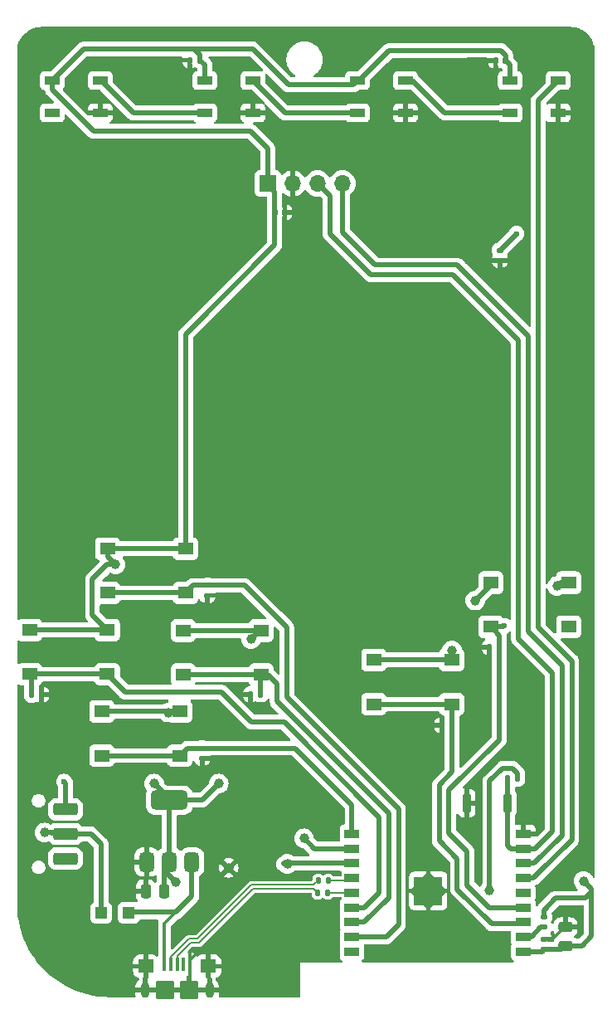
<source format=gbr>
%TF.GenerationSoftware,KiCad,Pcbnew,8.0.4-8.0.4-0~ubuntu22.04.1*%
%TF.CreationDate,2024-08-28T20:52:19+02:00*%
%TF.ProjectId,defcon32_badge,64656663-6f6e-4333-925f-62616467652e,rev?*%
%TF.SameCoordinates,Original*%
%TF.FileFunction,Copper,L1,Top*%
%TF.FilePolarity,Positive*%
%FSLAX46Y46*%
G04 Gerber Fmt 4.6, Leading zero omitted, Abs format (unit mm)*
G04 Created by KiCad (PCBNEW 8.0.4-8.0.4-0~ubuntu22.04.1) date 2024-08-28 20:52:19*
%MOMM*%
%LPD*%
G01*
G04 APERTURE LIST*
G04 Aperture macros list*
%AMRoundRect*
0 Rectangle with rounded corners*
0 $1 Rounding radius*
0 $2 $3 $4 $5 $6 $7 $8 $9 X,Y pos of 4 corners*
0 Add a 4 corners polygon primitive as box body*
4,1,4,$2,$3,$4,$5,$6,$7,$8,$9,$2,$3,0*
0 Add four circle primitives for the rounded corners*
1,1,$1+$1,$2,$3*
1,1,$1+$1,$4,$5*
1,1,$1+$1,$6,$7*
1,1,$1+$1,$8,$9*
0 Add four rect primitives between the rounded corners*
20,1,$1+$1,$2,$3,$4,$5,0*
20,1,$1+$1,$4,$5,$6,$7,0*
20,1,$1+$1,$6,$7,$8,$9,0*
20,1,$1+$1,$8,$9,$2,$3,0*%
G04 Aperture macros list end*
%TA.AperFunction,SMDPad,CuDef*%
%ADD10RoundRect,0.135000X-0.135000X-0.185000X0.135000X-0.185000X0.135000X0.185000X-0.135000X0.185000X0*%
%TD*%
%TA.AperFunction,SMDPad,CuDef*%
%ADD11C,1.000000*%
%TD*%
%TA.AperFunction,SMDPad,CuDef*%
%ADD12RoundRect,0.135000X0.185000X-0.135000X0.185000X0.135000X-0.185000X0.135000X-0.185000X-0.135000X0*%
%TD*%
%TA.AperFunction,SMDPad,CuDef*%
%ADD13RoundRect,0.135000X0.135000X0.185000X-0.135000X0.185000X-0.135000X-0.185000X0.135000X-0.185000X0*%
%TD*%
%TA.AperFunction,SMDPad,CuDef*%
%ADD14R,1.500000X0.900000*%
%TD*%
%TA.AperFunction,SMDPad,CuDef*%
%ADD15RoundRect,0.200000X-0.200000X-0.800000X0.200000X-0.800000X0.200000X0.800000X-0.200000X0.800000X0*%
%TD*%
%TA.AperFunction,SMDPad,CuDef*%
%ADD16RoundRect,0.140000X0.140000X0.170000X-0.140000X0.170000X-0.140000X-0.170000X0.140000X-0.170000X0*%
%TD*%
%TA.AperFunction,SMDPad,CuDef*%
%ADD17RoundRect,0.135000X-0.185000X0.135000X-0.185000X-0.135000X0.185000X-0.135000X0.185000X0.135000X0*%
%TD*%
%TA.AperFunction,SMDPad,CuDef*%
%ADD18RoundRect,0.140000X-0.140000X-0.170000X0.140000X-0.170000X0.140000X0.170000X-0.140000X0.170000X0*%
%TD*%
%TA.AperFunction,SMDPad,CuDef*%
%ADD19RoundRect,0.100000X-0.100000X-0.575000X0.100000X-0.575000X0.100000X0.575000X-0.100000X0.575000X0*%
%TD*%
%TA.AperFunction,ComponentPad*%
%ADD20O,0.900000X1.600000*%
%TD*%
%TA.AperFunction,SMDPad,CuDef*%
%ADD21RoundRect,0.250000X-0.550000X-0.450000X0.550000X-0.450000X0.550000X0.450000X-0.550000X0.450000X0*%
%TD*%
%TA.AperFunction,SMDPad,CuDef*%
%ADD22RoundRect,0.250000X-0.700000X-0.700000X0.700000X-0.700000X0.700000X0.700000X-0.700000X0.700000X0*%
%TD*%
%TA.AperFunction,SMDPad,CuDef*%
%ADD23R,1.550000X1.300000*%
%TD*%
%TA.AperFunction,SMDPad,CuDef*%
%ADD24RoundRect,0.375000X0.375000X-0.625000X0.375000X0.625000X-0.375000X0.625000X-0.375000X-0.625000X0*%
%TD*%
%TA.AperFunction,SMDPad,CuDef*%
%ADD25RoundRect,0.500000X1.400000X-0.500000X1.400000X0.500000X-1.400000X0.500000X-1.400000X-0.500000X0*%
%TD*%
%TA.AperFunction,SMDPad,CuDef*%
%ADD26R,1.200000X1.200000*%
%TD*%
%TA.AperFunction,SMDPad,CuDef*%
%ADD27RoundRect,0.250000X-1.000000X0.375000X-1.000000X-0.375000X1.000000X-0.375000X1.000000X0.375000X0*%
%TD*%
%TA.AperFunction,SMDPad,CuDef*%
%ADD28RoundRect,0.140000X-0.170000X0.140000X-0.170000X-0.140000X0.170000X-0.140000X0.170000X0.140000X0*%
%TD*%
%TA.AperFunction,HeatsinkPad*%
%ADD29C,0.600000*%
%TD*%
%TA.AperFunction,SMDPad,CuDef*%
%ADD30R,2.900000X2.900000*%
%TD*%
%TA.AperFunction,SMDPad,CuDef*%
%ADD31RoundRect,0.250000X-0.475000X0.250000X-0.475000X-0.250000X0.475000X-0.250000X0.475000X0.250000X0*%
%TD*%
%TA.AperFunction,ComponentPad*%
%ADD32R,1.700000X1.700000*%
%TD*%
%TA.AperFunction,ComponentPad*%
%ADD33O,1.700000X1.700000*%
%TD*%
%TA.AperFunction,SMDPad,CuDef*%
%ADD34RoundRect,0.250000X-0.250000X-0.475000X0.250000X-0.475000X0.250000X0.475000X-0.250000X0.475000X0*%
%TD*%
%TA.AperFunction,ViaPad*%
%ADD35C,1.000000*%
%TD*%
%TA.AperFunction,ViaPad*%
%ADD36C,0.600000*%
%TD*%
%TA.AperFunction,Conductor*%
%ADD37C,0.500000*%
%TD*%
%TA.AperFunction,Conductor*%
%ADD38C,0.300000*%
%TD*%
%TA.AperFunction,Conductor*%
%ADD39C,0.200000*%
%TD*%
G04 APERTURE END LIST*
D10*
%TO.P,R9,1*%
%TO.N,/USB+*%
X131190000Y-148900000D03*
%TO.P,R9,2*%
%TO.N,/USB_D+*%
X132210000Y-148900000D03*
%TD*%
D11*
%TO.P,TP3,1,1*%
%TO.N,+3V3*%
X121100000Y-137700000D03*
%TD*%
%TO.P,TP2,1,1*%
%TO.N,/UART_TXD*%
X128100000Y-145900000D03*
%TD*%
D12*
%TO.P,R11,1*%
%TO.N,GND*%
X149800000Y-84310000D03*
%TO.P,R11,2*%
%TO.N,Net-(D5-K)*%
X149800000Y-83290000D03*
%TD*%
D13*
%TO.P,R7,1*%
%TO.N,/BTN_A*%
X149760000Y-123800000D03*
%TO.P,R7,2*%
%TO.N,GND*%
X148740000Y-123800000D03*
%TD*%
D14*
%TO.P,D3,1,VDD*%
%TO.N,+3V3*%
X119683333Y-65975000D03*
%TO.P,D3,2,DOUT*%
%TO.N,Net-(D3-DOUT)*%
X119683333Y-69275000D03*
%TO.P,D3,3,VSS*%
%TO.N,GND*%
X124583333Y-69275000D03*
%TO.P,D3,4,DIN*%
%TO.N,Net-(D2-DOUT)*%
X124583333Y-65975000D03*
%TD*%
D15*
%TO.P,SW1,1,1*%
%TO.N,GND*%
X146400000Y-139700000D03*
%TO.P,SW1,2,2*%
%TO.N,/I2C_SCL*%
X150600000Y-139700000D03*
%TD*%
D16*
%TO.P,C2,1*%
%TO.N,GND*%
X127830000Y-79400000D03*
%TO.P,C2,2*%
%TO.N,+3V3*%
X126870000Y-79400000D03*
%TD*%
D17*
%TO.P,R1,1*%
%TO.N,+3V3*%
X154300000Y-151340000D03*
%TO.P,R1,2*%
%TO.N,Net-(U1-EN)*%
X154300000Y-152360000D03*
%TD*%
D13*
%TO.P,R4,1*%
%TO.N,/BTN_RIGHT*%
X125360000Y-128600000D03*
%TO.P,R4,2*%
%TO.N,GND*%
X124340000Y-128600000D03*
%TD*%
D14*
%TO.P,D4,1,VDD*%
%TO.N,+3V3*%
X104100000Y-65975000D03*
%TO.P,D4,2,DOUT*%
%TO.N,unconnected-(D4-DOUT-Pad2)*%
X104100000Y-69275000D03*
%TO.P,D4,3,VSS*%
%TO.N,GND*%
X109000000Y-69275000D03*
%TO.P,D4,4,DIN*%
%TO.N,Net-(D3-DOUT)*%
X109000000Y-65975000D03*
%TD*%
D18*
%TO.P,C3,1*%
%TO.N,GND*%
X149370000Y-63950000D03*
%TO.P,C3,2*%
%TO.N,+3V3*%
X150330000Y-63950000D03*
%TD*%
D14*
%TO.P,D1,1,VDD*%
%TO.N,+3V3*%
X150850000Y-65975000D03*
%TO.P,D1,2,DOUT*%
%TO.N,Net-(D1-DOUT)*%
X150850000Y-69275000D03*
%TO.P,D1,3,VSS*%
%TO.N,GND*%
X155750000Y-69275000D03*
%TO.P,D1,4,DIN*%
%TO.N,/NEOPIXEL*%
X155750000Y-65975000D03*
%TD*%
D19*
%TO.P,J2,1,VBUS*%
%TO.N,+5V*%
X115550000Y-156125000D03*
%TO.P,J2,2,D-*%
%TO.N,/USB-*%
X116200000Y-156125000D03*
%TO.P,J2,3,D+*%
%TO.N,/USB+*%
X116850000Y-156125000D03*
%TO.P,J2,4,ID*%
%TO.N,/USB_NC*%
X117500000Y-156125000D03*
%TO.P,J2,5,GND*%
%TO.N,GND*%
X118150000Y-156125000D03*
D20*
%TO.P,J2,6,Shield*%
X113550000Y-158800000D03*
D21*
X113650000Y-156350000D03*
D22*
X115650000Y-158800000D03*
X118050000Y-158800000D03*
D21*
X120050000Y-156350000D03*
D20*
X120150000Y-158800000D03*
%TD*%
D17*
%TO.P,R5,1*%
%TO.N,/BTN_DOWN*%
X119400000Y-134090000D03*
%TO.P,R5,2*%
%TO.N,GND*%
X119400000Y-135110000D03*
%TD*%
D10*
%TO.P,R2,1*%
%TO.N,/I2C_SCL*%
X150590000Y-137200000D03*
%TO.P,R2,2*%
%TO.N,+3V3*%
X151610000Y-137200000D03*
%TD*%
D23*
%TO.P,SW7,1,1*%
%TO.N,+3V3*%
X136925000Y-125100000D03*
X144875000Y-125100000D03*
%TO.P,SW7,2,2*%
%TO.N,/BTN_B*%
X136925000Y-129600000D03*
X144875000Y-129600000D03*
%TD*%
D17*
%TO.P,R3,1*%
%TO.N,/BTN_UP*%
X119950000Y-117490000D03*
%TO.P,R3,2*%
%TO.N,GND*%
X119950000Y-118510000D03*
%TD*%
D23*
%TO.P,SW6,1,1*%
%TO.N,+3V3*%
X148875000Y-117200000D03*
X156825000Y-117200000D03*
%TO.P,SW6,2,2*%
%TO.N,/BTN_A*%
X148875000Y-121700000D03*
X156825000Y-121700000D03*
%TD*%
D24*
%TO.P,U2,1,GND*%
%TO.N,GND*%
X113750000Y-145700000D03*
%TO.P,U2,2,VO*%
%TO.N,+3V3*%
X116050000Y-145700000D03*
D25*
X116050000Y-139400000D03*
D24*
%TO.P,U2,3,VI*%
%TO.N,+5V*%
X118350000Y-145700000D03*
%TD*%
D11*
%TO.P,TP4,1,1*%
%TO.N,GND*%
X122100000Y-146300000D03*
%TD*%
D14*
%TO.P,D2,1,VDD*%
%TO.N,+3V3*%
X135266666Y-65975000D03*
%TO.P,D2,2,DOUT*%
%TO.N,Net-(D2-DOUT)*%
X135266666Y-69275000D03*
%TO.P,D2,3,VSS*%
%TO.N,GND*%
X140166666Y-69275000D03*
%TO.P,D2,4,DIN*%
%TO.N,Net-(D1-DOUT)*%
X140166666Y-65975000D03*
%TD*%
D26*
%TO.P,D9,1,K*%
%TO.N,+5V*%
X111900000Y-150900000D03*
%TO.P,D9,2,A*%
%TO.N,Net-(D5-A)*%
X109100000Y-150900000D03*
%TD*%
D27*
%TO.P,SW8,1,A*%
%TO.N,Net-(J3-Pin_1)*%
X105450000Y-140350000D03*
%TO.P,SW8,2,B*%
%TO.N,Net-(D5-A)*%
X105450000Y-142850000D03*
%TO.P,SW8,3*%
%TO.N,N/C*%
X105450000Y-145350000D03*
%TD*%
D23*
%TO.P,SW4,1,1*%
%TO.N,+3V3*%
X109150000Y-130350000D03*
X117100000Y-130350000D03*
%TO.P,SW4,2,2*%
%TO.N,/BTN_DOWN*%
X109150000Y-134850000D03*
X117100000Y-134850000D03*
%TD*%
%TO.P,SW3,1,1*%
%TO.N,+3V3*%
X117475000Y-122100000D03*
X125425000Y-122100000D03*
%TO.P,SW3,2,2*%
%TO.N,/BTN_RIGHT*%
X117475000Y-126600000D03*
X125425000Y-126600000D03*
%TD*%
D10*
%TO.P,R6,1*%
%TO.N,/BTN_LEFT*%
X101990000Y-128650000D03*
%TO.P,R6,2*%
%TO.N,GND*%
X103010000Y-128650000D03*
%TD*%
D11*
%TO.P,TP1,1,1*%
%TO.N,/UART_RXD*%
X129800000Y-143300000D03*
%TD*%
D28*
%TO.P,C1,1*%
%TO.N,GND*%
X154300000Y-153620000D03*
%TO.P,C1,2*%
%TO.N,+3V3*%
X154300000Y-154580000D03*
%TD*%
D14*
%TO.P,U1,1,3V3*%
%TO.N,+3V3*%
X152200000Y-154850000D03*
%TO.P,U1,2,EN*%
%TO.N,Net-(U1-EN)*%
X152200000Y-153350000D03*
%TO.P,U1,3,IO4*%
%TO.N,/BTN_B*%
X152200000Y-151850000D03*
%TO.P,U1,4,IO5*%
%TO.N,/BTN_A*%
X152200000Y-150350000D03*
%TO.P,U1,5,IO6*%
%TO.N,unconnected-(U1-IO6-Pad5)*%
X152200000Y-148850000D03*
%TO.P,U1,6,IO7*%
%TO.N,/NEOPIXEL*%
X152200000Y-147350000D03*
%TO.P,U1,7,IO8*%
%TO.N,/I2C_SDA*%
X152200000Y-145850000D03*
%TO.P,U1,8,IO9*%
%TO.N,/I2C_SCL*%
X152200000Y-144350000D03*
%TO.P,U1,9,GND*%
%TO.N,GND*%
X152200000Y-142850000D03*
%TO.P,U1,10,IO10*%
%TO.N,/BTN_DOWN*%
X134700000Y-142850000D03*
%TO.P,U1,11,IO20/RXD*%
%TO.N,/UART_RXD*%
X134700000Y-144350000D03*
%TO.P,U1,12,IO21/TXD*%
%TO.N,/UART_TXD*%
X134700000Y-145850000D03*
%TO.P,U1,13,IO18*%
%TO.N,/USB_D-*%
X134700000Y-147350000D03*
%TO.P,U1,14,IO19*%
%TO.N,/USB_D+*%
X134700000Y-148850000D03*
%TO.P,U1,15,IO3*%
%TO.N,/BTN_LEFT*%
X134700000Y-150350000D03*
%TO.P,U1,16,IO2*%
%TO.N,/BTN_RIGHT*%
X134700000Y-151850000D03*
%TO.P,U1,17,IO1*%
%TO.N,/BTN_UP*%
X134700000Y-153350000D03*
%TO.P,U1,18,IO0*%
%TO.N,unconnected-(U1-IO0-Pad18)*%
X134700000Y-154850000D03*
D29*
%TO.P,U1,19,GND*%
%TO.N,GND*%
X143590000Y-149200000D03*
X143590000Y-148100000D03*
X143040000Y-149750000D03*
X143040000Y-148650000D03*
X143040000Y-147550000D03*
X142490000Y-149200000D03*
D30*
X142490000Y-148650000D03*
D29*
X142490000Y-148100000D03*
X141940000Y-149750000D03*
X141940000Y-148650000D03*
X141940000Y-147550000D03*
X141390000Y-149200000D03*
X141390000Y-148100000D03*
%TD*%
D31*
%TO.P,C8,1*%
%TO.N,GND*%
X156500000Y-152350000D03*
%TO.P,C8,2*%
%TO.N,+3V3*%
X156500000Y-154250000D03*
%TD*%
D32*
%TO.P,J1,1,Pin_1*%
%TO.N,+3V3*%
X126100000Y-76475000D03*
D33*
%TO.P,J1,2,Pin_2*%
%TO.N,GND*%
X128640000Y-76475000D03*
%TO.P,J1,3,Pin_3*%
%TO.N,/I2C_SCL*%
X131180000Y-76475000D03*
%TO.P,J1,4,Pin_4*%
%TO.N,/I2C_SDA*%
X133720000Y-76475000D03*
%TD*%
D23*
%TO.P,SW5,1,1*%
%TO.N,+3V3*%
X101775000Y-122050000D03*
X109725000Y-122050000D03*
%TO.P,SW5,2,2*%
%TO.N,/BTN_LEFT*%
X101775000Y-126550000D03*
X109725000Y-126550000D03*
%TD*%
D18*
%TO.P,C5,1*%
%TO.N,GND*%
X118170000Y-63900000D03*
%TO.P,C5,2*%
%TO.N,+3V3*%
X119130000Y-63900000D03*
%TD*%
D10*
%TO.P,R10,1*%
%TO.N,/USB-*%
X131240000Y-147550000D03*
%TO.P,R10,2*%
%TO.N,/USB_D-*%
X132260000Y-147550000D03*
%TD*%
D23*
%TO.P,SW2,1,1*%
%TO.N,+3V3*%
X109750000Y-113750000D03*
X117700000Y-113750000D03*
%TO.P,SW2,2,2*%
%TO.N,/BTN_UP*%
X109750000Y-118250000D03*
X117700000Y-118250000D03*
%TD*%
D13*
%TO.P,R8,1*%
%TO.N,/BTN_B*%
X144910000Y-131750000D03*
%TO.P,R8,2*%
%TO.N,GND*%
X143890000Y-131750000D03*
%TD*%
D34*
%TO.P,C7,1*%
%TO.N,GND*%
X113650000Y-148700000D03*
%TO.P,C7,2*%
%TO.N,+3V3*%
X115550000Y-148700000D03*
%TD*%
D35*
%TO.N,+3V3*%
X110550000Y-115350000D03*
X116700000Y-147800000D03*
X114500000Y-137700000D03*
X148750000Y-148600000D03*
X115950000Y-130450000D03*
X147275000Y-119025000D03*
X158350000Y-147650000D03*
X144900000Y-124100000D03*
X155650000Y-117550000D03*
X124400000Y-122950000D03*
D36*
%TO.N,GND*%
X158100000Y-151550000D03*
X157000000Y-150850000D03*
X152000000Y-127550000D03*
X155850000Y-150850000D03*
X153850000Y-127550000D03*
X122250000Y-124750000D03*
X152950000Y-127550000D03*
X152950000Y-131800000D03*
X125000000Y-130000000D03*
X152000000Y-131800000D03*
X153850000Y-131800000D03*
X126050000Y-130000000D03*
X119500000Y-124800000D03*
X151050000Y-131800000D03*
X151050000Y-127550000D03*
%TO.N,Net-(J3-Pin_1)*%
X105300000Y-137500000D03*
%TO.N,/BTN_A*%
X150250000Y-121600000D03*
X156825000Y-121700000D03*
D35*
%TO.N,Net-(D5-A)*%
X103300000Y-142700000D03*
D36*
%TO.N,Net-(D5-K)*%
X151500000Y-81600000D03*
%TD*%
D37*
%TO.N,+3V3*%
X117700000Y-113750000D02*
X109750000Y-113750000D01*
X117700000Y-91850000D02*
X126800000Y-82750000D01*
X118592530Y-62750000D02*
X119200000Y-63357470D01*
X117475000Y-122100000D02*
X125425000Y-122100000D01*
X110550000Y-115350000D02*
X109725000Y-115350000D01*
X155500000Y-149400000D02*
X158550000Y-149400000D01*
X156000000Y-117200000D02*
X155650000Y-117550000D01*
X151610000Y-137200000D02*
X151610000Y-136644678D01*
X109750000Y-114550000D02*
X110550000Y-115350000D01*
X128200000Y-66400000D02*
X134841666Y-66400000D01*
X116050000Y-145700000D02*
X116050000Y-139400000D01*
X159150000Y-153300000D02*
X159150000Y-149350000D01*
X148875000Y-117425000D02*
X147275000Y-119025000D01*
X118050000Y-62750000D02*
X124550000Y-62750000D01*
X148875000Y-117200000D02*
X148875000Y-117425000D01*
X117700000Y-113750000D02*
X117700000Y-91850000D01*
X125250000Y-122100000D02*
X124400000Y-122950000D01*
X150850000Y-65975000D02*
X150850000Y-64400000D01*
X152200000Y-154850000D02*
X154100000Y-154850000D01*
X119683333Y-65975000D02*
X119683333Y-64383333D01*
X119400000Y-139400000D02*
X121100000Y-137700000D01*
X150084678Y-136130000D02*
X148750000Y-137464678D01*
X135425000Y-65975000D02*
X138500000Y-62900000D01*
X124550000Y-62750000D02*
X128200000Y-66400000D01*
X154300000Y-150600000D02*
X155500000Y-149400000D01*
X154300000Y-151340000D02*
X154300000Y-150600000D01*
X156825000Y-117200000D02*
X156000000Y-117200000D01*
X159150000Y-149350000D02*
X159150000Y-148800000D01*
X109150000Y-130350000D02*
X115850000Y-130350000D01*
X104100000Y-65975000D02*
X107325000Y-62750000D01*
X108200000Y-120525000D02*
X109725000Y-122050000D01*
X144875000Y-124125000D02*
X144900000Y-124100000D01*
X116050000Y-130350000D02*
X115950000Y-130450000D01*
X109750000Y-113750000D02*
X109750000Y-114550000D01*
X148750000Y-137464678D02*
X148750000Y-148600000D01*
X156100000Y-154650000D02*
X154300000Y-154650000D01*
X117100000Y-130350000D02*
X116050000Y-130350000D01*
X124350000Y-71150000D02*
X126100000Y-72900000D01*
X146360000Y-62890000D02*
X149882530Y-62890000D01*
X116700000Y-147800000D02*
X115850000Y-146950000D01*
X138500000Y-62900000D02*
X146350000Y-62900000D01*
X150400000Y-63407470D02*
X150400000Y-63950000D01*
X126100000Y-72900000D02*
X126100000Y-76475000D01*
X156500000Y-154250000D02*
X156746142Y-154250000D01*
X135266666Y-65975000D02*
X135425000Y-65975000D01*
X119683333Y-64383333D02*
X119200000Y-63900000D01*
X156500000Y-154250000D02*
X156100000Y-154650000D01*
X116050000Y-139400000D02*
X119400000Y-139400000D01*
X146350000Y-62900000D02*
X146360000Y-62890000D01*
X115550000Y-146200000D02*
X116050000Y-145700000D01*
X118050000Y-62750000D02*
X118592530Y-62750000D01*
X126800000Y-77300000D02*
X126100000Y-76600000D01*
X156500000Y-154250000D02*
X158200000Y-154250000D01*
X116050000Y-139400000D02*
X116050000Y-139250000D01*
X107325000Y-62750000D02*
X118050000Y-62750000D01*
X149882530Y-62890000D02*
X150400000Y-63407470D01*
X119200000Y-63357470D02*
X119200000Y-63900000D01*
X108325000Y-71150000D02*
X124350000Y-71150000D01*
X134841666Y-66400000D02*
X135266666Y-65975000D01*
X159150000Y-148450000D02*
X158350000Y-147650000D01*
X136925000Y-125100000D02*
X144875000Y-125100000D01*
X158550000Y-149400000D02*
X159150000Y-148800000D01*
X115850000Y-146950000D02*
X115550000Y-146950000D01*
X144875000Y-125100000D02*
X144875000Y-124125000D01*
X115850000Y-130350000D02*
X115950000Y-130450000D01*
X158200000Y-154250000D02*
X159150000Y-153300000D01*
X109725000Y-115350000D02*
X108200000Y-116875000D01*
X150850000Y-64400000D02*
X150400000Y-63950000D01*
X125425000Y-122100000D02*
X125250000Y-122100000D01*
X116050000Y-139250000D02*
X114500000Y-137700000D01*
X159150000Y-148800000D02*
X159150000Y-148450000D01*
X115550000Y-146950000D02*
X115550000Y-146200000D01*
X126800000Y-82750000D02*
X126800000Y-77300000D01*
X104100000Y-65975000D02*
X104100000Y-66925000D01*
X104100000Y-66925000D02*
X108325000Y-71150000D01*
X151610000Y-136644678D02*
X151095322Y-136130000D01*
X101775000Y-122050000D02*
X109725000Y-122050000D01*
X126100000Y-76600000D02*
X126100000Y-76475000D01*
X154100000Y-154850000D02*
X154300000Y-154650000D01*
X115550000Y-148700000D02*
X115550000Y-146950000D01*
X108200000Y-116875000D02*
X108200000Y-120525000D01*
X151095322Y-136130000D02*
X150084678Y-136130000D01*
D38*
%TO.N,GND*%
X154300000Y-153620000D02*
X155125280Y-153620000D01*
X156395280Y-152350000D02*
X156500000Y-152350000D01*
X118150000Y-155750000D02*
X119100000Y-154800000D01*
X118150000Y-156125000D02*
X118150000Y-155750000D01*
X155125280Y-153620000D02*
X156395280Y-152350000D01*
D37*
%TO.N,/NEOPIXEL*%
X153700000Y-121785786D02*
X153700000Y-68025000D01*
X153728427Y-146850001D02*
X157150001Y-143428427D01*
X153700000Y-68025000D02*
X155750000Y-65975000D01*
X157150001Y-125235787D02*
X153700000Y-121785786D01*
X153700000Y-146850001D02*
X153728427Y-146850001D01*
X153200001Y-147350000D02*
X153700000Y-146850001D01*
X152200000Y-147350000D02*
X153200001Y-147350000D01*
X157150001Y-143428427D02*
X157150001Y-125235787D01*
%TO.N,Net-(D1-DOUT)*%
X140875000Y-65975000D02*
X144175000Y-69275000D01*
X140166666Y-65975000D02*
X140875000Y-65975000D01*
X144175000Y-69275000D02*
X150850000Y-69275000D01*
%TO.N,Net-(D2-DOUT)*%
X124583333Y-65975000D02*
X127883333Y-69275000D01*
X127883333Y-69275000D02*
X135266666Y-69275000D01*
%TO.N,Net-(D3-DOUT)*%
X109075000Y-65975000D02*
X112375000Y-69275000D01*
X112375000Y-69275000D02*
X119683333Y-69275000D01*
X109000000Y-65975000D02*
X109075000Y-65975000D01*
D38*
%TO.N,+5V*%
X115550000Y-152000000D02*
X116700000Y-150850000D01*
D37*
X116700000Y-150850000D02*
X118350000Y-149200000D01*
X116700000Y-150850000D02*
X111950000Y-150850000D01*
X118350000Y-149200000D02*
X118350000Y-145700000D01*
X111950000Y-150850000D02*
X111900000Y-150900000D01*
D38*
X115550000Y-156125000D02*
X115550000Y-152000000D01*
D37*
%TO.N,Net-(J3-Pin_1)*%
X105450000Y-140350000D02*
X105450000Y-137650000D01*
X105450000Y-137650000D02*
X105300000Y-137500000D01*
%TO.N,Net-(U1-EN)*%
X152997470Y-153350000D02*
X153987470Y-152360000D01*
X153987470Y-152360000D02*
X154300000Y-152360000D01*
X152200000Y-153350000D02*
X152997470Y-153350000D01*
%TO.N,/I2C_SCL*%
X151700000Y-92500000D02*
X145000000Y-85800000D01*
X132450000Y-77745000D02*
X131180000Y-76475000D01*
X150600000Y-144000000D02*
X150600000Y-139700000D01*
X150950000Y-144350000D02*
X150600000Y-144000000D01*
X155150000Y-126400000D02*
X151700000Y-122950000D01*
X155150000Y-142600000D02*
X155150000Y-126400000D01*
X152200000Y-144350000D02*
X153400000Y-144350000D01*
X152200000Y-144350000D02*
X150950000Y-144350000D01*
X132450000Y-81600000D02*
X132450000Y-77745000D01*
X150590000Y-137200000D02*
X150590000Y-139690000D01*
X151700000Y-122950000D02*
X151700000Y-92500000D01*
X145000000Y-85800000D02*
X136650000Y-85800000D01*
X153400000Y-144350000D02*
X155150000Y-142600000D01*
X136650000Y-85800000D02*
X132450000Y-81600000D01*
X150590000Y-139690000D02*
X150600000Y-139700000D01*
%TO.N,/BTN_UP*%
X123740000Y-117490000D02*
X119950000Y-117490000D01*
X128050000Y-128900000D02*
X128050000Y-121800000D01*
X139450000Y-140300000D02*
X128050000Y-128900000D01*
X128050000Y-121800000D02*
X123740000Y-117490000D01*
X109750000Y-118250000D02*
X117700000Y-118250000D01*
X138200000Y-153350000D02*
X139450000Y-152100000D01*
X119950000Y-117490000D02*
X118460000Y-117490000D01*
X118460000Y-117490000D02*
X117700000Y-118250000D01*
X139450000Y-152100000D02*
X139450000Y-140300000D01*
X134700000Y-153350000D02*
X138200000Y-153350000D01*
%TO.N,/BTN_RIGHT*%
X126100000Y-126600000D02*
X125425000Y-126600000D01*
X135950000Y-151850000D02*
X138450000Y-149350000D01*
X125360000Y-128600000D02*
X125360000Y-126665000D01*
X127050000Y-129314214D02*
X127050000Y-127550000D01*
X138450000Y-140714214D02*
X127050000Y-129314214D01*
X117475000Y-126600000D02*
X125425000Y-126600000D01*
X125360000Y-126665000D02*
X125425000Y-126600000D01*
X138450000Y-149350000D02*
X138450000Y-140714214D01*
X127050000Y-127550000D02*
X126100000Y-126600000D01*
X134700000Y-151850000D02*
X135950000Y-151850000D01*
%TO.N,/BTN_DOWN*%
X134700000Y-142850000D02*
X134700000Y-139900000D01*
X119400000Y-134090000D02*
X119100000Y-134090000D01*
X128890000Y-134090000D02*
X119100000Y-134090000D01*
X134700000Y-139900000D02*
X128890000Y-134090000D01*
X119100000Y-134090000D02*
X117860000Y-134090000D01*
X117860000Y-134090000D02*
X117100000Y-134850000D01*
X109150000Y-134850000D02*
X117100000Y-134850000D01*
%TO.N,/BTN_LEFT*%
X124450000Y-131450000D02*
X121400000Y-128400000D01*
X121400000Y-128400000D02*
X111575000Y-128400000D01*
X111575000Y-128400000D02*
X109725000Y-126550000D01*
X134700000Y-150350000D02*
X135950000Y-150350000D01*
X137450000Y-141128428D02*
X127771572Y-131450000D01*
X101775000Y-126550000D02*
X109725000Y-126550000D01*
X101990000Y-128650000D02*
X101990000Y-126765000D01*
X135950000Y-150350000D02*
X137450000Y-148850000D01*
X137450000Y-148850000D02*
X137450000Y-141128428D01*
X101990000Y-126765000D02*
X101775000Y-126550000D01*
X127771572Y-131450000D02*
X124450000Y-131450000D01*
%TO.N,/BTN_A*%
X149760000Y-123800000D02*
X149760000Y-122585000D01*
X146450000Y-144650000D02*
X144600000Y-142800000D01*
X144600000Y-142800000D02*
X144600000Y-138400000D01*
X148732233Y-150350000D02*
X146450000Y-148067767D01*
X149760000Y-122585000D02*
X148875000Y-121700000D01*
X146450000Y-148067767D02*
X146450000Y-144650000D01*
X152200000Y-150350000D02*
X148732233Y-150350000D01*
X144600000Y-138400000D02*
X149760000Y-133240000D01*
X148875000Y-121700000D02*
X150150000Y-121700000D01*
X149760000Y-133240000D02*
X149760000Y-123800000D01*
X150150000Y-121700000D02*
X150250000Y-121600000D01*
%TO.N,/BTN_B*%
X152050000Y-152000000D02*
X148968019Y-152000000D01*
X143599999Y-143549999D02*
X143599999Y-137850001D01*
X152200000Y-151850000D02*
X152050000Y-152000000D01*
X144910000Y-129635000D02*
X144875000Y-129600000D01*
X143599999Y-137850001D02*
X144910000Y-136540000D01*
X136925000Y-129600000D02*
X144875000Y-129600000D01*
X144910000Y-131750000D02*
X144910000Y-129635000D01*
X144910000Y-136540000D02*
X144910000Y-131750000D01*
X145449999Y-148481980D02*
X145449999Y-145399999D01*
X145449999Y-145399999D02*
X143599999Y-143549999D01*
X148968019Y-152000000D02*
X145449999Y-148481980D01*
D39*
%TO.N,/USB_D+*%
X132260000Y-148850000D02*
X132210000Y-148900000D01*
X134700000Y-148850000D02*
X132260000Y-148850000D01*
%TO.N,/USB_D-*%
X132260000Y-147550000D02*
X134500000Y-147550000D01*
X134500000Y-147550000D02*
X134700000Y-147350000D01*
D37*
%TO.N,/I2C_SDA*%
X156150000Y-143014214D02*
X156150000Y-125650000D01*
X152700000Y-92085786D02*
X145414214Y-84800000D01*
X137064214Y-84800000D02*
X133720000Y-81455786D01*
X152200000Y-145850000D02*
X153314214Y-145850000D01*
X156150000Y-125650000D02*
X152700000Y-122200000D01*
X153314214Y-145850000D02*
X156150000Y-143014214D01*
X133720000Y-81455786D02*
X133720000Y-76475000D01*
X152700000Y-122200000D02*
X152700000Y-92085786D01*
X145414214Y-84800000D02*
X137064214Y-84800000D01*
%TO.N,/UART_TXD*%
X127700000Y-145900000D02*
X128100000Y-145900000D01*
X134700000Y-145850000D02*
X127750000Y-145850000D01*
X127750000Y-145850000D02*
X127700000Y-145900000D01*
%TO.N,/UART_RXD*%
X130850000Y-144350000D02*
X129800000Y-143300000D01*
X134700000Y-144350000D02*
X130850000Y-144350000D01*
D39*
%TO.N,/USB+*%
X124600000Y-148450000D02*
X130740000Y-148450000D01*
X130740000Y-148450000D02*
X131190000Y-148900000D01*
X116850000Y-155313604D02*
X118213604Y-153950000D01*
X119100000Y-153950000D02*
X124600000Y-148450000D01*
X118213604Y-153950000D02*
X119100000Y-153950000D01*
X116850000Y-156125000D02*
X116850000Y-155313604D01*
%TO.N,/USB-*%
X124434314Y-148050000D02*
X130740000Y-148050000D01*
X118934314Y-153550000D02*
X124434314Y-148050000D01*
X116200000Y-156125000D02*
X116200000Y-155397918D01*
X130740000Y-148050000D02*
X131240000Y-147550000D01*
X116200000Y-155397918D02*
X118047918Y-153550000D01*
X118047918Y-153550000D02*
X118934314Y-153550000D01*
D37*
%TO.N,Net-(D5-A)*%
X105300000Y-142700000D02*
X105450000Y-142850000D01*
X105400000Y-142800000D02*
X105450000Y-142850000D01*
X105450000Y-142850000D02*
X108050000Y-142850000D01*
X104000000Y-142800000D02*
X105400000Y-142800000D01*
X109100000Y-143900000D02*
X109100000Y-150900000D01*
X108050000Y-142850000D02*
X109100000Y-143900000D01*
X103300000Y-142700000D02*
X105300000Y-142700000D01*
%TO.N,Net-(D5-K)*%
X149810000Y-83290000D02*
X151500000Y-81600000D01*
X149800000Y-83290000D02*
X149810000Y-83290000D01*
%TD*%
%TA.AperFunction,Conductor*%
%TO.N,GND*%
G36*
X108434248Y-127320185D02*
G01*
X108480003Y-127372989D01*
X108483391Y-127381167D01*
X108506202Y-127442328D01*
X108506206Y-127442335D01*
X108592452Y-127557544D01*
X108592455Y-127557547D01*
X108707664Y-127643793D01*
X108707671Y-127643797D01*
X108842517Y-127694091D01*
X108842516Y-127694091D01*
X108849444Y-127694835D01*
X108902127Y-127700500D01*
X109762769Y-127700499D01*
X109829808Y-127720183D01*
X109850450Y-127736818D01*
X110428429Y-128314796D01*
X110992049Y-128878416D01*
X111048755Y-128935122D01*
X111096585Y-128982952D01*
X111219498Y-129065080D01*
X111219511Y-129065087D01*
X111356082Y-129121656D01*
X111356087Y-129121658D01*
X111356091Y-129121658D01*
X111356092Y-129121659D01*
X111501079Y-129150500D01*
X111501082Y-129150500D01*
X111501083Y-129150500D01*
X111648917Y-129150500D01*
X115863428Y-129150500D01*
X115930467Y-129170185D01*
X115976222Y-129222989D01*
X115986166Y-129292147D01*
X115962694Y-129348812D01*
X115918982Y-129407202D01*
X115863047Y-129449073D01*
X115831871Y-129456293D01*
X115753870Y-129463975D01*
X115565269Y-129521187D01*
X115478090Y-129567786D01*
X115446150Y-129584858D01*
X115387698Y-129599500D01*
X110507791Y-129599500D01*
X110440752Y-129579815D01*
X110394997Y-129527011D01*
X110391609Y-129518833D01*
X110368797Y-129457671D01*
X110368793Y-129457664D01*
X110282547Y-129342455D01*
X110282544Y-129342452D01*
X110167335Y-129256206D01*
X110167328Y-129256202D01*
X110032482Y-129205908D01*
X110032483Y-129205908D01*
X109972883Y-129199501D01*
X109972881Y-129199500D01*
X109972873Y-129199500D01*
X109972864Y-129199500D01*
X108327129Y-129199500D01*
X108327123Y-129199501D01*
X108267516Y-129205908D01*
X108132671Y-129256202D01*
X108132664Y-129256206D01*
X108017455Y-129342452D01*
X108017452Y-129342455D01*
X107931206Y-129457664D01*
X107931202Y-129457671D01*
X107880908Y-129592517D01*
X107874501Y-129652116D01*
X107874501Y-129652123D01*
X107874500Y-129652135D01*
X107874500Y-131047870D01*
X107874501Y-131047876D01*
X107880908Y-131107483D01*
X107931202Y-131242328D01*
X107931206Y-131242335D01*
X108017452Y-131357544D01*
X108017455Y-131357547D01*
X108132664Y-131443793D01*
X108132671Y-131443797D01*
X108267517Y-131494091D01*
X108267516Y-131494091D01*
X108274444Y-131494835D01*
X108327127Y-131500500D01*
X109972872Y-131500499D01*
X110032483Y-131494091D01*
X110167331Y-131443796D01*
X110282546Y-131357546D01*
X110368796Y-131242331D01*
X110391609Y-131181167D01*
X110433480Y-131125233D01*
X110498944Y-131100816D01*
X110507791Y-131100500D01*
X115130914Y-131100500D01*
X115197953Y-131120185D01*
X115226768Y-131145836D01*
X115239117Y-131160883D01*
X115391460Y-131285909D01*
X115391467Y-131285913D01*
X115565266Y-131378811D01*
X115565269Y-131378811D01*
X115565273Y-131378814D01*
X115753868Y-131436024D01*
X115950000Y-131455341D01*
X116050863Y-131445406D01*
X116106345Y-131452626D01*
X116217517Y-131494091D01*
X116217516Y-131494091D01*
X116224444Y-131494835D01*
X116277127Y-131500500D01*
X117922872Y-131500499D01*
X117982483Y-131494091D01*
X118117331Y-131443796D01*
X118232546Y-131357546D01*
X118318796Y-131242331D01*
X118369091Y-131107483D01*
X118375500Y-131047873D01*
X118375499Y-129652128D01*
X118369091Y-129592517D01*
X118366234Y-129584858D01*
X118318797Y-129457671D01*
X118318793Y-129457664D01*
X118237305Y-129348811D01*
X118212887Y-129283347D01*
X118227738Y-129215074D01*
X118277143Y-129165668D01*
X118336571Y-129150500D01*
X121037770Y-129150500D01*
X121104809Y-129170185D01*
X121125451Y-129186819D01*
X122546177Y-130607544D01*
X123867048Y-131928415D01*
X123867049Y-131928416D01*
X123937803Y-131999170D01*
X123971585Y-132032952D01*
X124094498Y-132115080D01*
X124094511Y-132115087D01*
X124231082Y-132171656D01*
X124231087Y-132171658D01*
X124231091Y-132171658D01*
X124231092Y-132171659D01*
X124376079Y-132200500D01*
X124376082Y-132200500D01*
X127409342Y-132200500D01*
X127476381Y-132220185D01*
X127497023Y-132236819D01*
X128388023Y-133127819D01*
X128421508Y-133189142D01*
X128416524Y-133258834D01*
X128374652Y-133314767D01*
X128309188Y-133339184D01*
X128300342Y-133339500D01*
X119761933Y-133339500D01*
X119727338Y-133334576D01*
X119712007Y-133330122D01*
X119685205Y-133322335D01*
X119685202Y-133322334D01*
X119649181Y-133319500D01*
X119150830Y-133319500D01*
X119150808Y-133319501D01*
X119114794Y-133322335D01*
X119072662Y-133334576D01*
X119038067Y-133339500D01*
X117786080Y-133339500D01*
X117641092Y-133368340D01*
X117641082Y-133368343D01*
X117504511Y-133424912D01*
X117504498Y-133424919D01*
X117381584Y-133507048D01*
X117225450Y-133663182D01*
X117164127Y-133696666D01*
X117137769Y-133699500D01*
X116277129Y-133699500D01*
X116277123Y-133699501D01*
X116217516Y-133705908D01*
X116082671Y-133756202D01*
X116082664Y-133756206D01*
X115967455Y-133842452D01*
X115967452Y-133842455D01*
X115881206Y-133957664D01*
X115881202Y-133957671D01*
X115858391Y-134018833D01*
X115816520Y-134074767D01*
X115751056Y-134099184D01*
X115742209Y-134099500D01*
X110507791Y-134099500D01*
X110440752Y-134079815D01*
X110394997Y-134027011D01*
X110391609Y-134018833D01*
X110368797Y-133957671D01*
X110368793Y-133957664D01*
X110282547Y-133842455D01*
X110282544Y-133842452D01*
X110167335Y-133756206D01*
X110167328Y-133756202D01*
X110032482Y-133705908D01*
X110032483Y-133705908D01*
X109972883Y-133699501D01*
X109972881Y-133699500D01*
X109972873Y-133699500D01*
X109972864Y-133699500D01*
X108327129Y-133699500D01*
X108327123Y-133699501D01*
X108267516Y-133705908D01*
X108132671Y-133756202D01*
X108132664Y-133756206D01*
X108017455Y-133842452D01*
X108017452Y-133842455D01*
X107931206Y-133957664D01*
X107931202Y-133957671D01*
X107880908Y-134092517D01*
X107874501Y-134152116D01*
X107874500Y-134152135D01*
X107874500Y-135547870D01*
X107874501Y-135547876D01*
X107880908Y-135607483D01*
X107931202Y-135742328D01*
X107931206Y-135742335D01*
X108017452Y-135857544D01*
X108017455Y-135857547D01*
X108132664Y-135943793D01*
X108132671Y-135943797D01*
X108267517Y-135994091D01*
X108267516Y-135994091D01*
X108274444Y-135994835D01*
X108327127Y-136000500D01*
X109972872Y-136000499D01*
X110032483Y-135994091D01*
X110167331Y-135943796D01*
X110282546Y-135857546D01*
X110368796Y-135742331D01*
X110391609Y-135681167D01*
X110433480Y-135625233D01*
X110498944Y-135600816D01*
X110507791Y-135600500D01*
X115742209Y-135600500D01*
X115809248Y-135620185D01*
X115855003Y-135672989D01*
X115858391Y-135681167D01*
X115881202Y-135742328D01*
X115881206Y-135742335D01*
X115967452Y-135857544D01*
X115967455Y-135857547D01*
X116082664Y-135943793D01*
X116082671Y-135943797D01*
X116217517Y-135994091D01*
X116217516Y-135994091D01*
X116224444Y-135994835D01*
X116277127Y-136000500D01*
X117922872Y-136000499D01*
X117982483Y-135994091D01*
X118117331Y-135943796D01*
X118232546Y-135857546D01*
X118318796Y-135742331D01*
X118369091Y-135607483D01*
X118375500Y-135547873D01*
X118375499Y-135502748D01*
X118395182Y-135435712D01*
X118447985Y-135389956D01*
X118517144Y-135380011D01*
X118580700Y-135409034D01*
X118618475Y-135467812D01*
X118618575Y-135468152D01*
X118627593Y-135499191D01*
X118709261Y-135637285D01*
X118709268Y-135637294D01*
X118822705Y-135750731D01*
X118822714Y-135750738D01*
X118960808Y-135832406D01*
X118960811Y-135832407D01*
X119114871Y-135877166D01*
X119114877Y-135877167D01*
X119150000Y-135879931D01*
X119150000Y-135879930D01*
X119650000Y-135879930D01*
X119685122Y-135877167D01*
X119685128Y-135877166D01*
X119839188Y-135832407D01*
X119839191Y-135832406D01*
X119977285Y-135750738D01*
X119977294Y-135750731D01*
X120090731Y-135637294D01*
X120090738Y-135637285D01*
X120172404Y-135499194D01*
X120212844Y-135360000D01*
X119650000Y-135360000D01*
X119650000Y-135879930D01*
X119150000Y-135879930D01*
X119150000Y-134984499D01*
X119169685Y-134917460D01*
X119222489Y-134871705D01*
X119273996Y-134860499D01*
X119649180Y-134860499D01*
X119649193Y-134860498D01*
X119650668Y-134860382D01*
X119660393Y-134860000D01*
X120230542Y-134860000D01*
X120246277Y-134848256D01*
X120289445Y-134840500D01*
X128527770Y-134840500D01*
X128594809Y-134860185D01*
X128615451Y-134876819D01*
X133913181Y-140174549D01*
X133946666Y-140235872D01*
X133949500Y-140262230D01*
X133949500Y-141783023D01*
X133929815Y-141850062D01*
X133877011Y-141895817D01*
X133849865Y-141903266D01*
X133850068Y-141904124D01*
X133842520Y-141905907D01*
X133707671Y-141956202D01*
X133707664Y-141956206D01*
X133592455Y-142042452D01*
X133592452Y-142042455D01*
X133506206Y-142157664D01*
X133506202Y-142157671D01*
X133455908Y-142292517D01*
X133453462Y-142315273D01*
X133449501Y-142352123D01*
X133449500Y-142352135D01*
X133449500Y-143347870D01*
X133449501Y-143347876D01*
X133455909Y-143407485D01*
X133465115Y-143432168D01*
X133470099Y-143501860D01*
X133436613Y-143563182D01*
X133375289Y-143596667D01*
X133348933Y-143599500D01*
X131212229Y-143599500D01*
X131145190Y-143579815D01*
X131124548Y-143563181D01*
X130830593Y-143269225D01*
X130797108Y-143207902D01*
X130794871Y-143193697D01*
X130786024Y-143103871D01*
X130786024Y-143103870D01*
X130786024Y-143103868D01*
X130728814Y-142915273D01*
X130728811Y-142915269D01*
X130728811Y-142915266D01*
X130635913Y-142741467D01*
X130635909Y-142741460D01*
X130510883Y-142589116D01*
X130358539Y-142464090D01*
X130358532Y-142464086D01*
X130184733Y-142371188D01*
X130184727Y-142371186D01*
X130058997Y-142333046D01*
X129996129Y-142313975D01*
X129800000Y-142294659D01*
X129603870Y-142313975D01*
X129415266Y-142371188D01*
X129241467Y-142464086D01*
X129241460Y-142464090D01*
X129089116Y-142589116D01*
X128964090Y-142741460D01*
X128964086Y-142741467D01*
X128871188Y-142915266D01*
X128813975Y-143103870D01*
X128794659Y-143300000D01*
X128813975Y-143496129D01*
X128827990Y-143542331D01*
X128870083Y-143681092D01*
X128871188Y-143684733D01*
X128964086Y-143858532D01*
X128964090Y-143858539D01*
X129089116Y-144010883D01*
X129241460Y-144135909D01*
X129241467Y-144135913D01*
X129415266Y-144228811D01*
X129415269Y-144228811D01*
X129415273Y-144228814D01*
X129603868Y-144286024D01*
X129693697Y-144294871D01*
X129758485Y-144321031D01*
X129769225Y-144330593D01*
X130039337Y-144600704D01*
X130267049Y-144828416D01*
X130326452Y-144887819D01*
X130359936Y-144949143D01*
X130354951Y-145018835D01*
X130313080Y-145074768D01*
X130247615Y-145099184D01*
X130238770Y-145099500D01*
X128746053Y-145099500D01*
X128679014Y-145079815D01*
X128667392Y-145071356D01*
X128658538Y-145064090D01*
X128658537Y-145064089D01*
X128658534Y-145064087D01*
X128658532Y-145064086D01*
X128484733Y-144971188D01*
X128484727Y-144971186D01*
X128358684Y-144932951D01*
X128296129Y-144913975D01*
X128100000Y-144894659D01*
X127903870Y-144913975D01*
X127715266Y-144971188D01*
X127541467Y-145064086D01*
X127541461Y-145064090D01*
X127397755Y-145182025D01*
X127387983Y-145189272D01*
X127319677Y-145234914D01*
X127319676Y-145234915D01*
X127271586Y-145267047D01*
X127117048Y-145421583D01*
X127077289Y-145481086D01*
X127077290Y-145481087D01*
X127034914Y-145544508D01*
X126978343Y-145681082D01*
X126978340Y-145681092D01*
X126949500Y-145826079D01*
X126949500Y-145826082D01*
X126949500Y-145973918D01*
X126949500Y-145973920D01*
X126949499Y-145973920D01*
X126978340Y-146118907D01*
X126978343Y-146118917D01*
X127034914Y-146255492D01*
X127067812Y-146304727D01*
X127067813Y-146304730D01*
X127117046Y-146378414D01*
X127117047Y-146378415D01*
X127117048Y-146378416D01*
X127221584Y-146482952D01*
X127295270Y-146532186D01*
X127344765Y-146565258D01*
X127371726Y-146589692D01*
X127387451Y-146608853D01*
X127389119Y-146610885D01*
X127541460Y-146735909D01*
X127541467Y-146735913D01*
X127715266Y-146828811D01*
X127715269Y-146828811D01*
X127715273Y-146828814D01*
X127903868Y-146886024D01*
X128100000Y-146905341D01*
X128296132Y-146886024D01*
X128484727Y-146828814D01*
X128658538Y-146735910D01*
X128789238Y-146628646D01*
X128853546Y-146601334D01*
X128867902Y-146600500D01*
X133487680Y-146600500D01*
X133554719Y-146620185D01*
X133586948Y-146650191D01*
X133592454Y-146657546D01*
X133615785Y-146675011D01*
X133657655Y-146730944D01*
X133662639Y-146800635D01*
X133654909Y-146824359D01*
X133652416Y-146830004D01*
X133652415Y-146830009D01*
X133649500Y-146855131D01*
X133649500Y-147025500D01*
X133629815Y-147092539D01*
X133577011Y-147138294D01*
X133525500Y-147149500D01*
X132839816Y-147149500D01*
X132772777Y-147129815D01*
X132740046Y-147099134D01*
X132716040Y-147066607D01*
X132706423Y-147053577D01*
X132600794Y-146975619D01*
X132600792Y-146975618D01*
X132476880Y-146932258D01*
X132447461Y-146929500D01*
X132072546Y-146929500D01*
X132043125Y-146932258D01*
X132043115Y-146932260D01*
X131919205Y-146975619D01*
X131919204Y-146975619D01*
X131823633Y-147046154D01*
X131758004Y-147070125D01*
X131689834Y-147054809D01*
X131676367Y-147046154D01*
X131580794Y-146975619D01*
X131456880Y-146932258D01*
X131427461Y-146929500D01*
X131052546Y-146929500D01*
X131023125Y-146932258D01*
X131023115Y-146932260D01*
X130899207Y-146975618D01*
X130793576Y-147053576D01*
X130715618Y-147159207D01*
X130672258Y-147283118D01*
X130672258Y-147283120D01*
X130669500Y-147312538D01*
X130669500Y-147502743D01*
X130649815Y-147569782D01*
X130633183Y-147590422D01*
X130610427Y-147613179D01*
X130549105Y-147646666D01*
X130522744Y-147649500D01*
X124494653Y-147649500D01*
X124494637Y-147649499D01*
X124487041Y-147649499D01*
X124381587Y-147649499D01*
X124298891Y-147671658D01*
X124298890Y-147671657D01*
X124279729Y-147676792D01*
X124279724Y-147676794D01*
X124188399Y-147729521D01*
X118804740Y-153113181D01*
X118743417Y-153146666D01*
X118717059Y-153149500D01*
X118108257Y-153149500D01*
X118108241Y-153149499D01*
X118100645Y-153149499D01*
X117995191Y-153149499D01*
X117927284Y-153167695D01*
X117893330Y-153176793D01*
X117858681Y-153196798D01*
X117811906Y-153223804D01*
X117802002Y-153229522D01*
X116412181Y-154619344D01*
X116350858Y-154652829D01*
X116281166Y-154647845D01*
X116225233Y-154605973D01*
X116200816Y-154540509D01*
X116200500Y-154531663D01*
X116200500Y-152320807D01*
X116220185Y-152253768D01*
X116236815Y-152233130D01*
X116867344Y-151602600D01*
X116913642Y-151574852D01*
X116913285Y-151573989D01*
X116976338Y-151547872D01*
X117055495Y-151515084D01*
X117104729Y-151482186D01*
X117178416Y-151432952D01*
X118932951Y-149678416D01*
X119015084Y-149555495D01*
X119071658Y-149418913D01*
X119085787Y-149347883D01*
X119100500Y-149273920D01*
X119100500Y-147192942D01*
X119109564Y-147162075D01*
X121591476Y-147162075D01*
X121715462Y-147228348D01*
X121903969Y-147285531D01*
X121903965Y-147285531D01*
X122100000Y-147304838D01*
X122296032Y-147285531D01*
X122484537Y-147228348D01*
X122608523Y-147162076D01*
X122608523Y-147162075D01*
X122100001Y-146653553D01*
X122100000Y-146653553D01*
X121591476Y-147162075D01*
X119109564Y-147162075D01*
X119120185Y-147125903D01*
X119169406Y-147081854D01*
X119193055Y-147070125D01*
X119199296Y-147067030D01*
X119347722Y-146947722D01*
X119467030Y-146799296D01*
X119551641Y-146628693D01*
X119597600Y-146443889D01*
X119600500Y-146401123D01*
X119600500Y-146300000D01*
X121095161Y-146300000D01*
X121114468Y-146496032D01*
X121171651Y-146684537D01*
X121237923Y-146808522D01*
X121746447Y-146300000D01*
X121746446Y-146299999D01*
X122453553Y-146299999D01*
X122453553Y-146300000D01*
X122962076Y-146808523D01*
X123028348Y-146684537D01*
X123085531Y-146496032D01*
X123104838Y-146300000D01*
X123085531Y-146103967D01*
X123028348Y-145915462D01*
X122962075Y-145791476D01*
X122453553Y-146299999D01*
X121746446Y-146299999D01*
X121237923Y-145791476D01*
X121171649Y-145915466D01*
X121114468Y-146103967D01*
X121095161Y-146300000D01*
X119600500Y-146300000D01*
X119600499Y-145437923D01*
X121591476Y-145437923D01*
X122100000Y-145946447D01*
X122100001Y-145946447D01*
X122608522Y-145437923D01*
X122484537Y-145371651D01*
X122296030Y-145314468D01*
X122296034Y-145314468D01*
X122100000Y-145295161D01*
X121903967Y-145314468D01*
X121715466Y-145371649D01*
X121591476Y-145437923D01*
X119600499Y-145437923D01*
X119600499Y-144998878D01*
X119597600Y-144956111D01*
X119551641Y-144771307D01*
X119494287Y-144655663D01*
X119467032Y-144600707D01*
X119467030Y-144600704D01*
X119347722Y-144452278D01*
X119347721Y-144452277D01*
X119199295Y-144332969D01*
X119199292Y-144332967D01*
X119028697Y-144248360D01*
X118843892Y-144202400D01*
X118822506Y-144200950D01*
X118801123Y-144199500D01*
X118801120Y-144199500D01*
X117898877Y-144199500D01*
X117898874Y-144199501D01*
X117856113Y-144202399D01*
X117856112Y-144202399D01*
X117671303Y-144248360D01*
X117500707Y-144332967D01*
X117500704Y-144332969D01*
X117352278Y-144452277D01*
X117352277Y-144452278D01*
X117296647Y-144521486D01*
X117239304Y-144561405D01*
X117169482Y-144563985D01*
X117109349Y-144528406D01*
X117103353Y-144521486D01*
X117047722Y-144452278D01*
X117047721Y-144452277D01*
X116899295Y-144332969D01*
X116869405Y-144318145D01*
X116818092Y-144270723D01*
X116800500Y-144207057D01*
X116800500Y-141024499D01*
X116820185Y-140957460D01*
X116872989Y-140911705D01*
X116924500Y-140900499D01*
X117508028Y-140900499D01*
X117508036Y-140900499D01*
X117627418Y-140889886D01*
X117823049Y-140833909D01*
X118003407Y-140739698D01*
X118161109Y-140611109D01*
X118289698Y-140453407D01*
X118383909Y-140273049D01*
X118387005Y-140262230D01*
X118393256Y-140240387D01*
X118430624Y-140181349D01*
X118493978Y-140151887D01*
X118512471Y-140150500D01*
X119473920Y-140150500D01*
X119571462Y-140131096D01*
X119618913Y-140121658D01*
X119755495Y-140065084D01*
X119804729Y-140032186D01*
X119878416Y-139982952D01*
X121130775Y-138730591D01*
X121192096Y-138697108D01*
X121206295Y-138694871D01*
X121296132Y-138686024D01*
X121484727Y-138628814D01*
X121513975Y-138613181D01*
X121571632Y-138582362D01*
X121658538Y-138535910D01*
X121810883Y-138410883D01*
X121935910Y-138258538D01*
X121996865Y-138144499D01*
X122028811Y-138084733D01*
X122028811Y-138084732D01*
X122028814Y-138084727D01*
X122086024Y-137896132D01*
X122105341Y-137700000D01*
X122086024Y-137503868D01*
X122028814Y-137315273D01*
X122028811Y-137315269D01*
X122028811Y-137315266D01*
X121935913Y-137141467D01*
X121935909Y-137141460D01*
X121810883Y-136989116D01*
X121658539Y-136864090D01*
X121658532Y-136864086D01*
X121484733Y-136771188D01*
X121484727Y-136771186D01*
X121298295Y-136714632D01*
X121296129Y-136713975D01*
X121100000Y-136694659D01*
X120903870Y-136713975D01*
X120715266Y-136771188D01*
X120541467Y-136864086D01*
X120541460Y-136864090D01*
X120389116Y-136989116D01*
X120264090Y-137141460D01*
X120264086Y-137141467D01*
X120171188Y-137315266D01*
X120113975Y-137503870D01*
X120105127Y-137593700D01*
X120078965Y-137658487D01*
X120069405Y-137669225D01*
X119125451Y-138613181D01*
X119064128Y-138646666D01*
X119037770Y-138649500D01*
X118512471Y-138649500D01*
X118445432Y-138629815D01*
X118399677Y-138577011D01*
X118393256Y-138559613D01*
X118383911Y-138526956D01*
X118383909Y-138526953D01*
X118383909Y-138526951D01*
X118289698Y-138346593D01*
X118237684Y-138282803D01*
X118161109Y-138188890D01*
X118030523Y-138082412D01*
X118003407Y-138060302D01*
X117823049Y-137966091D01*
X117823048Y-137966090D01*
X117823045Y-137966089D01*
X117705829Y-137932550D01*
X117627418Y-137910114D01*
X117627415Y-137910113D01*
X117627413Y-137910113D01*
X117554631Y-137903642D01*
X117508037Y-137899500D01*
X117508033Y-137899500D01*
X115812230Y-137899500D01*
X115745191Y-137879815D01*
X115724549Y-137863181D01*
X115530593Y-137669225D01*
X115497108Y-137607902D01*
X115494871Y-137593697D01*
X115493136Y-137576079D01*
X115486024Y-137503868D01*
X115428814Y-137315273D01*
X115428811Y-137315269D01*
X115428811Y-137315266D01*
X115335913Y-137141467D01*
X115335909Y-137141460D01*
X115210883Y-136989116D01*
X115058539Y-136864090D01*
X115058532Y-136864086D01*
X114884733Y-136771188D01*
X114884727Y-136771186D01*
X114698295Y-136714632D01*
X114696129Y-136713975D01*
X114500000Y-136694659D01*
X114303870Y-136713975D01*
X114115266Y-136771188D01*
X113941467Y-136864086D01*
X113941460Y-136864090D01*
X113789116Y-136989116D01*
X113664090Y-137141460D01*
X113664086Y-137141467D01*
X113571188Y-137315266D01*
X113513975Y-137503870D01*
X113494659Y-137700000D01*
X113513975Y-137896129D01*
X113571188Y-138084733D01*
X113664086Y-138258532D01*
X113664090Y-138258539D01*
X113729517Y-138338261D01*
X113756830Y-138402571D01*
X113745039Y-138471438D01*
X113743574Y-138474335D01*
X113716089Y-138526953D01*
X113660114Y-138722583D01*
X113660113Y-138722586D01*
X113649500Y-138841966D01*
X113649500Y-139958028D01*
X113649501Y-139958034D01*
X113660113Y-140077415D01*
X113716089Y-140273045D01*
X113716090Y-140273048D01*
X113716091Y-140273049D01*
X113810302Y-140453407D01*
X113810304Y-140453409D01*
X113938890Y-140611109D01*
X113998845Y-140659995D01*
X114096593Y-140739698D01*
X114276951Y-140833909D01*
X114472582Y-140889886D01*
X114591963Y-140900500D01*
X115175500Y-140900499D01*
X115242539Y-140920183D01*
X115288294Y-140972987D01*
X115299500Y-141024499D01*
X115299500Y-144207057D01*
X115279815Y-144274096D01*
X115230595Y-144318145D01*
X115200704Y-144332969D01*
X115052280Y-144452276D01*
X115052278Y-144452278D01*
X115051993Y-144452633D01*
X114996326Y-144521885D01*
X114938982Y-144561803D01*
X114869160Y-144564383D01*
X114809027Y-144528804D01*
X114803031Y-144521884D01*
X114747364Y-144452630D01*
X114599025Y-144333392D01*
X114599022Y-144333390D01*
X114428523Y-144248831D01*
X114243824Y-144202897D01*
X114201097Y-144200000D01*
X114000000Y-144200000D01*
X114000000Y-147200000D01*
X114201097Y-147200000D01*
X114243824Y-147197102D01*
X114428523Y-147151168D01*
X114599022Y-147066609D01*
X114604686Y-147062989D01*
X114605574Y-147064378D01*
X114662397Y-147040923D01*
X114731141Y-147053413D01*
X114782220Y-147101087D01*
X114799500Y-147164229D01*
X114799500Y-147612770D01*
X114779815Y-147679809D01*
X114763181Y-147700451D01*
X114707288Y-147756343D01*
X114707283Y-147756349D01*
X114705241Y-147759661D01*
X114703247Y-147761453D01*
X114702807Y-147762011D01*
X114702711Y-147761935D01*
X114653291Y-147806383D01*
X114584328Y-147817602D01*
X114520247Y-147789755D01*
X114494168Y-147759656D01*
X114492319Y-147756659D01*
X114492316Y-147756655D01*
X114368345Y-147632684D01*
X114219124Y-147540643D01*
X114219119Y-147540641D01*
X114052697Y-147485494D01*
X114052690Y-147485493D01*
X113949986Y-147475000D01*
X113900000Y-147475000D01*
X113900000Y-148826000D01*
X113880315Y-148893039D01*
X113827511Y-148938794D01*
X113776000Y-148950000D01*
X112650001Y-148950000D01*
X112650001Y-149224986D01*
X112660494Y-149327697D01*
X112715641Y-149494119D01*
X112715643Y-149494124D01*
X112808027Y-149643902D01*
X112826467Y-149711295D01*
X112805544Y-149777958D01*
X112751902Y-149822728D01*
X112682571Y-149831389D01*
X112659155Y-149825181D01*
X112607482Y-149805908D01*
X112607483Y-149805908D01*
X112547883Y-149799501D01*
X112547881Y-149799500D01*
X112547873Y-149799500D01*
X112547864Y-149799500D01*
X111252129Y-149799500D01*
X111252123Y-149799501D01*
X111192516Y-149805908D01*
X111057671Y-149856202D01*
X111057664Y-149856206D01*
X110942455Y-149942452D01*
X110942452Y-149942455D01*
X110856206Y-150057664D01*
X110856202Y-150057671D01*
X110805908Y-150192517D01*
X110801434Y-150234135D01*
X110799501Y-150252123D01*
X110799500Y-150252135D01*
X110799500Y-151547870D01*
X110799501Y-151547876D01*
X110805908Y-151607483D01*
X110856202Y-151742328D01*
X110856206Y-151742335D01*
X110942452Y-151857544D01*
X110942455Y-151857547D01*
X111057664Y-151943793D01*
X111057671Y-151943797D01*
X111192517Y-151994091D01*
X111192516Y-151994091D01*
X111199444Y-151994835D01*
X111252127Y-152000500D01*
X112547872Y-152000499D01*
X112607483Y-151994091D01*
X112742331Y-151943796D01*
X112857546Y-151857546D01*
X112943796Y-151742331D01*
X112966609Y-151681167D01*
X113008480Y-151625233D01*
X113073944Y-151600816D01*
X113082791Y-151600500D01*
X114825804Y-151600500D01*
X114892843Y-151620185D01*
X114938598Y-151672989D01*
X114948542Y-151742147D01*
X114940365Y-151771950D01*
X114936669Y-151780875D01*
X114924499Y-151810255D01*
X114924497Y-151810261D01*
X114899500Y-151935928D01*
X114899500Y-155239477D01*
X114879815Y-155306516D01*
X114827011Y-155352271D01*
X114757853Y-155362215D01*
X114694297Y-155333190D01*
X114687819Y-155327158D01*
X114668345Y-155307684D01*
X114519124Y-155215643D01*
X114519119Y-155215641D01*
X114352697Y-155160494D01*
X114352690Y-155160493D01*
X114249986Y-155150000D01*
X113900000Y-155150000D01*
X113900000Y-157469000D01*
X113880315Y-157536039D01*
X113827511Y-157581794D01*
X113806672Y-157586327D01*
X113800000Y-157593000D01*
X113800000Y-158400272D01*
X113761940Y-158308386D01*
X113691614Y-158238060D01*
X113599728Y-158200000D01*
X113500272Y-158200000D01*
X113408386Y-158238060D01*
X113338060Y-158308386D01*
X113300000Y-158400272D01*
X113300000Y-157581000D01*
X113319685Y-157513961D01*
X113372489Y-157468206D01*
X113393327Y-157463672D01*
X113400000Y-157457000D01*
X113400000Y-156600000D01*
X112350001Y-156600000D01*
X112350001Y-156849986D01*
X112360494Y-156952697D01*
X112415641Y-157119119D01*
X112415643Y-157119124D01*
X112507684Y-157268345D01*
X112631654Y-157392315D01*
X112780875Y-157484356D01*
X112780882Y-157484359D01*
X112883926Y-157518504D01*
X112941371Y-157558276D01*
X112968195Y-157622792D01*
X112955880Y-157691568D01*
X112932605Y-157723891D01*
X112812086Y-157844410D01*
X112708124Y-157999999D01*
X112708119Y-158000008D01*
X112636508Y-158172894D01*
X112636506Y-158172902D01*
X112600000Y-158356428D01*
X112600000Y-158550000D01*
X113300000Y-158550000D01*
X113300000Y-159050000D01*
X112600000Y-159050000D01*
X112600000Y-159243569D01*
X112599999Y-159243569D01*
X112621431Y-159351308D01*
X112615204Y-159420900D01*
X112572341Y-159476077D01*
X112506452Y-159499322D01*
X112499814Y-159499500D01*
X110001954Y-159499500D01*
X109998059Y-159499439D01*
X109407417Y-159480877D01*
X109399643Y-159480388D01*
X108813267Y-159424959D01*
X108805538Y-159423982D01*
X108223830Y-159331849D01*
X108216178Y-159330390D01*
X107641361Y-159201903D01*
X107633816Y-159199965D01*
X107141893Y-159057048D01*
X107068230Y-159035646D01*
X107060840Y-159033246D01*
X106506676Y-158833735D01*
X106499434Y-158830868D01*
X105958886Y-158596952D01*
X105951837Y-158593635D01*
X105427048Y-158326241D01*
X105420222Y-158322488D01*
X104913265Y-158022675D01*
X104906688Y-158018501D01*
X104419553Y-157687444D01*
X104413251Y-157682865D01*
X103947881Y-157321887D01*
X103941878Y-157316922D01*
X103500059Y-156927406D01*
X103494381Y-156922073D01*
X103077926Y-156505618D01*
X103072593Y-156499940D01*
X102683077Y-156058121D01*
X102678112Y-156052118D01*
X102521343Y-155850013D01*
X112350000Y-155850013D01*
X112350000Y-156100000D01*
X113400000Y-156100000D01*
X113400000Y-155150000D01*
X113050028Y-155150000D01*
X113050012Y-155150001D01*
X112947302Y-155160494D01*
X112780880Y-155215641D01*
X112780875Y-155215643D01*
X112631654Y-155307684D01*
X112507684Y-155431654D01*
X112415643Y-155580875D01*
X112415641Y-155580880D01*
X112360494Y-155747302D01*
X112360493Y-155747309D01*
X112350000Y-155850013D01*
X102521343Y-155850013D01*
X102317134Y-155586748D01*
X102312555Y-155580446D01*
X101981498Y-155093311D01*
X101977324Y-155086734D01*
X101677511Y-154579777D01*
X101673758Y-154572951D01*
X101406364Y-154048162D01*
X101403047Y-154041113D01*
X101377548Y-153982189D01*
X101169129Y-153500561D01*
X101166270Y-153493338D01*
X100966746Y-152939139D01*
X100964358Y-152931789D01*
X100800031Y-152366172D01*
X100798096Y-152358638D01*
X100669605Y-151783802D01*
X100668153Y-151776188D01*
X100576016Y-151194459D01*
X100575040Y-151186732D01*
X100566889Y-151100500D01*
X100519610Y-150600340D01*
X100519123Y-150592598D01*
X100500561Y-150001941D01*
X100500500Y-149998046D01*
X100500500Y-146318995D01*
X101999499Y-146318995D01*
X102026418Y-146454322D01*
X102026421Y-146454332D01*
X102079221Y-146581804D01*
X102079228Y-146581817D01*
X102155885Y-146696541D01*
X102155888Y-146696545D01*
X102253454Y-146794111D01*
X102253458Y-146794114D01*
X102368182Y-146870771D01*
X102368195Y-146870778D01*
X102495667Y-146923578D01*
X102495672Y-146923580D01*
X102495676Y-146923580D01*
X102495677Y-146923581D01*
X102631004Y-146950500D01*
X102631007Y-146950500D01*
X102768995Y-146950500D01*
X102874566Y-146929500D01*
X102904328Y-146923580D01*
X103031811Y-146870775D01*
X103146542Y-146794114D01*
X103244114Y-146696542D01*
X103320775Y-146581811D01*
X103373580Y-146454328D01*
X103388680Y-146378414D01*
X103400500Y-146318995D01*
X103400500Y-146181004D01*
X103373581Y-146045677D01*
X103373580Y-146045676D01*
X103373580Y-146045672D01*
X103373025Y-146044331D01*
X103320778Y-145918195D01*
X103320771Y-145918182D01*
X103244114Y-145803458D01*
X103244111Y-145803454D01*
X103146545Y-145705888D01*
X103146541Y-145705885D01*
X103031817Y-145629228D01*
X103031804Y-145629221D01*
X102904332Y-145576421D01*
X102904322Y-145576418D01*
X102768995Y-145549500D01*
X102768993Y-145549500D01*
X102631007Y-145549500D01*
X102631005Y-145549500D01*
X102495677Y-145576418D01*
X102495667Y-145576421D01*
X102368195Y-145629221D01*
X102368182Y-145629228D01*
X102253458Y-145705885D01*
X102253454Y-145705888D01*
X102155888Y-145803454D01*
X102155885Y-145803458D01*
X102079228Y-145918182D01*
X102079221Y-145918195D01*
X102026421Y-146045667D01*
X102026418Y-146045677D01*
X101999500Y-146181004D01*
X101999500Y-146181007D01*
X101999500Y-146318993D01*
X101999500Y-146318995D01*
X101999499Y-146318995D01*
X100500500Y-146318995D01*
X100500500Y-144924983D01*
X103699500Y-144924983D01*
X103699500Y-145775001D01*
X103699501Y-145775019D01*
X103710000Y-145877796D01*
X103710001Y-145877799D01*
X103741852Y-145973918D01*
X103765186Y-146044334D01*
X103857288Y-146193656D01*
X103981344Y-146317712D01*
X104130666Y-146409814D01*
X104297203Y-146464999D01*
X104399991Y-146475500D01*
X106500008Y-146475499D01*
X106602797Y-146464999D01*
X106769334Y-146409814D01*
X106918656Y-146317712D01*
X107042712Y-146193656D01*
X107134814Y-146044334D01*
X107189999Y-145877797D01*
X107200500Y-145775009D01*
X107200499Y-144924992D01*
X107198710Y-144907483D01*
X107189999Y-144822203D01*
X107189998Y-144822200D01*
X107134814Y-144655666D01*
X107042712Y-144506344D01*
X106918656Y-144382288D01*
X106776346Y-144294511D01*
X106769336Y-144290187D01*
X106769331Y-144290185D01*
X106750578Y-144283971D01*
X106602797Y-144235001D01*
X106602795Y-144235000D01*
X106500010Y-144224500D01*
X104399998Y-144224500D01*
X104399981Y-144224501D01*
X104297203Y-144235000D01*
X104297200Y-144235001D01*
X104130668Y-144290185D01*
X104130663Y-144290187D01*
X103981342Y-144382289D01*
X103857289Y-144506342D01*
X103765187Y-144655663D01*
X103765186Y-144655666D01*
X103710001Y-144822203D01*
X103710001Y-144822204D01*
X103710000Y-144822204D01*
X103699500Y-144924983D01*
X100500500Y-144924983D01*
X100500500Y-142700000D01*
X102294659Y-142700000D01*
X102313975Y-142896129D01*
X102371188Y-143084733D01*
X102464086Y-143258532D01*
X102464090Y-143258539D01*
X102589116Y-143410883D01*
X102741460Y-143535909D01*
X102741467Y-143535913D01*
X102915266Y-143628811D01*
X102915269Y-143628811D01*
X102915273Y-143628814D01*
X103103868Y-143686024D01*
X103300000Y-143705341D01*
X103496132Y-143686024D01*
X103684727Y-143628814D01*
X103684732Y-143628810D01*
X103684739Y-143628809D01*
X103690359Y-143626482D01*
X103691189Y-143628486D01*
X103750000Y-143616228D01*
X103815249Y-143641213D01*
X103845617Y-143674734D01*
X103852580Y-143686024D01*
X103857288Y-143693656D01*
X103981344Y-143817712D01*
X104130666Y-143909814D01*
X104297203Y-143964999D01*
X104399991Y-143975500D01*
X106500008Y-143975499D01*
X106602797Y-143964999D01*
X106769334Y-143909814D01*
X106918656Y-143817712D01*
X107042712Y-143693656D01*
X107063839Y-143659402D01*
X107115787Y-143612679D01*
X107169378Y-143600500D01*
X107687770Y-143600500D01*
X107754809Y-143620185D01*
X107775451Y-143636819D01*
X108313181Y-144174548D01*
X108346666Y-144235871D01*
X108349500Y-144262229D01*
X108349500Y-149735858D01*
X108329815Y-149802897D01*
X108277011Y-149848652D01*
X108268847Y-149852034D01*
X108257669Y-149856204D01*
X108257664Y-149856206D01*
X108142455Y-149942452D01*
X108142452Y-149942455D01*
X108056206Y-150057664D01*
X108056202Y-150057671D01*
X108005908Y-150192517D01*
X108001434Y-150234135D01*
X107999501Y-150252123D01*
X107999500Y-150252135D01*
X107999500Y-151547870D01*
X107999501Y-151547876D01*
X108005908Y-151607483D01*
X108056202Y-151742328D01*
X108056206Y-151742335D01*
X108142452Y-151857544D01*
X108142455Y-151857547D01*
X108257664Y-151943793D01*
X108257671Y-151943797D01*
X108392517Y-151994091D01*
X108392516Y-151994091D01*
X108399444Y-151994835D01*
X108452127Y-152000500D01*
X109747872Y-152000499D01*
X109807483Y-151994091D01*
X109942331Y-151943796D01*
X110057546Y-151857546D01*
X110143796Y-151742331D01*
X110194091Y-151607483D01*
X110200500Y-151547873D01*
X110200499Y-150252128D01*
X110194091Y-150192517D01*
X110176196Y-150144539D01*
X110143797Y-150057671D01*
X110143793Y-150057664D01*
X110057547Y-149942455D01*
X110057544Y-149942452D01*
X109942335Y-149856206D01*
X109942332Y-149856205D01*
X109942331Y-149856204D01*
X109931161Y-149852038D01*
X109875231Y-149810166D01*
X109850816Y-149744701D01*
X109850500Y-149735858D01*
X109850500Y-148175013D01*
X112650000Y-148175013D01*
X112650000Y-148450000D01*
X113400000Y-148450000D01*
X113400000Y-147475000D01*
X113399999Y-147474999D01*
X113350029Y-147475000D01*
X113350011Y-147475001D01*
X113247302Y-147485494D01*
X113080880Y-147540641D01*
X113080875Y-147540643D01*
X112931654Y-147632684D01*
X112807684Y-147756654D01*
X112715643Y-147905875D01*
X112715641Y-147905880D01*
X112660494Y-148072302D01*
X112660493Y-148072309D01*
X112650000Y-148175013D01*
X109850500Y-148175013D01*
X109850500Y-146401096D01*
X112500000Y-146401096D01*
X112502897Y-146443824D01*
X112548831Y-146628523D01*
X112633390Y-146799022D01*
X112633392Y-146799025D01*
X112752632Y-146947366D01*
X112752633Y-146947367D01*
X112900974Y-147066607D01*
X112900977Y-147066609D01*
X113071476Y-147151168D01*
X113256175Y-147197102D01*
X113298903Y-147200000D01*
X113500000Y-147200000D01*
X113500000Y-145950000D01*
X112500000Y-145950000D01*
X112500000Y-146401096D01*
X109850500Y-146401096D01*
X109850500Y-144998903D01*
X112500000Y-144998903D01*
X112500000Y-145450000D01*
X113500000Y-145450000D01*
X113500000Y-144200000D01*
X113298903Y-144200000D01*
X113256175Y-144202897D01*
X113071476Y-144248831D01*
X112900977Y-144333390D01*
X112900974Y-144333392D01*
X112752633Y-144452632D01*
X112752632Y-144452633D01*
X112633392Y-144600974D01*
X112633390Y-144600977D01*
X112548831Y-144771476D01*
X112502897Y-144956175D01*
X112500000Y-144998903D01*
X109850500Y-144998903D01*
X109850500Y-143826079D01*
X109821659Y-143681092D01*
X109821658Y-143681091D01*
X109821658Y-143681087D01*
X109799040Y-143626482D01*
X109765087Y-143544511D01*
X109765080Y-143544498D01*
X109682952Y-143421585D01*
X109660867Y-143399500D01*
X109578416Y-143317049D01*
X109341682Y-143080315D01*
X108528421Y-142267052D01*
X108528420Y-142267051D01*
X108453584Y-142217048D01*
X108453583Y-142217047D01*
X108405501Y-142184919D01*
X108405488Y-142184912D01*
X108268917Y-142128343D01*
X108268907Y-142128340D01*
X108123920Y-142099500D01*
X108123918Y-142099500D01*
X107169378Y-142099500D01*
X107102339Y-142079815D01*
X107063839Y-142040597D01*
X107042712Y-142006344D01*
X106918656Y-141882288D01*
X106769334Y-141790186D01*
X106602797Y-141735001D01*
X106602795Y-141735000D01*
X106500010Y-141724500D01*
X104399998Y-141724500D01*
X104399981Y-141724501D01*
X104297203Y-141735000D01*
X104297200Y-141735001D01*
X104130668Y-141790185D01*
X104130659Y-141790189D01*
X103999229Y-141871256D01*
X103931837Y-141889696D01*
X103865173Y-141868773D01*
X103861795Y-141866266D01*
X103858532Y-141864086D01*
X103684733Y-141771188D01*
X103684727Y-141771186D01*
X103496132Y-141713976D01*
X103496129Y-141713975D01*
X103300000Y-141694659D01*
X103103870Y-141713975D01*
X102915266Y-141771188D01*
X102741467Y-141864086D01*
X102741460Y-141864090D01*
X102589116Y-141989116D01*
X102464090Y-142141460D01*
X102464086Y-142141467D01*
X102371188Y-142315266D01*
X102313975Y-142503870D01*
X102294659Y-142700000D01*
X100500500Y-142700000D01*
X100500500Y-139518995D01*
X101999499Y-139518995D01*
X102026418Y-139654322D01*
X102026421Y-139654332D01*
X102079221Y-139781804D01*
X102079228Y-139781817D01*
X102155885Y-139896541D01*
X102155888Y-139896545D01*
X102253454Y-139994111D01*
X102253458Y-139994114D01*
X102368182Y-140070771D01*
X102368195Y-140070778D01*
X102491027Y-140121656D01*
X102495672Y-140123580D01*
X102495676Y-140123580D01*
X102495677Y-140123581D01*
X102631004Y-140150500D01*
X102631007Y-140150500D01*
X102768995Y-140150500D01*
X102860041Y-140132389D01*
X102904328Y-140123580D01*
X103031811Y-140070775D01*
X103146542Y-139994114D01*
X103215673Y-139924983D01*
X103699500Y-139924983D01*
X103699500Y-140775001D01*
X103699501Y-140775019D01*
X103710000Y-140877796D01*
X103710001Y-140877799D01*
X103741544Y-140972987D01*
X103765186Y-141044334D01*
X103857288Y-141193656D01*
X103981344Y-141317712D01*
X104130666Y-141409814D01*
X104297203Y-141464999D01*
X104399991Y-141475500D01*
X106500008Y-141475499D01*
X106602797Y-141464999D01*
X106769334Y-141409814D01*
X106918656Y-141317712D01*
X107042712Y-141193656D01*
X107134814Y-141044334D01*
X107189999Y-140877797D01*
X107200500Y-140775009D01*
X107200499Y-139924992D01*
X107189999Y-139822203D01*
X107134814Y-139655666D01*
X107042712Y-139506344D01*
X106918656Y-139382288D01*
X106769334Y-139290186D01*
X106602797Y-139235001D01*
X106602795Y-139235000D01*
X106500016Y-139224500D01*
X106500009Y-139224500D01*
X106324500Y-139224500D01*
X106257461Y-139204815D01*
X106211706Y-139152011D01*
X106200500Y-139100500D01*
X106200500Y-137576079D01*
X106171658Y-137431087D01*
X106171656Y-137431082D01*
X106115085Y-137294507D01*
X106115084Y-137294505D01*
X106048916Y-137195477D01*
X106042155Y-137185358D01*
X106028221Y-137157429D01*
X106025789Y-137150478D01*
X105929815Y-136997737D01*
X105802262Y-136870184D01*
X105649523Y-136774211D01*
X105479254Y-136714631D01*
X105479249Y-136714630D01*
X105300004Y-136694435D01*
X105299996Y-136694435D01*
X105120750Y-136714630D01*
X105120745Y-136714631D01*
X104950476Y-136774211D01*
X104797737Y-136870184D01*
X104670184Y-136997737D01*
X104574211Y-137150476D01*
X104514631Y-137320745D01*
X104514630Y-137320750D01*
X104494435Y-137499996D01*
X104494435Y-137500003D01*
X104514630Y-137679249D01*
X104514631Y-137679254D01*
X104574211Y-137849523D01*
X104670185Y-138002263D01*
X104672445Y-138005097D01*
X104673334Y-138007275D01*
X104673889Y-138008158D01*
X104673734Y-138008255D01*
X104698855Y-138069783D01*
X104699500Y-138082412D01*
X104699500Y-139100500D01*
X104679815Y-139167539D01*
X104627011Y-139213294D01*
X104575501Y-139224500D01*
X104399999Y-139224500D01*
X104399980Y-139224501D01*
X104297203Y-139235000D01*
X104297200Y-139235001D01*
X104130668Y-139290185D01*
X104130663Y-139290187D01*
X103981342Y-139382289D01*
X103857289Y-139506342D01*
X103765187Y-139655663D01*
X103765186Y-139655666D01*
X103710001Y-139822203D01*
X103710001Y-139822204D01*
X103710000Y-139822204D01*
X103699500Y-139924983D01*
X103215673Y-139924983D01*
X103244114Y-139896542D01*
X103320775Y-139781811D01*
X103373580Y-139654328D01*
X103400500Y-139518993D01*
X103400500Y-139381007D01*
X103400500Y-139381004D01*
X103373581Y-139245677D01*
X103373580Y-139245676D01*
X103373580Y-139245672D01*
X103356657Y-139204815D01*
X103320778Y-139118195D01*
X103320771Y-139118182D01*
X103244114Y-139003458D01*
X103244111Y-139003454D01*
X103146545Y-138905888D01*
X103146541Y-138905885D01*
X103031817Y-138829228D01*
X103031804Y-138829221D01*
X102904332Y-138776421D01*
X102904322Y-138776418D01*
X102768995Y-138749500D01*
X102768993Y-138749500D01*
X102631007Y-138749500D01*
X102631005Y-138749500D01*
X102495677Y-138776418D01*
X102495667Y-138776421D01*
X102368195Y-138829221D01*
X102368182Y-138829228D01*
X102253458Y-138905885D01*
X102253454Y-138905888D01*
X102155888Y-139003454D01*
X102155885Y-139003458D01*
X102079228Y-139118182D01*
X102079221Y-139118195D01*
X102026421Y-139245667D01*
X102026418Y-139245677D01*
X101999500Y-139381004D01*
X101999500Y-139381007D01*
X101999500Y-139518993D01*
X101999500Y-139518995D01*
X101999499Y-139518995D01*
X100500500Y-139518995D01*
X100500500Y-127699001D01*
X100520185Y-127631962D01*
X100572989Y-127586207D01*
X100642147Y-127576263D01*
X100698810Y-127599734D01*
X100738993Y-127629815D01*
X100757668Y-127643795D01*
X100757671Y-127643797D01*
X100772962Y-127649500D01*
X100892517Y-127694091D01*
X100952127Y-127700500D01*
X101115500Y-127700499D01*
X101182539Y-127720183D01*
X101228294Y-127772987D01*
X101239500Y-127824499D01*
X101239500Y-128288064D01*
X101234577Y-128322657D01*
X101222336Y-128364792D01*
X101222334Y-128364802D01*
X101219500Y-128400811D01*
X101219500Y-128899169D01*
X101219501Y-128899191D01*
X101222335Y-128935205D01*
X101267129Y-129089388D01*
X101267131Y-129089393D01*
X101348863Y-129227595D01*
X101348869Y-129227603D01*
X101462396Y-129341130D01*
X101462400Y-129341133D01*
X101462402Y-129341135D01*
X101600607Y-129422869D01*
X101641268Y-129434682D01*
X101754791Y-129467664D01*
X101754794Y-129467664D01*
X101754796Y-129467665D01*
X101790819Y-129470500D01*
X102189180Y-129470499D01*
X102225204Y-129467665D01*
X102379393Y-129422869D01*
X102437369Y-129388581D01*
X102505093Y-129371398D01*
X102563612Y-129388581D01*
X102620805Y-129422404D01*
X102760000Y-129462844D01*
X102760000Y-129462843D01*
X103260000Y-129462843D01*
X103399194Y-129422404D01*
X103537285Y-129340738D01*
X103537294Y-129340731D01*
X103650731Y-129227294D01*
X103650738Y-129227285D01*
X103732406Y-129089191D01*
X103732407Y-129089188D01*
X103777166Y-128935128D01*
X103777167Y-128935122D01*
X103779931Y-128900000D01*
X103260000Y-128900000D01*
X103260000Y-129462843D01*
X102760000Y-129462843D01*
X102760000Y-128910408D01*
X102760382Y-128900679D01*
X102760500Y-128899181D01*
X102760499Y-128400820D01*
X102760434Y-128400000D01*
X102760382Y-128399332D01*
X102760000Y-128389607D01*
X102760000Y-127837154D01*
X103260000Y-127837154D01*
X103260000Y-128400000D01*
X103779931Y-128400000D01*
X103777167Y-128364877D01*
X103777166Y-128364871D01*
X103732407Y-128210811D01*
X103732406Y-128210808D01*
X103650738Y-128072714D01*
X103650731Y-128072705D01*
X103537294Y-127959268D01*
X103537285Y-127959261D01*
X103399191Y-127877593D01*
X103399188Y-127877591D01*
X103260001Y-127837153D01*
X103260000Y-127837154D01*
X102760000Y-127837154D01*
X102760000Y-127819454D01*
X102748255Y-127803717D01*
X102740500Y-127760553D01*
X102740500Y-127744666D01*
X102760185Y-127677627D01*
X102790189Y-127645399D01*
X102792329Y-127643796D01*
X102792331Y-127643796D01*
X102907546Y-127557546D01*
X102993796Y-127442331D01*
X103016609Y-127381167D01*
X103058480Y-127325233D01*
X103123944Y-127300816D01*
X103132791Y-127300500D01*
X108367209Y-127300500D01*
X108434248Y-127320185D01*
G37*
%TD.AperFunction*%
%TA.AperFunction,Conductor*%
G36*
X130562539Y-148870185D02*
G01*
X130608294Y-148922989D01*
X130619500Y-148974499D01*
X130619500Y-149137453D01*
X130622258Y-149166874D01*
X130622260Y-149166884D01*
X130663513Y-149284776D01*
X130665619Y-149290794D01*
X130689380Y-149322989D01*
X130743576Y-149396423D01*
X130774055Y-149418917D01*
X130849206Y-149474381D01*
X130890511Y-149488834D01*
X130973119Y-149517741D01*
X130980796Y-149518460D01*
X131002543Y-149520500D01*
X131377456Y-149520499D01*
X131406879Y-149517741D01*
X131530794Y-149474381D01*
X131626367Y-149403844D01*
X131691995Y-149379874D01*
X131760165Y-149395189D01*
X131773629Y-149403842D01*
X131869206Y-149474381D01*
X131910511Y-149488834D01*
X131993119Y-149517741D01*
X132000796Y-149518460D01*
X132022543Y-149520500D01*
X132397456Y-149520499D01*
X132426879Y-149517741D01*
X132550794Y-149474381D01*
X132656423Y-149396423D01*
X132719555Y-149310883D01*
X132726947Y-149300867D01*
X132782594Y-149258616D01*
X132826717Y-149250500D01*
X133528107Y-149250500D01*
X133595146Y-149270185D01*
X133640901Y-149322989D01*
X133651281Y-149360213D01*
X133652415Y-149369991D01*
X133654908Y-149375637D01*
X133663979Y-149444915D01*
X133634154Y-149508099D01*
X133615786Y-149524986D01*
X133592459Y-149542449D01*
X133592451Y-149542457D01*
X133506206Y-149657664D01*
X133506202Y-149657671D01*
X133455908Y-149792517D01*
X133449509Y-149852039D01*
X133449501Y-149852123D01*
X133449500Y-149852135D01*
X133449500Y-150847870D01*
X133449501Y-150847876D01*
X133455908Y-150907483D01*
X133509303Y-151050641D01*
X133507575Y-151051285D01*
X133520095Y-151108853D01*
X133508310Y-151148988D01*
X133509303Y-151149359D01*
X133455908Y-151292517D01*
X133449501Y-151352116D01*
X133449500Y-151352135D01*
X133449500Y-152347870D01*
X133449501Y-152347876D01*
X133455908Y-152407483D01*
X133509303Y-152550641D01*
X133507575Y-152551285D01*
X133520095Y-152608853D01*
X133508310Y-152648988D01*
X133509303Y-152649359D01*
X133455908Y-152792517D01*
X133449501Y-152852116D01*
X133449500Y-152852135D01*
X133449500Y-153847870D01*
X133449501Y-153847876D01*
X133455908Y-153907483D01*
X133509303Y-154050641D01*
X133507575Y-154051285D01*
X133520095Y-154108853D01*
X133508310Y-154148988D01*
X133509303Y-154149359D01*
X133455908Y-154292517D01*
X133452609Y-154323206D01*
X133449501Y-154352123D01*
X133449500Y-154352135D01*
X133449500Y-155347870D01*
X133449501Y-155347876D01*
X133455908Y-155407483D01*
X133506202Y-155542328D01*
X133506206Y-155542335D01*
X133592452Y-155657544D01*
X133592455Y-155657547D01*
X133684876Y-155726734D01*
X133726747Y-155782668D01*
X133731731Y-155852359D01*
X133698245Y-155913682D01*
X133636922Y-155947166D01*
X133610565Y-155950000D01*
X129450000Y-155950000D01*
X129450000Y-159375500D01*
X129430315Y-159442539D01*
X129377511Y-159488294D01*
X129326000Y-159499500D01*
X121200186Y-159499500D01*
X121133147Y-159479815D01*
X121087392Y-159427011D01*
X121077448Y-159357853D01*
X121078569Y-159351308D01*
X121100000Y-159243569D01*
X121100000Y-159050000D01*
X120400000Y-159050000D01*
X120400000Y-158550000D01*
X121100000Y-158550000D01*
X121100000Y-158356430D01*
X121099999Y-158356428D01*
X121063493Y-158172902D01*
X121063491Y-158172894D01*
X120991880Y-158000008D01*
X120991875Y-157999999D01*
X120887913Y-157844410D01*
X120887910Y-157844406D01*
X120767395Y-157723891D01*
X120733910Y-157662568D01*
X120738894Y-157592876D01*
X120780766Y-157536943D01*
X120816073Y-157518504D01*
X120919117Y-157484359D01*
X120919124Y-157484356D01*
X121068345Y-157392315D01*
X121192315Y-157268345D01*
X121284356Y-157119124D01*
X121284358Y-157119119D01*
X121339505Y-156952697D01*
X121339506Y-156952690D01*
X121349999Y-156849986D01*
X121350000Y-156849973D01*
X121350000Y-156600000D01*
X120300000Y-156600000D01*
X120300000Y-157457000D01*
X120309976Y-157466976D01*
X120343039Y-157476685D01*
X120388794Y-157529489D01*
X120400000Y-157581000D01*
X120400000Y-158400272D01*
X120361940Y-158308386D01*
X120291614Y-158238060D01*
X120199728Y-158200000D01*
X120100272Y-158200000D01*
X120008386Y-158238060D01*
X119938060Y-158308386D01*
X119900000Y-158400272D01*
X119900000Y-157593000D01*
X119890023Y-157583023D01*
X119856961Y-157573315D01*
X119811206Y-157520511D01*
X119800000Y-157469000D01*
X119800000Y-156100000D01*
X120300000Y-156100000D01*
X121349999Y-156100000D01*
X121349999Y-155850028D01*
X121349998Y-155850013D01*
X121339505Y-155747302D01*
X121284358Y-155580880D01*
X121284356Y-155580875D01*
X121192315Y-155431654D01*
X121068345Y-155307684D01*
X120919124Y-155215643D01*
X120919119Y-155215641D01*
X120752697Y-155160494D01*
X120752690Y-155160493D01*
X120649986Y-155150000D01*
X120300000Y-155150000D01*
X120300000Y-156100000D01*
X119800000Y-156100000D01*
X119800000Y-155150000D01*
X119450028Y-155150000D01*
X119450012Y-155150001D01*
X119347302Y-155160494D01*
X119180880Y-155215641D01*
X119180875Y-155215643D01*
X119031654Y-155307684D01*
X118998411Y-155340927D01*
X118937088Y-155374412D01*
X118867396Y-155369426D01*
X118811463Y-155327554D01*
X118796169Y-155300696D01*
X118774099Y-155247412D01*
X118677924Y-155122075D01*
X118552586Y-155025899D01*
X118406631Y-154965444D01*
X118350000Y-154957987D01*
X118350000Y-157248638D01*
X118330315Y-157315677D01*
X118313681Y-157336319D01*
X118300000Y-157350000D01*
X118300000Y-158550000D01*
X119900000Y-158550000D01*
X119900000Y-159050000D01*
X113800000Y-159050000D01*
X113800000Y-158550000D01*
X117800000Y-158550000D01*
X117800000Y-157413658D01*
X117819685Y-157346619D01*
X117872489Y-157300864D01*
X117940184Y-157290719D01*
X117949998Y-157292011D01*
X117950000Y-157292010D01*
X117950000Y-156925031D01*
X117963515Y-156868737D01*
X117985646Y-156825304D01*
X117985646Y-156825302D01*
X117985647Y-156825301D01*
X118000499Y-156731524D01*
X118000500Y-156731519D01*
X118000499Y-155518482D01*
X117985646Y-155424696D01*
X117963515Y-155381261D01*
X117950000Y-155324967D01*
X117950000Y-154954692D01*
X117917285Y-154903115D01*
X117917701Y-154833246D01*
X117948784Y-154781211D01*
X118343178Y-154386819D01*
X118404501Y-154353334D01*
X118430859Y-154350500D01*
X119152725Y-154350500D01*
X119152727Y-154350500D01*
X119254588Y-154323207D01*
X119345913Y-154270480D01*
X124729573Y-148886818D01*
X124790896Y-148853334D01*
X124817254Y-148850500D01*
X130495500Y-148850500D01*
X130562539Y-148870185D01*
G37*
%TD.AperFunction*%
%TA.AperFunction,Conductor*%
G36*
X128890000Y-77805633D02*
G01*
X129103483Y-77748433D01*
X129103492Y-77748429D01*
X129317578Y-77648600D01*
X129511082Y-77513105D01*
X129678105Y-77346082D01*
X129808119Y-77160405D01*
X129862696Y-77116781D01*
X129932195Y-77109588D01*
X129994549Y-77141110D01*
X130011269Y-77160405D01*
X130141505Y-77346401D01*
X130308599Y-77513495D01*
X130405384Y-77581265D01*
X130502165Y-77649032D01*
X130502167Y-77649033D01*
X130502170Y-77649035D01*
X130716337Y-77748903D01*
X130944592Y-77810063D01*
X131132918Y-77826539D01*
X131179999Y-77830659D01*
X131180000Y-77830659D01*
X131180001Y-77830659D01*
X131222289Y-77826959D01*
X131393014Y-77812022D01*
X131461513Y-77825788D01*
X131491502Y-77847869D01*
X131663181Y-78019548D01*
X131696666Y-78080871D01*
X131699500Y-78107229D01*
X131699500Y-81673918D01*
X131699500Y-81673920D01*
X131699499Y-81673920D01*
X131728340Y-81818907D01*
X131728343Y-81818917D01*
X131784914Y-81955492D01*
X131814318Y-81999498D01*
X131814319Y-81999501D01*
X131867046Y-82078414D01*
X131867052Y-82078421D01*
X136171584Y-86382952D01*
X136171586Y-86382954D01*
X136201058Y-86402645D01*
X136245270Y-86432186D01*
X136294505Y-86465084D01*
X136294506Y-86465084D01*
X136294507Y-86465085D01*
X136294509Y-86465086D01*
X136431082Y-86521656D01*
X136431087Y-86521658D01*
X136431091Y-86521658D01*
X136431092Y-86521659D01*
X136576079Y-86550500D01*
X136576082Y-86550500D01*
X136576083Y-86550500D01*
X136723917Y-86550500D01*
X144637770Y-86550500D01*
X144704809Y-86570185D01*
X144725451Y-86586819D01*
X150913181Y-92774549D01*
X150946666Y-92835872D01*
X150949500Y-92862230D01*
X150949500Y-120869987D01*
X150929815Y-120937026D01*
X150877011Y-120982781D01*
X150807853Y-120992725D01*
X150759461Y-120971814D01*
X150758158Y-120973889D01*
X150736730Y-120960425D01*
X150699491Y-120937026D01*
X150599523Y-120874211D01*
X150429254Y-120814631D01*
X150429249Y-120814630D01*
X150250004Y-120794435D01*
X150250001Y-120794435D01*
X150250000Y-120794435D01*
X150199145Y-120800164D01*
X150167391Y-120803742D01*
X150098569Y-120791686D01*
X150054243Y-120754833D01*
X150041506Y-120737819D01*
X150007546Y-120692454D01*
X150007544Y-120692453D01*
X150007544Y-120692452D01*
X149892335Y-120606206D01*
X149892328Y-120606202D01*
X149757482Y-120555908D01*
X149757483Y-120555908D01*
X149697883Y-120549501D01*
X149697881Y-120549500D01*
X149697873Y-120549500D01*
X149697864Y-120549500D01*
X148052129Y-120549500D01*
X148052123Y-120549501D01*
X147992516Y-120555908D01*
X147857671Y-120606202D01*
X147857664Y-120606206D01*
X147742455Y-120692452D01*
X147742452Y-120692455D01*
X147656206Y-120807664D01*
X147656202Y-120807671D01*
X147605908Y-120942517D01*
X147601580Y-120982781D01*
X147599501Y-121002123D01*
X147599500Y-121002135D01*
X147599500Y-122397870D01*
X147599501Y-122397876D01*
X147605908Y-122457483D01*
X147656202Y-122592328D01*
X147656206Y-122592335D01*
X147742452Y-122707544D01*
X147742455Y-122707547D01*
X147857664Y-122793793D01*
X147857671Y-122793797D01*
X147992517Y-122844091D01*
X147992516Y-122844091D01*
X147999444Y-122844835D01*
X148052127Y-122850500D01*
X148196990Y-122850499D01*
X148264028Y-122870183D01*
X148309783Y-122922987D01*
X148319727Y-122992145D01*
X148290702Y-123055701D01*
X148260112Y-123081230D01*
X148212713Y-123109262D01*
X148212705Y-123109268D01*
X148099268Y-123222705D01*
X148099261Y-123222714D01*
X148017593Y-123360808D01*
X148017592Y-123360811D01*
X147972833Y-123514871D01*
X147972832Y-123514877D01*
X147970069Y-123550000D01*
X148865500Y-123550000D01*
X148932539Y-123569685D01*
X148978294Y-123622489D01*
X148989500Y-123674000D01*
X148989500Y-124049170D01*
X148989501Y-124049182D01*
X148989618Y-124050663D01*
X148990000Y-124060393D01*
X148990000Y-124630542D01*
X149001744Y-124646277D01*
X149009500Y-124689445D01*
X149009500Y-132877770D01*
X148989815Y-132944809D01*
X148973181Y-132965451D01*
X145872181Y-136066451D01*
X145810858Y-136099936D01*
X145741166Y-136094952D01*
X145685233Y-136053080D01*
X145660816Y-135987616D01*
X145660500Y-135978770D01*
X145660500Y-132111932D01*
X145665424Y-132077336D01*
X145677665Y-132035204D01*
X145680500Y-131999181D01*
X145680499Y-131500820D01*
X145677665Y-131464796D01*
X145669306Y-131436024D01*
X145665423Y-131422656D01*
X145660500Y-131388064D01*
X145660500Y-130865122D01*
X145680185Y-130798083D01*
X145732989Y-130752328D01*
X145755985Y-130744445D01*
X145757477Y-130744091D01*
X145757483Y-130744091D01*
X145892331Y-130693796D01*
X146007546Y-130607546D01*
X146093796Y-130492331D01*
X146144091Y-130357483D01*
X146150500Y-130297873D01*
X146150499Y-128902128D01*
X146144808Y-128849184D01*
X146144091Y-128842516D01*
X146093797Y-128707671D01*
X146093793Y-128707664D01*
X146007547Y-128592455D01*
X146007544Y-128592452D01*
X145892335Y-128506206D01*
X145892328Y-128506202D01*
X145757482Y-128455908D01*
X145757483Y-128455908D01*
X145697883Y-128449501D01*
X145697881Y-128449500D01*
X145697873Y-128449500D01*
X145697864Y-128449500D01*
X144052129Y-128449500D01*
X144052123Y-128449501D01*
X143992516Y-128455908D01*
X143857671Y-128506202D01*
X143857664Y-128506206D01*
X143742455Y-128592452D01*
X143742452Y-128592455D01*
X143656206Y-128707664D01*
X143656202Y-128707671D01*
X143633391Y-128768833D01*
X143591520Y-128824767D01*
X143526056Y-128849184D01*
X143517209Y-128849500D01*
X138282791Y-128849500D01*
X138215752Y-128829815D01*
X138169997Y-128777011D01*
X138166609Y-128768833D01*
X138143797Y-128707671D01*
X138143793Y-128707664D01*
X138057547Y-128592455D01*
X138057544Y-128592452D01*
X137942335Y-128506206D01*
X137942328Y-128506202D01*
X137807482Y-128455908D01*
X137807483Y-128455908D01*
X137747883Y-128449501D01*
X137747881Y-128449500D01*
X137747873Y-128449500D01*
X137747864Y-128449500D01*
X136102129Y-128449500D01*
X136102123Y-128449501D01*
X136042516Y-128455908D01*
X135907671Y-128506202D01*
X135907664Y-128506206D01*
X135792455Y-128592452D01*
X135792452Y-128592455D01*
X135706206Y-128707664D01*
X135706202Y-128707671D01*
X135655908Y-128842517D01*
X135649501Y-128902116D01*
X135649501Y-128902123D01*
X135649500Y-128902135D01*
X135649500Y-130297870D01*
X135649501Y-130297876D01*
X135655908Y-130357483D01*
X135706202Y-130492328D01*
X135706206Y-130492335D01*
X135792452Y-130607544D01*
X135792455Y-130607547D01*
X135907664Y-130693793D01*
X135907671Y-130693797D01*
X136042517Y-130744091D01*
X136042516Y-130744091D01*
X136049444Y-130744835D01*
X136102127Y-130750500D01*
X137747872Y-130750499D01*
X137807483Y-130744091D01*
X137942331Y-130693796D01*
X138057546Y-130607546D01*
X138143796Y-130492331D01*
X138166609Y-130431167D01*
X138208480Y-130375233D01*
X138273944Y-130350816D01*
X138282791Y-130350500D01*
X143517209Y-130350500D01*
X143584248Y-130370185D01*
X143630003Y-130422989D01*
X143633391Y-130431167D01*
X143656202Y-130492328D01*
X143656206Y-130492335D01*
X143742452Y-130607544D01*
X143742455Y-130607547D01*
X143857664Y-130693793D01*
X143857671Y-130693797D01*
X143872115Y-130699184D01*
X143992517Y-130744091D01*
X144033760Y-130748525D01*
X144098308Y-130775262D01*
X144138156Y-130832655D01*
X144139675Y-130875195D01*
X144140000Y-130875195D01*
X144140000Y-130884281D01*
X144140650Y-130902480D01*
X144140000Y-130903575D01*
X144140000Y-131489591D01*
X144139618Y-131499316D01*
X144139500Y-131500803D01*
X144139500Y-131999170D01*
X144139501Y-131999182D01*
X144139618Y-132000663D01*
X144140000Y-132010393D01*
X144140000Y-132580542D01*
X144151744Y-132596277D01*
X144159500Y-132639445D01*
X144159500Y-136177770D01*
X144139815Y-136244809D01*
X144123181Y-136265451D01*
X143017049Y-137371582D01*
X143017043Y-137371590D01*
X142977289Y-137431086D01*
X142977290Y-137431087D01*
X142934912Y-137494509D01*
X142878342Y-137631083D01*
X142878339Y-137631093D01*
X142849499Y-137776080D01*
X142849499Y-137776083D01*
X142849499Y-143623917D01*
X142849499Y-143623919D01*
X142849498Y-143623919D01*
X142878339Y-143768906D01*
X142878341Y-143768912D01*
X142912810Y-143852129D01*
X142934915Y-143905494D01*
X142937794Y-143909802D01*
X142937798Y-143909816D01*
X142937802Y-143909814D01*
X142981690Y-143975499D01*
X143017050Y-144028419D01*
X143017051Y-144028420D01*
X144663180Y-145674547D01*
X144696665Y-145735870D01*
X144699499Y-145762228D01*
X144699499Y-148555898D01*
X144699499Y-148555900D01*
X144699498Y-148555900D01*
X144728339Y-148700887D01*
X144728342Y-148700897D01*
X144784913Y-148837472D01*
X144817811Y-148886707D01*
X144817812Y-148886710D01*
X144867045Y-148960394D01*
X144867051Y-148960401D01*
X148385068Y-152478416D01*
X148489603Y-152582951D01*
X148489606Y-152582953D01*
X148489607Y-152582954D01*
X148612522Y-152665083D01*
X148612525Y-152665085D01*
X148655658Y-152682951D01*
X148655659Y-152682951D01*
X148749107Y-152721659D01*
X148865260Y-152744763D01*
X148884487Y-152748587D01*
X148894100Y-152750500D01*
X148894101Y-152750500D01*
X148894102Y-152750500D01*
X149041937Y-152750500D01*
X150825500Y-152750500D01*
X150892539Y-152770185D01*
X150938294Y-152822989D01*
X150949500Y-152874500D01*
X150949500Y-153847870D01*
X150949501Y-153847876D01*
X150955908Y-153907483D01*
X151009303Y-154050641D01*
X151007575Y-154051285D01*
X151020095Y-154108853D01*
X151008310Y-154148988D01*
X151009303Y-154149359D01*
X150955908Y-154292517D01*
X150952609Y-154323206D01*
X150949501Y-154352123D01*
X150949500Y-154352135D01*
X150949500Y-155347870D01*
X150949501Y-155347876D01*
X150955908Y-155407483D01*
X151006202Y-155542328D01*
X151006206Y-155542335D01*
X151092452Y-155657544D01*
X151092455Y-155657547D01*
X151184876Y-155726734D01*
X151226747Y-155782668D01*
X151231731Y-155852359D01*
X151198245Y-155913682D01*
X151136922Y-155947166D01*
X151110565Y-155950000D01*
X135789435Y-155950000D01*
X135722396Y-155930315D01*
X135676641Y-155877511D01*
X135666697Y-155808353D01*
X135695722Y-155744797D01*
X135715124Y-155726734D01*
X135807543Y-155657548D01*
X135807546Y-155657546D01*
X135893796Y-155542331D01*
X135944091Y-155407483D01*
X135950500Y-155347873D01*
X135950499Y-154352128D01*
X135944091Y-154292517D01*
X135944090Y-154292514D01*
X135934885Y-154267832D01*
X135929901Y-154198140D01*
X135963387Y-154136818D01*
X136024711Y-154103333D01*
X136051067Y-154100500D01*
X138273920Y-154100500D01*
X138371462Y-154081096D01*
X138418913Y-154071658D01*
X138555495Y-154015084D01*
X138604729Y-153982186D01*
X138678416Y-153932952D01*
X140032952Y-152578416D01*
X140082186Y-152504729D01*
X140115084Y-152455495D01*
X140171658Y-152318913D01*
X140181498Y-152269446D01*
X140200500Y-152173920D01*
X140200500Y-150147844D01*
X140540000Y-150147844D01*
X140546401Y-150207372D01*
X140546403Y-150207379D01*
X140596645Y-150342086D01*
X140596649Y-150342093D01*
X140682809Y-150457187D01*
X140682812Y-150457190D01*
X140797906Y-150543350D01*
X140797913Y-150543354D01*
X140932620Y-150593596D01*
X140932627Y-150593598D01*
X140992155Y-150599999D01*
X140992172Y-150600000D01*
X142240000Y-150600000D01*
X142240000Y-150403553D01*
X142239999Y-150403552D01*
X142740000Y-150403552D01*
X142740000Y-150600000D01*
X143987828Y-150600000D01*
X143987844Y-150599999D01*
X144047372Y-150593598D01*
X144047379Y-150593596D01*
X144182086Y-150543354D01*
X144182093Y-150543350D01*
X144297187Y-150457190D01*
X144297190Y-150457187D01*
X144383350Y-150342093D01*
X144383354Y-150342086D01*
X144433596Y-150207379D01*
X144433598Y-150207372D01*
X144439999Y-150147844D01*
X144440000Y-150147827D01*
X144440000Y-148900000D01*
X144243555Y-148900000D01*
X143776556Y-149366995D01*
X143776548Y-149367006D01*
X143207006Y-149936548D01*
X143207001Y-149936550D01*
X143040000Y-150103553D01*
X143039999Y-150103553D01*
X142740000Y-150403552D01*
X142239999Y-150403552D01*
X141940000Y-150103553D01*
X141750736Y-149914288D01*
X141750726Y-149914280D01*
X141566555Y-149730109D01*
X141840000Y-149730109D01*
X141840000Y-149769891D01*
X141855224Y-149806645D01*
X141883355Y-149834776D01*
X141920109Y-149850000D01*
X141959891Y-149850000D01*
X141996645Y-149834776D01*
X142024776Y-149806645D01*
X142040000Y-149769891D01*
X142040000Y-149730109D01*
X142940000Y-149730109D01*
X142940000Y-149769891D01*
X142955224Y-149806645D01*
X142983355Y-149834776D01*
X143020109Y-149850000D01*
X143059891Y-149850000D01*
X143096645Y-149834776D01*
X143124776Y-149806645D01*
X143140000Y-149769891D01*
X143140000Y-149730109D01*
X143124776Y-149693355D01*
X143096645Y-149665224D01*
X143059891Y-149650000D01*
X143020109Y-149650000D01*
X142983355Y-149665224D01*
X142955224Y-149693355D01*
X142940000Y-149730109D01*
X142040000Y-149730109D01*
X142024776Y-149693355D01*
X141996645Y-149665224D01*
X141959891Y-149650000D01*
X141920109Y-149650000D01*
X141883355Y-149665224D01*
X141855224Y-149693355D01*
X141840000Y-149730109D01*
X141566555Y-149730109D01*
X141184573Y-149348127D01*
X141184571Y-149348124D01*
X141016556Y-149180109D01*
X141290000Y-149180109D01*
X141290000Y-149219891D01*
X141305224Y-149256645D01*
X141333355Y-149284776D01*
X141370109Y-149300000D01*
X141409891Y-149300000D01*
X141446645Y-149284776D01*
X141474776Y-149256645D01*
X141490000Y-149219891D01*
X141490000Y-149200000D01*
X141743553Y-149200000D01*
X141789645Y-149246091D01*
X141940000Y-149396446D01*
X142136446Y-149200000D01*
X142116555Y-149180109D01*
X142390000Y-149180109D01*
X142390000Y-149219891D01*
X142405224Y-149256645D01*
X142433355Y-149284776D01*
X142470109Y-149300000D01*
X142509891Y-149300000D01*
X142546645Y-149284776D01*
X142574776Y-149256645D01*
X142590000Y-149219891D01*
X142590000Y-149200000D01*
X142843553Y-149200000D01*
X142889645Y-149246091D01*
X143040000Y-149396446D01*
X143236446Y-149200000D01*
X143216555Y-149180109D01*
X143490000Y-149180109D01*
X143490000Y-149219891D01*
X143505224Y-149256645D01*
X143533355Y-149284776D01*
X143570109Y-149300000D01*
X143609891Y-149300000D01*
X143646645Y-149284776D01*
X143674776Y-149256645D01*
X143690000Y-149219891D01*
X143690000Y-149180109D01*
X143674776Y-149143355D01*
X143646645Y-149115224D01*
X143609891Y-149100000D01*
X143570109Y-149100000D01*
X143533355Y-149115224D01*
X143505224Y-149143355D01*
X143490000Y-149180109D01*
X143216555Y-149180109D01*
X143105760Y-149069314D01*
X143040000Y-149003553D01*
X142974241Y-149069313D01*
X142974240Y-149069314D01*
X142843553Y-149200000D01*
X142590000Y-149200000D01*
X142590000Y-149180109D01*
X142574776Y-149143355D01*
X142546645Y-149115224D01*
X142509891Y-149100000D01*
X142470109Y-149100000D01*
X142433355Y-149115224D01*
X142405224Y-149143355D01*
X142390000Y-149180109D01*
X142116555Y-149180109D01*
X142005760Y-149069314D01*
X141940000Y-149003553D01*
X141874241Y-149069313D01*
X141874240Y-149069314D01*
X141743553Y-149200000D01*
X141490000Y-149200000D01*
X141490000Y-149180109D01*
X141474776Y-149143355D01*
X141446645Y-149115224D01*
X141409891Y-149100000D01*
X141370109Y-149100000D01*
X141333355Y-149115224D01*
X141305224Y-149143355D01*
X141290000Y-149180109D01*
X141016556Y-149180109D01*
X140736446Y-148900000D01*
X140540000Y-148900000D01*
X140540000Y-150147844D01*
X140200500Y-150147844D01*
X140200500Y-148630109D01*
X141840000Y-148630109D01*
X141840000Y-148669891D01*
X141855224Y-148706645D01*
X141883355Y-148734776D01*
X141920109Y-148750000D01*
X141959891Y-148750000D01*
X141996645Y-148734776D01*
X142024776Y-148706645D01*
X142040000Y-148669891D01*
X142040000Y-148630109D01*
X142940000Y-148630109D01*
X142940000Y-148669891D01*
X142955224Y-148706645D01*
X142983355Y-148734776D01*
X143020109Y-148750000D01*
X143059891Y-148750000D01*
X143096645Y-148734776D01*
X143124776Y-148706645D01*
X143140000Y-148669891D01*
X143140000Y-148630109D01*
X143124776Y-148593355D01*
X143096645Y-148565224D01*
X143059891Y-148550000D01*
X143020109Y-148550000D01*
X142983355Y-148565224D01*
X142955224Y-148593355D01*
X142940000Y-148630109D01*
X142040000Y-148630109D01*
X142024776Y-148593355D01*
X141996645Y-148565224D01*
X141959891Y-148550000D01*
X141920109Y-148550000D01*
X141883355Y-148565224D01*
X141855224Y-148593355D01*
X141840000Y-148630109D01*
X140200500Y-148630109D01*
X140200500Y-147152155D01*
X140540000Y-147152155D01*
X140540000Y-148400000D01*
X140736446Y-148400000D01*
X140736446Y-148399999D01*
X141056336Y-148080109D01*
X141290000Y-148080109D01*
X141290000Y-148119891D01*
X141305224Y-148156645D01*
X141333355Y-148184776D01*
X141370109Y-148200000D01*
X141409891Y-148200000D01*
X141446645Y-148184776D01*
X141474776Y-148156645D01*
X141490000Y-148119891D01*
X141490000Y-148099999D01*
X141743553Y-148099999D01*
X141743553Y-148100000D01*
X141789645Y-148146091D01*
X141940000Y-148296446D01*
X142136446Y-148100000D01*
X142116555Y-148080109D01*
X142390000Y-148080109D01*
X142390000Y-148119891D01*
X142405224Y-148156645D01*
X142433355Y-148184776D01*
X142470109Y-148200000D01*
X142509891Y-148200000D01*
X142546645Y-148184776D01*
X142574776Y-148156645D01*
X142590000Y-148119891D01*
X142590000Y-148099999D01*
X142843553Y-148099999D01*
X142843553Y-148100000D01*
X142889645Y-148146091D01*
X143040000Y-148296446D01*
X143236446Y-148100000D01*
X143216555Y-148080109D01*
X143490000Y-148080109D01*
X143490000Y-148119891D01*
X143505224Y-148156645D01*
X143533355Y-148184776D01*
X143570109Y-148200000D01*
X143609891Y-148200000D01*
X143646645Y-148184776D01*
X143674776Y-148156645D01*
X143690000Y-148119891D01*
X143690000Y-148080109D01*
X143674776Y-148043355D01*
X143646645Y-148015224D01*
X143609891Y-148000000D01*
X143570109Y-148000000D01*
X143533355Y-148015224D01*
X143505224Y-148043355D01*
X143490000Y-148080109D01*
X143216555Y-148080109D01*
X143073837Y-147937391D01*
X143073835Y-147937388D01*
X143040001Y-147903553D01*
X143039999Y-147903553D01*
X143006165Y-147937388D01*
X143006164Y-147937389D01*
X142843553Y-148099999D01*
X142590000Y-148099999D01*
X142590000Y-148080109D01*
X142574776Y-148043355D01*
X142546645Y-148015224D01*
X142509891Y-148000000D01*
X142470109Y-148000000D01*
X142433355Y-148015224D01*
X142405224Y-148043355D01*
X142390000Y-148080109D01*
X142116555Y-148080109D01*
X141973837Y-147937391D01*
X141973835Y-147937388D01*
X141940001Y-147903553D01*
X141939999Y-147903553D01*
X141906165Y-147937388D01*
X141906164Y-147937389D01*
X141743553Y-148099999D01*
X141490000Y-148099999D01*
X141490000Y-148080109D01*
X141474776Y-148043355D01*
X141446645Y-148015224D01*
X141409891Y-148000000D01*
X141370109Y-148000000D01*
X141333355Y-148015224D01*
X141305224Y-148043355D01*
X141290000Y-148080109D01*
X141056336Y-148080109D01*
X141548594Y-147587852D01*
X141606337Y-147530109D01*
X141840000Y-147530109D01*
X141840000Y-147569891D01*
X141855224Y-147606645D01*
X141883355Y-147634776D01*
X141920109Y-147650000D01*
X141959891Y-147650000D01*
X141996645Y-147634776D01*
X142024776Y-147606645D01*
X142040000Y-147569891D01*
X142040000Y-147530109D01*
X142940000Y-147530109D01*
X142940000Y-147569891D01*
X142955224Y-147606645D01*
X142983355Y-147634776D01*
X143020109Y-147650000D01*
X143059891Y-147650000D01*
X143096645Y-147634776D01*
X143124776Y-147606645D01*
X143140000Y-147569891D01*
X143140000Y-147530109D01*
X143124776Y-147493355D01*
X143096645Y-147465224D01*
X143059891Y-147450000D01*
X143020109Y-147450000D01*
X142983355Y-147465224D01*
X142955224Y-147493355D01*
X142940000Y-147530109D01*
X142040000Y-147530109D01*
X142024776Y-147493355D01*
X141996645Y-147465224D01*
X141959891Y-147450000D01*
X141920109Y-147450000D01*
X141883355Y-147465224D01*
X141855224Y-147493355D01*
X141840000Y-147530109D01*
X141606337Y-147530109D01*
X141809313Y-147327132D01*
X141809317Y-147327129D01*
X141940000Y-147196447D01*
X142239999Y-146896446D01*
X142740000Y-146896446D01*
X143040000Y-147196447D01*
X143188121Y-147344568D01*
X143188127Y-147344573D01*
X143754280Y-147910726D01*
X143754282Y-147910730D01*
X144243553Y-148399999D01*
X144243554Y-148400000D01*
X144440000Y-148400000D01*
X144440000Y-147152172D01*
X144439999Y-147152155D01*
X144433598Y-147092627D01*
X144433596Y-147092620D01*
X144383354Y-146957913D01*
X144383350Y-146957906D01*
X144297190Y-146842812D01*
X144297187Y-146842809D01*
X144182093Y-146756649D01*
X144182086Y-146756645D01*
X144047379Y-146706403D01*
X144047372Y-146706401D01*
X143987844Y-146700000D01*
X142740000Y-146700000D01*
X142740000Y-146896446D01*
X142239999Y-146896446D01*
X142240000Y-146896445D01*
X142240000Y-146700000D01*
X140992155Y-146700000D01*
X140932627Y-146706401D01*
X140932620Y-146706403D01*
X140797913Y-146756645D01*
X140797906Y-146756649D01*
X140682812Y-146842809D01*
X140682809Y-146842812D01*
X140596649Y-146957906D01*
X140596645Y-146957913D01*
X140546403Y-147092620D01*
X140546401Y-147092627D01*
X140540000Y-147152155D01*
X140200500Y-147152155D01*
X140200500Y-140226081D01*
X140194763Y-140197242D01*
X140194763Y-140197240D01*
X140171660Y-140081095D01*
X140171659Y-140081088D01*
X140126331Y-139971658D01*
X140115084Y-139944505D01*
X140035957Y-139826083D01*
X140032952Y-139821585D01*
X132211368Y-132000000D01*
X143120069Y-132000000D01*
X143122832Y-132035122D01*
X143122833Y-132035128D01*
X143167592Y-132189188D01*
X143167593Y-132189191D01*
X143249261Y-132327285D01*
X143249268Y-132327294D01*
X143362705Y-132440731D01*
X143362714Y-132440738D01*
X143500805Y-132522404D01*
X143640000Y-132562844D01*
X143640000Y-132000000D01*
X143120069Y-132000000D01*
X132211368Y-132000000D01*
X131711368Y-131500000D01*
X143120069Y-131500000D01*
X143640000Y-131500000D01*
X143640000Y-130937154D01*
X143639998Y-130937153D01*
X143500811Y-130977591D01*
X143500808Y-130977593D01*
X143362714Y-131059261D01*
X143362705Y-131059268D01*
X143249268Y-131172705D01*
X143249261Y-131172714D01*
X143167593Y-131310808D01*
X143167592Y-131310811D01*
X143122833Y-131464871D01*
X143122832Y-131464877D01*
X143120069Y-131500000D01*
X131711368Y-131500000D01*
X128836819Y-128625451D01*
X128803334Y-128564128D01*
X128800500Y-128537770D01*
X128800500Y-124402135D01*
X135649500Y-124402135D01*
X135649500Y-125797870D01*
X135649501Y-125797876D01*
X135655908Y-125857483D01*
X135706202Y-125992328D01*
X135706206Y-125992335D01*
X135792452Y-126107544D01*
X135792455Y-126107547D01*
X135907664Y-126193793D01*
X135907671Y-126193797D01*
X136042517Y-126244091D01*
X136042516Y-126244091D01*
X136049444Y-126244835D01*
X136102127Y-126250500D01*
X137747872Y-126250499D01*
X137807483Y-126244091D01*
X137942331Y-126193796D01*
X138057546Y-126107546D01*
X138143796Y-125992331D01*
X138166609Y-125931167D01*
X138208480Y-125875233D01*
X138273944Y-125850816D01*
X138282791Y-125850500D01*
X143517209Y-125850500D01*
X143584248Y-125870185D01*
X143630003Y-125922989D01*
X143633391Y-125931167D01*
X143656202Y-125992328D01*
X143656206Y-125992335D01*
X143742452Y-126107544D01*
X143742455Y-126107547D01*
X143857664Y-126193793D01*
X143857671Y-126193797D01*
X143992517Y-126244091D01*
X143992516Y-126244091D01*
X143999444Y-126244835D01*
X144052127Y-126250500D01*
X145697872Y-126250499D01*
X145757483Y-126244091D01*
X145892331Y-126193796D01*
X146007546Y-126107546D01*
X146093796Y-125992331D01*
X146144091Y-125857483D01*
X146150500Y-125797873D01*
X146150499Y-124402128D01*
X146144091Y-124342517D01*
X146139353Y-124329815D01*
X146093797Y-124207671D01*
X146093793Y-124207664D01*
X146007548Y-124092457D01*
X146007546Y-124092454D01*
X146007544Y-124092452D01*
X146007542Y-124092450D01*
X145950836Y-124050000D01*
X147970069Y-124050000D01*
X147972832Y-124085122D01*
X147972833Y-124085128D01*
X148017592Y-124239188D01*
X148017593Y-124239191D01*
X148099261Y-124377285D01*
X148099268Y-124377294D01*
X148212705Y-124490731D01*
X148212714Y-124490738D01*
X148350805Y-124572404D01*
X148490000Y-124612844D01*
X148490000Y-124050000D01*
X147970069Y-124050000D01*
X145950836Y-124050000D01*
X145940139Y-124041992D01*
X145898269Y-123986058D01*
X145891048Y-123954879D01*
X145889191Y-123936024D01*
X145886024Y-123903868D01*
X145828814Y-123715273D01*
X145828811Y-123715269D01*
X145828811Y-123715266D01*
X145735913Y-123541467D01*
X145735909Y-123541460D01*
X145610883Y-123389116D01*
X145458539Y-123264090D01*
X145458532Y-123264086D01*
X145284733Y-123171188D01*
X145284727Y-123171186D01*
X145096132Y-123113976D01*
X145096129Y-123113975D01*
X144900000Y-123094659D01*
X144703870Y-123113975D01*
X144515266Y-123171188D01*
X144341467Y-123264086D01*
X144341460Y-123264090D01*
X144189116Y-123389116D01*
X144064090Y-123541460D01*
X144064086Y-123541467D01*
X143971188Y-123715266D01*
X143913975Y-123903870D01*
X143912931Y-123914475D01*
X143886768Y-123979262D01*
X143863839Y-124001584D01*
X143742455Y-124092452D01*
X143742452Y-124092455D01*
X143656206Y-124207664D01*
X143656202Y-124207671D01*
X143633391Y-124268833D01*
X143591520Y-124324767D01*
X143526056Y-124349184D01*
X143517209Y-124349500D01*
X138282791Y-124349500D01*
X138215752Y-124329815D01*
X138169997Y-124277011D01*
X138166609Y-124268833D01*
X138143797Y-124207671D01*
X138143793Y-124207664D01*
X138057547Y-124092455D01*
X138057544Y-124092452D01*
X137942335Y-124006206D01*
X137942328Y-124006202D01*
X137807482Y-123955908D01*
X137807483Y-123955908D01*
X137747883Y-123949501D01*
X137747881Y-123949500D01*
X137747873Y-123949500D01*
X137747864Y-123949500D01*
X136102129Y-123949500D01*
X136102123Y-123949501D01*
X136042516Y-123955908D01*
X135907671Y-124006202D01*
X135907664Y-124006206D01*
X135792455Y-124092452D01*
X135792452Y-124092455D01*
X135706206Y-124207664D01*
X135706202Y-124207671D01*
X135655908Y-124342517D01*
X135649501Y-124402116D01*
X135649501Y-124402123D01*
X135649500Y-124402135D01*
X128800500Y-124402135D01*
X128800500Y-121726079D01*
X128771659Y-121581092D01*
X128771658Y-121581091D01*
X128771658Y-121581087D01*
X128742986Y-121511866D01*
X128715087Y-121444511D01*
X128715080Y-121444498D01*
X128632952Y-121321585D01*
X128586134Y-121274767D01*
X128528416Y-121217049D01*
X127474137Y-120162770D01*
X126336368Y-119025000D01*
X146269659Y-119025000D01*
X146288975Y-119221129D01*
X146300022Y-119257546D01*
X146343386Y-119400498D01*
X146346188Y-119409733D01*
X146439086Y-119583532D01*
X146439090Y-119583539D01*
X146564116Y-119735883D01*
X146716460Y-119860909D01*
X146716467Y-119860913D01*
X146890266Y-119953811D01*
X146890269Y-119953811D01*
X146890273Y-119953814D01*
X147078868Y-120011024D01*
X147275000Y-120030341D01*
X147471132Y-120011024D01*
X147659727Y-119953814D01*
X147833538Y-119860910D01*
X147985883Y-119735883D01*
X148110910Y-119583538D01*
X148203814Y-119409727D01*
X148261024Y-119221132D01*
X148269871Y-119131299D01*
X148296031Y-119066513D01*
X148305584Y-119055782D01*
X148974549Y-118386818D01*
X149035872Y-118353333D01*
X149062230Y-118350499D01*
X149697871Y-118350499D01*
X149697872Y-118350499D01*
X149757483Y-118344091D01*
X149892331Y-118293796D01*
X150007546Y-118207546D01*
X150093796Y-118092331D01*
X150144091Y-117957483D01*
X150150500Y-117897873D01*
X150150499Y-116502128D01*
X150144091Y-116442517D01*
X150111576Y-116355341D01*
X150093797Y-116307671D01*
X150093793Y-116307664D01*
X150007547Y-116192455D01*
X150007544Y-116192452D01*
X149892335Y-116106206D01*
X149892328Y-116106202D01*
X149757482Y-116055908D01*
X149757483Y-116055908D01*
X149697883Y-116049501D01*
X149697881Y-116049500D01*
X149697873Y-116049500D01*
X149697864Y-116049500D01*
X148052129Y-116049500D01*
X148052123Y-116049501D01*
X147992516Y-116055908D01*
X147857671Y-116106202D01*
X147857664Y-116106206D01*
X147742455Y-116192452D01*
X147742452Y-116192455D01*
X147656206Y-116307664D01*
X147656202Y-116307671D01*
X147605908Y-116442517D01*
X147602925Y-116470268D01*
X147599501Y-116502123D01*
X147599500Y-116502135D01*
X147599500Y-117587769D01*
X147579815Y-117654808D01*
X147563181Y-117675450D01*
X147244225Y-117994405D01*
X147182902Y-118027890D01*
X147168700Y-118030127D01*
X147078870Y-118038975D01*
X146890266Y-118096188D01*
X146716467Y-118189086D01*
X146716460Y-118189090D01*
X146564116Y-118314116D01*
X146439090Y-118466460D01*
X146439086Y-118466467D01*
X146346188Y-118640266D01*
X146288975Y-118828870D01*
X146269659Y-119025000D01*
X126336368Y-119025000D01*
X124218421Y-116907052D01*
X124218414Y-116907046D01*
X124124812Y-116844504D01*
X124124811Y-116844504D01*
X124095500Y-116824919D01*
X124095488Y-116824912D01*
X123958917Y-116768343D01*
X123958907Y-116768340D01*
X123813920Y-116739500D01*
X123813918Y-116739500D01*
X120311933Y-116739500D01*
X120277338Y-116734576D01*
X120262007Y-116730122D01*
X120235205Y-116722335D01*
X120235202Y-116722334D01*
X120199181Y-116719500D01*
X119700830Y-116719500D01*
X119700808Y-116719501D01*
X119664794Y-116722335D01*
X119622662Y-116734576D01*
X119588067Y-116739500D01*
X118386080Y-116739500D01*
X118241092Y-116768340D01*
X118241082Y-116768343D01*
X118104511Y-116824912D01*
X118104498Y-116824919D01*
X117981584Y-116907048D01*
X117825450Y-117063182D01*
X117764127Y-117096666D01*
X117737769Y-117099500D01*
X116877129Y-117099500D01*
X116877123Y-117099501D01*
X116817516Y-117105908D01*
X116682671Y-117156202D01*
X116682664Y-117156206D01*
X116567455Y-117242452D01*
X116567452Y-117242455D01*
X116481206Y-117357664D01*
X116481202Y-117357671D01*
X116458391Y-117418833D01*
X116416520Y-117474767D01*
X116351056Y-117499184D01*
X116342209Y-117499500D01*
X111107791Y-117499500D01*
X111040752Y-117479815D01*
X110994997Y-117427011D01*
X110991609Y-117418833D01*
X110968797Y-117357671D01*
X110968793Y-117357664D01*
X110882547Y-117242455D01*
X110882544Y-117242452D01*
X110767335Y-117156206D01*
X110767328Y-117156202D01*
X110632482Y-117105908D01*
X110632483Y-117105908D01*
X110572883Y-117099501D01*
X110572881Y-117099500D01*
X110572873Y-117099500D01*
X110572865Y-117099500D01*
X109336228Y-117099500D01*
X109269189Y-117079815D01*
X109223434Y-117027011D01*
X109213490Y-116957853D01*
X109242515Y-116894297D01*
X109248547Y-116887819D01*
X109572704Y-116563662D01*
X109899712Y-116236653D01*
X109961033Y-116203170D01*
X110030724Y-116208154D01*
X110045840Y-116214976D01*
X110165273Y-116278814D01*
X110353868Y-116336024D01*
X110550000Y-116355341D01*
X110746132Y-116336024D01*
X110934727Y-116278814D01*
X111108538Y-116185910D01*
X111260883Y-116060883D01*
X111385910Y-115908538D01*
X111478814Y-115734727D01*
X111536024Y-115546132D01*
X111555341Y-115350000D01*
X111536024Y-115153868D01*
X111478814Y-114965273D01*
X111478811Y-114965269D01*
X111478811Y-114965266D01*
X111385913Y-114791467D01*
X111385909Y-114791460D01*
X111313447Y-114703165D01*
X111286134Y-114638855D01*
X111297925Y-114569987D01*
X111345077Y-114518427D01*
X111409300Y-114500500D01*
X116342209Y-114500500D01*
X116409248Y-114520185D01*
X116455003Y-114572989D01*
X116458391Y-114581167D01*
X116481202Y-114642328D01*
X116481206Y-114642335D01*
X116567452Y-114757544D01*
X116567455Y-114757547D01*
X116682664Y-114843793D01*
X116682671Y-114843797D01*
X116817517Y-114894091D01*
X116817516Y-114894091D01*
X116824444Y-114894835D01*
X116877127Y-114900500D01*
X118522872Y-114900499D01*
X118582483Y-114894091D01*
X118717331Y-114843796D01*
X118832546Y-114757546D01*
X118918796Y-114642331D01*
X118969091Y-114507483D01*
X118975500Y-114447873D01*
X118975499Y-113052128D01*
X118969091Y-112992517D01*
X118964353Y-112979815D01*
X118918797Y-112857671D01*
X118918793Y-112857664D01*
X118832547Y-112742455D01*
X118832544Y-112742452D01*
X118717335Y-112656206D01*
X118717328Y-112656202D01*
X118582483Y-112605908D01*
X118561243Y-112603625D01*
X118496692Y-112576886D01*
X118456845Y-112519493D01*
X118450500Y-112480336D01*
X118450500Y-92212229D01*
X118470185Y-92145190D01*
X118486819Y-92124548D01*
X127382948Y-83228419D01*
X127382951Y-83228416D01*
X127465084Y-83105495D01*
X127521658Y-82968913D01*
X127531096Y-82921462D01*
X127550500Y-82823920D01*
X127550500Y-80288613D01*
X127570185Y-80221574D01*
X127580000Y-80211016D01*
X127580000Y-80204503D01*
X128080000Y-80204503D01*
X128226195Y-80162031D01*
X128365374Y-80079721D01*
X128365383Y-80079714D01*
X128479714Y-79965383D01*
X128479721Y-79965374D01*
X128562031Y-79826195D01*
X128562033Y-79826190D01*
X128607144Y-79670918D01*
X128607145Y-79670912D01*
X128608790Y-79650000D01*
X128080000Y-79650000D01*
X128080000Y-80204503D01*
X127580000Y-80204503D01*
X127580000Y-79898352D01*
X127597267Y-79835233D01*
X127602494Y-79826395D01*
X127647643Y-79670993D01*
X127650500Y-79634690D01*
X127650500Y-79165310D01*
X127647643Y-79129007D01*
X127602494Y-78973605D01*
X127602493Y-78973604D01*
X127602492Y-78973600D01*
X127597266Y-78964763D01*
X127580000Y-78901645D01*
X127580000Y-78595494D01*
X128080000Y-78595494D01*
X128080000Y-79150000D01*
X128608790Y-79150000D01*
X128607145Y-79129089D01*
X128562031Y-78973804D01*
X128479721Y-78834625D01*
X128479714Y-78834616D01*
X128365383Y-78720285D01*
X128365374Y-78720278D01*
X128226193Y-78637967D01*
X128226190Y-78637965D01*
X128080001Y-78595493D01*
X128080000Y-78595494D01*
X127580000Y-78595494D01*
X127580000Y-78583685D01*
X127558257Y-78554553D01*
X127550500Y-78511385D01*
X127550500Y-77594050D01*
X127570185Y-77527011D01*
X127622989Y-77481256D01*
X127692147Y-77471312D01*
X127755703Y-77500337D01*
X127762181Y-77506369D01*
X127768917Y-77513105D01*
X127962421Y-77648600D01*
X128176507Y-77748429D01*
X128176516Y-77748433D01*
X128390000Y-77805634D01*
X128390000Y-76908012D01*
X128447007Y-76940925D01*
X128574174Y-76975000D01*
X128705826Y-76975000D01*
X128832993Y-76940925D01*
X128890000Y-76908012D01*
X128890000Y-77805633D01*
G37*
%TD.AperFunction*%
%TA.AperFunction,Conductor*%
G36*
X155254118Y-152721178D02*
G01*
X155294048Y-152778513D01*
X155294156Y-152778837D01*
X155340641Y-152919119D01*
X155340643Y-152919124D01*
X155432684Y-153068345D01*
X155556655Y-153192316D01*
X155556659Y-153192319D01*
X155559656Y-153194168D01*
X155561279Y-153195972D01*
X155562323Y-153196798D01*
X155562181Y-153196976D01*
X155606381Y-153246116D01*
X155617602Y-153315079D01*
X155589759Y-153379161D01*
X155559661Y-153405241D01*
X155556349Y-153407283D01*
X155556343Y-153407288D01*
X155432289Y-153531342D01*
X155340187Y-153680663D01*
X155340186Y-153680666D01*
X155299046Y-153804818D01*
X155259273Y-153862262D01*
X155194757Y-153889085D01*
X155125981Y-153876770D01*
X155117858Y-153870000D01*
X154798352Y-153870000D01*
X154735233Y-153852732D01*
X154726395Y-153847506D01*
X154726393Y-153847505D01*
X154726389Y-153847503D01*
X154570997Y-153802357D01*
X154570991Y-153802356D01*
X154534697Y-153799500D01*
X154534690Y-153799500D01*
X154174000Y-153799500D01*
X154106961Y-153779815D01*
X154061206Y-153727011D01*
X154050000Y-153675500D01*
X154050000Y-153494000D01*
X154069685Y-153426961D01*
X154122489Y-153381206D01*
X154174000Y-153370000D01*
X155104504Y-153370000D01*
X155062031Y-153223804D01*
X154979721Y-153084625D01*
X154979714Y-153084616D01*
X154974596Y-153079498D01*
X154941111Y-153018175D01*
X154946095Y-152948483D01*
X154974598Y-152904134D01*
X154991135Y-152887598D01*
X155069719Y-152754718D01*
X155120787Y-152707037D01*
X155189528Y-152694533D01*
X155254118Y-152721178D01*
G37*
%TD.AperFunction*%
%TA.AperFunction,Conductor*%
G36*
X158342539Y-150170185D02*
G01*
X158388294Y-150222989D01*
X158399500Y-150274500D01*
X158399500Y-152937770D01*
X158379815Y-153004809D01*
X158363181Y-153025451D01*
X157925451Y-153463181D01*
X157864128Y-153496666D01*
X157837770Y-153499500D01*
X157587230Y-153499500D01*
X157520191Y-153479815D01*
X157499549Y-153463181D01*
X157443657Y-153407289D01*
X157443656Y-153407288D01*
X157440342Y-153405243D01*
X157438546Y-153403248D01*
X157437989Y-153402807D01*
X157438064Y-153402711D01*
X157393618Y-153353297D01*
X157382397Y-153284334D01*
X157410240Y-153220252D01*
X157440348Y-153194165D01*
X157443342Y-153192318D01*
X157567315Y-153068345D01*
X157659356Y-152919124D01*
X157659358Y-152919119D01*
X157714505Y-152752697D01*
X157714506Y-152752690D01*
X157724999Y-152649986D01*
X157725000Y-152649973D01*
X157725000Y-152600000D01*
X156374000Y-152600000D01*
X156306961Y-152580315D01*
X156261206Y-152527511D01*
X156250000Y-152476000D01*
X156250000Y-152100000D01*
X156750000Y-152100000D01*
X157724999Y-152100000D01*
X157724999Y-152050028D01*
X157724998Y-152050013D01*
X157714505Y-151947302D01*
X157659358Y-151780880D01*
X157659356Y-151780875D01*
X157567315Y-151631654D01*
X157443345Y-151507684D01*
X157294124Y-151415643D01*
X157294119Y-151415641D01*
X157127697Y-151360494D01*
X157127690Y-151360493D01*
X157024986Y-151350000D01*
X156750000Y-151350000D01*
X156750000Y-152100000D01*
X156250000Y-152100000D01*
X156250000Y-151350000D01*
X155975029Y-151350000D01*
X155975012Y-151350001D01*
X155872302Y-151360494D01*
X155705880Y-151415641D01*
X155705875Y-151415643D01*
X155556654Y-151507684D01*
X155432684Y-151631654D01*
X155340643Y-151780875D01*
X155340641Y-151780880D01*
X155289909Y-151933981D01*
X155250136Y-151991426D01*
X155185621Y-152018249D01*
X155116845Y-152005934D01*
X155065645Y-151958391D01*
X155065472Y-151958099D01*
X155038872Y-151913122D01*
X155021688Y-151845399D01*
X155038869Y-151786882D01*
X155072869Y-151729393D01*
X155108288Y-151607482D01*
X155117664Y-151575208D01*
X155117665Y-151575202D01*
X155117693Y-151574852D01*
X155120500Y-151539181D01*
X155120499Y-151140820D01*
X155117665Y-151104796D01*
X155079346Y-150972901D01*
X155079545Y-150903032D01*
X155110739Y-150850627D01*
X155774548Y-150186819D01*
X155835871Y-150153334D01*
X155862229Y-150150500D01*
X158275500Y-150150500D01*
X158342539Y-150170185D01*
G37*
%TD.AperFunction*%
%TA.AperFunction,Conductor*%
G36*
X157003736Y-60500726D02*
G01*
X157293796Y-60518271D01*
X157308657Y-60520075D01*
X157590798Y-60571780D01*
X157605335Y-60575363D01*
X157879172Y-60660695D01*
X157893163Y-60666000D01*
X158154743Y-60783727D01*
X158167989Y-60790680D01*
X158413465Y-60939075D01*
X158425776Y-60947573D01*
X158595202Y-61080309D01*
X158651573Y-61124473D01*
X158662781Y-61134403D01*
X158865596Y-61337218D01*
X158875526Y-61348426D01*
X158995481Y-61501538D01*
X159052422Y-61574217D01*
X159060926Y-61586537D01*
X159201633Y-61819295D01*
X159209316Y-61832004D01*
X159216275Y-61845263D01*
X159333997Y-62106831D01*
X159339306Y-62120832D01*
X159424635Y-62394663D01*
X159428219Y-62409201D01*
X159479923Y-62691340D01*
X159481728Y-62706205D01*
X159499274Y-62996263D01*
X159499500Y-63003750D01*
X159499500Y-147183111D01*
X159479815Y-147250150D01*
X159427011Y-147295905D01*
X159357853Y-147305849D01*
X159294297Y-147276824D01*
X159266142Y-147241564D01*
X159185913Y-147091467D01*
X159185909Y-147091460D01*
X159060883Y-146939116D01*
X158908539Y-146814090D01*
X158908532Y-146814086D01*
X158734733Y-146721188D01*
X158734727Y-146721186D01*
X158546132Y-146663976D01*
X158546129Y-146663975D01*
X158350000Y-146644659D01*
X158153870Y-146663975D01*
X157965266Y-146721188D01*
X157791467Y-146814086D01*
X157791460Y-146814090D01*
X157639116Y-146939116D01*
X157514090Y-147091460D01*
X157514086Y-147091467D01*
X157421188Y-147265266D01*
X157363975Y-147453870D01*
X157344659Y-147650000D01*
X157363975Y-147846129D01*
X157421188Y-148034733D01*
X157514086Y-148208532D01*
X157514090Y-148208539D01*
X157639116Y-148360883D01*
X157722905Y-148429647D01*
X157762239Y-148487393D01*
X157764110Y-148557237D01*
X157727922Y-148617006D01*
X157665166Y-148647721D01*
X157644240Y-148649500D01*
X155426080Y-148649500D01*
X155281092Y-148678340D01*
X155281082Y-148678343D01*
X155144511Y-148734912D01*
X155144498Y-148734919D01*
X155021584Y-148817048D01*
X155021580Y-148817051D01*
X153717049Y-150121581D01*
X153717045Y-150121585D01*
X153677602Y-150180620D01*
X153623991Y-150225426D01*
X153554666Y-150234135D01*
X153491638Y-150203981D01*
X153454918Y-150144539D01*
X153450499Y-150111731D01*
X153450499Y-149852129D01*
X153450498Y-149852123D01*
X153450497Y-149852116D01*
X153444091Y-149792517D01*
X153393796Y-149657669D01*
X153393794Y-149657666D01*
X153390696Y-149649360D01*
X153392426Y-149648714D01*
X153379902Y-149591163D01*
X153391691Y-149551011D01*
X153390696Y-149550640D01*
X153393794Y-149542333D01*
X153393796Y-149542331D01*
X153444091Y-149407483D01*
X153450500Y-149347873D01*
X153450499Y-148352128D01*
X153444091Y-148292517D01*
X153411181Y-148204282D01*
X153406198Y-148134594D01*
X153439682Y-148073271D01*
X153479907Y-148046393D01*
X153555496Y-148015084D01*
X153618831Y-147972765D01*
X153678417Y-147932952D01*
X154112545Y-147498821D01*
X154131363Y-147483384D01*
X154132528Y-147482606D01*
X154133197Y-147482160D01*
X154181329Y-147450000D01*
X154206843Y-147432953D01*
X157732952Y-143906843D01*
X157815085Y-143783922D01*
X157871659Y-143647340D01*
X157885091Y-143579815D01*
X157900501Y-143502347D01*
X157900501Y-125161866D01*
X157871660Y-125016879D01*
X157871659Y-125016878D01*
X157871659Y-125016874D01*
X157871657Y-125016869D01*
X157815088Y-124880298D01*
X157815081Y-124880285D01*
X157732953Y-124757372D01*
X157732952Y-124757371D01*
X157628417Y-124652836D01*
X156854392Y-123878811D01*
X156037762Y-123062180D01*
X156004277Y-123000857D01*
X156009261Y-122931165D01*
X156051133Y-122875232D01*
X156116597Y-122850815D01*
X156125417Y-122850499D01*
X157647872Y-122850499D01*
X157707483Y-122844091D01*
X157842331Y-122793796D01*
X157957546Y-122707546D01*
X158043796Y-122592331D01*
X158094091Y-122457483D01*
X158100500Y-122397873D01*
X158100499Y-121002128D01*
X158094091Y-120942517D01*
X158080437Y-120905910D01*
X158043797Y-120807671D01*
X158043793Y-120807664D01*
X157957547Y-120692455D01*
X157957544Y-120692452D01*
X157842335Y-120606206D01*
X157842328Y-120606202D01*
X157707482Y-120555908D01*
X157707483Y-120555908D01*
X157647883Y-120549501D01*
X157647881Y-120549500D01*
X157647873Y-120549500D01*
X157647864Y-120549500D01*
X156002129Y-120549500D01*
X156002123Y-120549501D01*
X155942516Y-120555908D01*
X155807671Y-120606202D01*
X155807664Y-120606206D01*
X155692455Y-120692452D01*
X155692452Y-120692455D01*
X155606206Y-120807664D01*
X155606202Y-120807671D01*
X155555908Y-120942517D01*
X155551580Y-120982781D01*
X155549501Y-121002123D01*
X155549500Y-121002135D01*
X155549500Y-122274557D01*
X155529815Y-122341596D01*
X155477011Y-122387351D01*
X155407853Y-122397295D01*
X155344297Y-122368270D01*
X155337829Y-122362247D01*
X154486819Y-121511237D01*
X154453334Y-121449914D01*
X154450500Y-121423556D01*
X154450500Y-117878335D01*
X154470185Y-117811296D01*
X154522989Y-117765541D01*
X154592147Y-117755597D01*
X154655703Y-117784622D01*
X154693159Y-117842336D01*
X154721186Y-117934727D01*
X154721188Y-117934733D01*
X154814086Y-118108532D01*
X154814090Y-118108539D01*
X154939116Y-118260883D01*
X155091460Y-118385909D01*
X155091467Y-118385913D01*
X155265266Y-118478811D01*
X155265269Y-118478811D01*
X155265273Y-118478814D01*
X155453868Y-118536024D01*
X155650000Y-118555341D01*
X155846132Y-118536024D01*
X156034727Y-118478814D01*
X156208538Y-118385910D01*
X156217388Y-118378646D01*
X156281697Y-118351333D01*
X156296054Y-118350499D01*
X157647871Y-118350499D01*
X157647872Y-118350499D01*
X157707483Y-118344091D01*
X157842331Y-118293796D01*
X157957546Y-118207546D01*
X158043796Y-118092331D01*
X158094091Y-117957483D01*
X158100500Y-117897873D01*
X158100499Y-116502128D01*
X158094091Y-116442517D01*
X158061576Y-116355341D01*
X158043797Y-116307671D01*
X158043793Y-116307664D01*
X157957547Y-116192455D01*
X157957544Y-116192452D01*
X157842335Y-116106206D01*
X157842328Y-116106202D01*
X157707482Y-116055908D01*
X157707483Y-116055908D01*
X157647883Y-116049501D01*
X157647881Y-116049500D01*
X157647873Y-116049500D01*
X157647864Y-116049500D01*
X156002129Y-116049500D01*
X156002123Y-116049501D01*
X155942516Y-116055908D01*
X155807671Y-116106202D01*
X155807664Y-116106206D01*
X155692455Y-116192452D01*
X155692452Y-116192455D01*
X155606206Y-116307664D01*
X155606202Y-116307671D01*
X155555908Y-116442516D01*
X155554534Y-116455303D01*
X155527795Y-116519854D01*
X155470402Y-116559701D01*
X155455446Y-116563662D01*
X155453872Y-116563975D01*
X155453869Y-116563975D01*
X155453868Y-116563976D01*
X155334384Y-116600221D01*
X155265266Y-116621188D01*
X155091467Y-116714086D01*
X155091460Y-116714090D01*
X154939116Y-116839116D01*
X154814090Y-116991460D01*
X154814086Y-116991467D01*
X154721186Y-117165271D01*
X154693160Y-117257660D01*
X154654863Y-117316098D01*
X154591050Y-117344555D01*
X154521983Y-117333994D01*
X154469590Y-117287769D01*
X154450500Y-117221664D01*
X154450500Y-70185946D01*
X154470185Y-70118907D01*
X154522989Y-70073152D01*
X154592147Y-70063208D01*
X154648812Y-70086680D01*
X154757910Y-70168352D01*
X154757913Y-70168354D01*
X154892620Y-70218596D01*
X154892627Y-70218598D01*
X154952155Y-70224999D01*
X154952172Y-70225000D01*
X155500000Y-70225000D01*
X156000000Y-70225000D01*
X156547828Y-70225000D01*
X156547844Y-70224999D01*
X156607372Y-70218598D01*
X156607379Y-70218596D01*
X156742086Y-70168354D01*
X156742093Y-70168350D01*
X156857187Y-70082190D01*
X156857190Y-70082187D01*
X156943350Y-69967093D01*
X156943354Y-69967086D01*
X156993596Y-69832379D01*
X156993598Y-69832372D01*
X156999999Y-69772844D01*
X157000000Y-69772827D01*
X157000000Y-69525000D01*
X156000000Y-69525000D01*
X156000000Y-70225000D01*
X155500000Y-70225000D01*
X155500000Y-69025000D01*
X156000000Y-69025000D01*
X157000000Y-69025000D01*
X157000000Y-68777172D01*
X156999999Y-68777155D01*
X156993598Y-68717627D01*
X156993596Y-68717620D01*
X156943354Y-68582913D01*
X156943350Y-68582906D01*
X156857190Y-68467812D01*
X156857187Y-68467809D01*
X156742093Y-68381649D01*
X156742086Y-68381645D01*
X156607379Y-68331403D01*
X156607372Y-68331401D01*
X156547844Y-68325000D01*
X156000000Y-68325000D01*
X156000000Y-69025000D01*
X155500000Y-69025000D01*
X155500000Y-68325000D01*
X154952155Y-68325000D01*
X154892627Y-68331401D01*
X154892620Y-68331403D01*
X154757913Y-68381645D01*
X154757907Y-68381648D01*
X154741002Y-68394304D01*
X154675538Y-68418720D01*
X154607265Y-68403868D01*
X154557860Y-68354462D01*
X154543009Y-68286189D01*
X154567427Y-68220724D01*
X154579006Y-68207361D01*
X155824549Y-66961817D01*
X155885872Y-66928333D01*
X155912230Y-66925499D01*
X156547871Y-66925499D01*
X156547872Y-66925499D01*
X156607483Y-66919091D01*
X156742331Y-66868796D01*
X156857546Y-66782546D01*
X156943796Y-66667331D01*
X156994091Y-66532483D01*
X157000500Y-66472873D01*
X157000499Y-65477128D01*
X156994091Y-65417517D01*
X156994090Y-65417515D01*
X156943797Y-65282671D01*
X156943793Y-65282664D01*
X156857547Y-65167455D01*
X156857544Y-65167452D01*
X156742335Y-65081206D01*
X156742328Y-65081202D01*
X156607482Y-65030908D01*
X156607483Y-65030908D01*
X156547883Y-65024501D01*
X156547881Y-65024500D01*
X156547873Y-65024500D01*
X156547864Y-65024500D01*
X154952129Y-65024500D01*
X154952123Y-65024501D01*
X154892516Y-65030908D01*
X154757671Y-65081202D01*
X154757664Y-65081206D01*
X154642455Y-65167452D01*
X154642452Y-65167455D01*
X154556206Y-65282664D01*
X154556202Y-65282671D01*
X154505908Y-65417517D01*
X154500408Y-65468680D01*
X154499501Y-65477123D01*
X154499500Y-65477135D01*
X154499500Y-66112769D01*
X154479815Y-66179808D01*
X154463181Y-66200450D01*
X153117045Y-67546586D01*
X153096271Y-67577678D01*
X153087983Y-67590084D01*
X153061358Y-67629930D01*
X153034914Y-67669507D01*
X152978343Y-67806082D01*
X152978340Y-67806092D01*
X152949500Y-67951079D01*
X152949500Y-90974555D01*
X152929815Y-91041594D01*
X152877011Y-91087349D01*
X152807853Y-91097293D01*
X152744297Y-91068268D01*
X152737819Y-91062236D01*
X146235583Y-84560000D01*
X148987156Y-84560000D01*
X149027595Y-84699194D01*
X149109261Y-84837285D01*
X149109268Y-84837294D01*
X149222705Y-84950731D01*
X149222714Y-84950738D01*
X149360808Y-85032406D01*
X149360811Y-85032407D01*
X149514871Y-85077166D01*
X149514877Y-85077167D01*
X149550000Y-85079931D01*
X149550000Y-85079930D01*
X150050000Y-85079930D01*
X150085122Y-85077167D01*
X150085128Y-85077166D01*
X150239188Y-85032407D01*
X150239191Y-85032406D01*
X150377285Y-84950738D01*
X150377294Y-84950731D01*
X150490731Y-84837294D01*
X150490738Y-84837285D01*
X150572404Y-84699194D01*
X150612844Y-84560000D01*
X150050000Y-84560000D01*
X150050000Y-85079930D01*
X149550000Y-85079930D01*
X149550000Y-84560000D01*
X148987156Y-84560000D01*
X146235583Y-84560000D01*
X145892635Y-84217052D01*
X145892628Y-84217046D01*
X145818943Y-84167812D01*
X145818943Y-84167813D01*
X145769705Y-84134913D01*
X145633131Y-84078343D01*
X145633121Y-84078340D01*
X145488134Y-84049500D01*
X145488132Y-84049500D01*
X137426444Y-84049500D01*
X137359405Y-84029815D01*
X137338763Y-84013181D01*
X136416393Y-83090811D01*
X148979500Y-83090811D01*
X148979500Y-83489169D01*
X148979501Y-83489191D01*
X148982335Y-83525205D01*
X149027129Y-83679388D01*
X149027130Y-83679391D01*
X149061419Y-83737371D01*
X149078601Y-83805095D01*
X149061419Y-83863611D01*
X149027594Y-83920806D01*
X148987156Y-84060000D01*
X149539591Y-84060000D01*
X149549318Y-84060382D01*
X149549516Y-84060397D01*
X149550819Y-84060500D01*
X150049180Y-84060499D01*
X150049193Y-84060498D01*
X150050668Y-84060382D01*
X150060393Y-84060000D01*
X150612844Y-84060000D01*
X150572404Y-83920804D01*
X150538581Y-83863613D01*
X150521397Y-83795889D01*
X150538579Y-83737373D01*
X150572869Y-83679393D01*
X150601207Y-83581847D01*
X150632600Y-83528766D01*
X151808061Y-82353305D01*
X151844134Y-82330655D01*
X151843246Y-82328811D01*
X151849518Y-82325790D01*
X151849522Y-82325789D01*
X152002262Y-82229816D01*
X152129816Y-82102262D01*
X152225789Y-81949522D01*
X152285368Y-81779255D01*
X152285369Y-81779249D01*
X152305565Y-81600003D01*
X152305565Y-81599996D01*
X152285369Y-81420750D01*
X152285368Y-81420745D01*
X152240296Y-81291937D01*
X152225789Y-81250478D01*
X152129816Y-81097738D01*
X152002262Y-80970184D01*
X151849523Y-80874211D01*
X151679254Y-80814631D01*
X151679249Y-80814630D01*
X151500004Y-80794435D01*
X151499996Y-80794435D01*
X151320750Y-80814630D01*
X151320745Y-80814631D01*
X151150476Y-80874211D01*
X150997737Y-80970184D01*
X150870184Y-81097737D01*
X150774211Y-81250478D01*
X150771188Y-81256756D01*
X150769362Y-81255876D01*
X150746693Y-81291937D01*
X149539423Y-82499207D01*
X149486337Y-82530602D01*
X149360612Y-82567129D01*
X149360606Y-82567131D01*
X149222404Y-82648863D01*
X149222396Y-82648869D01*
X149108869Y-82762396D01*
X149108863Y-82762404D01*
X149027131Y-82900606D01*
X149027129Y-82900611D01*
X148982335Y-83054791D01*
X148982334Y-83054797D01*
X148979500Y-83090811D01*
X136416393Y-83090811D01*
X134506819Y-81181237D01*
X134473334Y-81119914D01*
X134470500Y-81093556D01*
X134470500Y-77662700D01*
X134490185Y-77595661D01*
X134523375Y-77561126D01*
X134591401Y-77513495D01*
X134758495Y-77346401D01*
X134894035Y-77152830D01*
X134993903Y-76938663D01*
X135055063Y-76710408D01*
X135075659Y-76475000D01*
X135055063Y-76239592D01*
X134993903Y-76011337D01*
X134894035Y-75797171D01*
X134888731Y-75789595D01*
X134758494Y-75603597D01*
X134591402Y-75436506D01*
X134591395Y-75436501D01*
X134397834Y-75300967D01*
X134397830Y-75300965D01*
X134397828Y-75300964D01*
X134183663Y-75201097D01*
X134183659Y-75201096D01*
X134183655Y-75201094D01*
X133955413Y-75139938D01*
X133955403Y-75139936D01*
X133720001Y-75119341D01*
X133719999Y-75119341D01*
X133484596Y-75139936D01*
X133484586Y-75139938D01*
X133256344Y-75201094D01*
X133256335Y-75201098D01*
X133042171Y-75300964D01*
X133042169Y-75300965D01*
X132848597Y-75436505D01*
X132681505Y-75603597D01*
X132551575Y-75789158D01*
X132496998Y-75832783D01*
X132427500Y-75839977D01*
X132365145Y-75808454D01*
X132348425Y-75789158D01*
X132218494Y-75603597D01*
X132051402Y-75436506D01*
X132051395Y-75436501D01*
X131857834Y-75300967D01*
X131857830Y-75300965D01*
X131857828Y-75300964D01*
X131643663Y-75201097D01*
X131643659Y-75201096D01*
X131643655Y-75201094D01*
X131415413Y-75139938D01*
X131415403Y-75139936D01*
X131180001Y-75119341D01*
X131179999Y-75119341D01*
X130944596Y-75139936D01*
X130944586Y-75139938D01*
X130716344Y-75201094D01*
X130716335Y-75201098D01*
X130502171Y-75300964D01*
X130502169Y-75300965D01*
X130308597Y-75436505D01*
X130141508Y-75603594D01*
X130011269Y-75789595D01*
X129956692Y-75833219D01*
X129887193Y-75840412D01*
X129824839Y-75808890D01*
X129808119Y-75789594D01*
X129678113Y-75603926D01*
X129678108Y-75603920D01*
X129511082Y-75436894D01*
X129317578Y-75301399D01*
X129103492Y-75201570D01*
X129103486Y-75201567D01*
X128890000Y-75144364D01*
X128890000Y-76041988D01*
X128832993Y-76009075D01*
X128705826Y-75975000D01*
X128574174Y-75975000D01*
X128447007Y-76009075D01*
X128390000Y-76041988D01*
X128390000Y-75144364D01*
X128389999Y-75144364D01*
X128176513Y-75201567D01*
X128176507Y-75201570D01*
X127962422Y-75301399D01*
X127962420Y-75301400D01*
X127768926Y-75436886D01*
X127646865Y-75558947D01*
X127585542Y-75592431D01*
X127515850Y-75587447D01*
X127459917Y-75545575D01*
X127443002Y-75514598D01*
X127393797Y-75382671D01*
X127393793Y-75382664D01*
X127307547Y-75267455D01*
X127307544Y-75267452D01*
X127192335Y-75181206D01*
X127192328Y-75181202D01*
X127057482Y-75130908D01*
X127057483Y-75130908D01*
X126997883Y-75124501D01*
X126997881Y-75124500D01*
X126997873Y-75124500D01*
X126997865Y-75124500D01*
X126974500Y-75124500D01*
X126907461Y-75104815D01*
X126861706Y-75052011D01*
X126850500Y-75000500D01*
X126850500Y-72826081D01*
X126844763Y-72797242D01*
X126844763Y-72797240D01*
X126821660Y-72681095D01*
X126821659Y-72681088D01*
X126767408Y-72550117D01*
X126765765Y-72545525D01*
X126765084Y-72544505D01*
X126732186Y-72495270D01*
X126732185Y-72495268D01*
X126682956Y-72421589D01*
X126682952Y-72421584D01*
X124828421Y-70567052D01*
X124828414Y-70567046D01*
X124754729Y-70517812D01*
X124754729Y-70517813D01*
X124705495Y-70484916D01*
X124705492Y-70484914D01*
X124705491Y-70484914D01*
X124653940Y-70463561D01*
X124599536Y-70419721D01*
X124577471Y-70353427D01*
X124594750Y-70285727D01*
X124645887Y-70238116D01*
X124701392Y-70225000D01*
X125381161Y-70225000D01*
X125381177Y-70224999D01*
X125440705Y-70218598D01*
X125440712Y-70218596D01*
X125575419Y-70168354D01*
X125575426Y-70168350D01*
X125690520Y-70082190D01*
X125690523Y-70082187D01*
X125776683Y-69967093D01*
X125776687Y-69967086D01*
X125826929Y-69832379D01*
X125826931Y-69832372D01*
X125833332Y-69772844D01*
X125833333Y-69772827D01*
X125833333Y-69525000D01*
X123333333Y-69525000D01*
X123333333Y-69772844D01*
X123339734Y-69832372D01*
X123339736Y-69832379D01*
X123389978Y-69967086D01*
X123389982Y-69967093D01*
X123476142Y-70082187D01*
X123476145Y-70082190D01*
X123598344Y-70173669D01*
X123596980Y-70175490D01*
X123637565Y-70216077D01*
X123652414Y-70284351D01*
X123627994Y-70349814D01*
X123572059Y-70391683D01*
X123528730Y-70399500D01*
X120738989Y-70399500D01*
X120671950Y-70379815D01*
X120626195Y-70327011D01*
X120616251Y-70257853D01*
X120645276Y-70194297D01*
X120669226Y-70174996D01*
X120668564Y-70174112D01*
X120748469Y-70114293D01*
X120790879Y-70082546D01*
X120877129Y-69967331D01*
X120927424Y-69832483D01*
X120933833Y-69772873D01*
X120933832Y-68777155D01*
X123333333Y-68777155D01*
X123333333Y-69025000D01*
X124333333Y-69025000D01*
X124333333Y-68325000D01*
X123785488Y-68325000D01*
X123725960Y-68331401D01*
X123725953Y-68331403D01*
X123591246Y-68381645D01*
X123591239Y-68381649D01*
X123476145Y-68467809D01*
X123476142Y-68467812D01*
X123389982Y-68582906D01*
X123389978Y-68582913D01*
X123339736Y-68717620D01*
X123339734Y-68717627D01*
X123333333Y-68777155D01*
X120933832Y-68777155D01*
X120933832Y-68777128D01*
X120927424Y-68717517D01*
X120877217Y-68582906D01*
X120877130Y-68582671D01*
X120877126Y-68582664D01*
X120790880Y-68467455D01*
X120790877Y-68467452D01*
X120675668Y-68381206D01*
X120675661Y-68381202D01*
X120540815Y-68330908D01*
X120540816Y-68330908D01*
X120481216Y-68324501D01*
X120481214Y-68324500D01*
X120481206Y-68324500D01*
X120481197Y-68324500D01*
X118885462Y-68324500D01*
X118885456Y-68324501D01*
X118825849Y-68330908D01*
X118691004Y-68381202D01*
X118690997Y-68381206D01*
X118575790Y-68467451D01*
X118575784Y-68467457D01*
X118570281Y-68474809D01*
X118514348Y-68516681D01*
X118471013Y-68524500D01*
X112737230Y-68524500D01*
X112670191Y-68504815D01*
X112649549Y-68488181D01*
X110286818Y-66125450D01*
X110253333Y-66064127D01*
X110250499Y-66037769D01*
X110250499Y-65477129D01*
X110250498Y-65477123D01*
X110250497Y-65477116D01*
X110244091Y-65417517D01*
X110244090Y-65417515D01*
X110193797Y-65282671D01*
X110193793Y-65282664D01*
X110107547Y-65167455D01*
X110107544Y-65167452D01*
X109992335Y-65081206D01*
X109992328Y-65081202D01*
X109857482Y-65030908D01*
X109857483Y-65030908D01*
X109797883Y-65024501D01*
X109797881Y-65024500D01*
X109797873Y-65024500D01*
X109797864Y-65024500D01*
X108202129Y-65024500D01*
X108202123Y-65024501D01*
X108142516Y-65030908D01*
X108007671Y-65081202D01*
X108007664Y-65081206D01*
X107892455Y-65167452D01*
X107892452Y-65167455D01*
X107806206Y-65282664D01*
X107806202Y-65282671D01*
X107755908Y-65417517D01*
X107750408Y-65468680D01*
X107749501Y-65477123D01*
X107749500Y-65477135D01*
X107749500Y-66472870D01*
X107749501Y-66472876D01*
X107755908Y-66532483D01*
X107806202Y-66667328D01*
X107806206Y-66667335D01*
X107892452Y-66782544D01*
X107892455Y-66782547D01*
X108007664Y-66868793D01*
X108007671Y-66868797D01*
X108052618Y-66885561D01*
X108142517Y-66919091D01*
X108202127Y-66925500D01*
X108912769Y-66925499D01*
X108979808Y-66945183D01*
X109000450Y-66961818D01*
X111896586Y-69857954D01*
X111926058Y-69877645D01*
X111970268Y-69907184D01*
X111970270Y-69907187D01*
X111970271Y-69907187D01*
X112019496Y-69940079D01*
X112019511Y-69940087D01*
X112076079Y-69963518D01*
X112076080Y-69963518D01*
X112156088Y-69996659D01*
X112272241Y-70019763D01*
X112291468Y-70023587D01*
X112301081Y-70025500D01*
X112301082Y-70025500D01*
X112301083Y-70025500D01*
X112448918Y-70025500D01*
X118471013Y-70025500D01*
X118538052Y-70045185D01*
X118570281Y-70075191D01*
X118575787Y-70082546D01*
X118601211Y-70101578D01*
X118698102Y-70174112D01*
X118696580Y-70176144D01*
X118736510Y-70216075D01*
X118751361Y-70284348D01*
X118726943Y-70349812D01*
X118671009Y-70391682D01*
X118627677Y-70399500D01*
X110054603Y-70399500D01*
X109987564Y-70379815D01*
X109941809Y-70327011D01*
X109931865Y-70257853D01*
X109960890Y-70194297D01*
X109985552Y-70174421D01*
X109984989Y-70173669D01*
X110107187Y-70082190D01*
X110107190Y-70082187D01*
X110193350Y-69967093D01*
X110193354Y-69967086D01*
X110243596Y-69832379D01*
X110243598Y-69832372D01*
X110249999Y-69772844D01*
X110250000Y-69772827D01*
X110250000Y-69525000D01*
X107812729Y-69525000D01*
X107745690Y-69505315D01*
X107725048Y-69488681D01*
X107013522Y-68777155D01*
X107750000Y-68777155D01*
X107750000Y-69025000D01*
X108750000Y-69025000D01*
X109250000Y-69025000D01*
X110250000Y-69025000D01*
X110250000Y-68777172D01*
X110249999Y-68777155D01*
X110243598Y-68717627D01*
X110243596Y-68717620D01*
X110193354Y-68582913D01*
X110193350Y-68582906D01*
X110107190Y-68467812D01*
X110107187Y-68467809D01*
X109992093Y-68381649D01*
X109992086Y-68381645D01*
X109857379Y-68331403D01*
X109857372Y-68331401D01*
X109797844Y-68325000D01*
X109250000Y-68325000D01*
X109250000Y-69025000D01*
X108750000Y-69025000D01*
X108750000Y-68325000D01*
X108202155Y-68325000D01*
X108142627Y-68331401D01*
X108142620Y-68331403D01*
X108007913Y-68381645D01*
X108007906Y-68381649D01*
X107892812Y-68467809D01*
X107892809Y-68467812D01*
X107806649Y-68582906D01*
X107806645Y-68582913D01*
X107756403Y-68717620D01*
X107756401Y-68717627D01*
X107750000Y-68777155D01*
X107013522Y-68777155D01*
X105200858Y-66964491D01*
X105167373Y-66903168D01*
X105172357Y-66833476D01*
X105203859Y-66791394D01*
X105201278Y-66788813D01*
X105207538Y-66782551D01*
X105207546Y-66782546D01*
X105293796Y-66667331D01*
X105344091Y-66532483D01*
X105350500Y-66472873D01*
X105350499Y-65837228D01*
X105370183Y-65770190D01*
X105386813Y-65749553D01*
X106986367Y-64150000D01*
X117391210Y-64150000D01*
X117392854Y-64170910D01*
X117437968Y-64326195D01*
X117520278Y-64465374D01*
X117520285Y-64465383D01*
X117634616Y-64579714D01*
X117634625Y-64579721D01*
X117773804Y-64662031D01*
X117920000Y-64704504D01*
X117920000Y-64150000D01*
X117391210Y-64150000D01*
X106986367Y-64150000D01*
X107599549Y-63536819D01*
X107660872Y-63503334D01*
X107687230Y-63500500D01*
X117268832Y-63500500D01*
X117335871Y-63520185D01*
X117381626Y-63572989D01*
X117392450Y-63634228D01*
X117391208Y-63649998D01*
X117391210Y-63650000D01*
X118225500Y-63650000D01*
X118292539Y-63669685D01*
X118338294Y-63722489D01*
X118349500Y-63774000D01*
X118349500Y-64134697D01*
X118352356Y-64170991D01*
X118352357Y-64170997D01*
X118397503Y-64326389D01*
X118397505Y-64326393D01*
X118397506Y-64326395D01*
X118402732Y-64335233D01*
X118420000Y-64398352D01*
X118420000Y-64704503D01*
X118566194Y-64662032D01*
X118586384Y-64650091D01*
X118654108Y-64632906D01*
X118712629Y-64650089D01*
X118732822Y-64662031D01*
X118733605Y-64662494D01*
X118733608Y-64662495D01*
X118843428Y-64694401D01*
X118902314Y-64732007D01*
X118931520Y-64795479D01*
X118932833Y-64813477D01*
X118932833Y-64908023D01*
X118913148Y-64975062D01*
X118860344Y-65020817D01*
X118833198Y-65028266D01*
X118833401Y-65029124D01*
X118825853Y-65030907D01*
X118691004Y-65081202D01*
X118690997Y-65081206D01*
X118575788Y-65167452D01*
X118575785Y-65167455D01*
X118489539Y-65282664D01*
X118489535Y-65282671D01*
X118439241Y-65417517D01*
X118433741Y-65468680D01*
X118432834Y-65477123D01*
X118432833Y-65477135D01*
X118432833Y-66472870D01*
X118432834Y-66472876D01*
X118439241Y-66532483D01*
X118489535Y-66667328D01*
X118489539Y-66667335D01*
X118575785Y-66782544D01*
X118575788Y-66782547D01*
X118690997Y-66868793D01*
X118691004Y-66868797D01*
X118825850Y-66919091D01*
X118825849Y-66919091D01*
X118832777Y-66919835D01*
X118885460Y-66925500D01*
X120481205Y-66925499D01*
X120540816Y-66919091D01*
X120675664Y-66868796D01*
X120790879Y-66782546D01*
X120877129Y-66667331D01*
X120927424Y-66532483D01*
X120933833Y-66472873D01*
X120933832Y-65477128D01*
X120927424Y-65417517D01*
X120927423Y-65417515D01*
X120877130Y-65282671D01*
X120877126Y-65282664D01*
X120790880Y-65167455D01*
X120790877Y-65167452D01*
X120675668Y-65081206D01*
X120675661Y-65081202D01*
X120540815Y-65030908D01*
X120533271Y-65029126D01*
X120533807Y-65026853D01*
X120480021Y-65004571D01*
X120440176Y-64947177D01*
X120433833Y-64908024D01*
X120433833Y-64309412D01*
X120404992Y-64164425D01*
X120404991Y-64164424D01*
X120404991Y-64164420D01*
X120399018Y-64150000D01*
X120348420Y-64027844D01*
X120348413Y-64027831D01*
X120266285Y-63904918D01*
X120266284Y-63904917D01*
X120161749Y-63800382D01*
X120073547Y-63712180D01*
X120040063Y-63650858D01*
X120045047Y-63581166D01*
X120086919Y-63525233D01*
X120152383Y-63500816D01*
X120161229Y-63500500D01*
X124187770Y-63500500D01*
X124254809Y-63520185D01*
X124275451Y-63536819D01*
X125562474Y-64823842D01*
X125595959Y-64885164D01*
X125590975Y-64954856D01*
X125549103Y-65010789D01*
X125483639Y-65035206D01*
X125446286Y-65032201D01*
X125440815Y-65030908D01*
X125381216Y-65024501D01*
X125381214Y-65024500D01*
X125381206Y-65024500D01*
X125381197Y-65024500D01*
X123785462Y-65024500D01*
X123785456Y-65024501D01*
X123725849Y-65030908D01*
X123591004Y-65081202D01*
X123590997Y-65081206D01*
X123475788Y-65167452D01*
X123475785Y-65167455D01*
X123389539Y-65282664D01*
X123389535Y-65282671D01*
X123339241Y-65417517D01*
X123333741Y-65468680D01*
X123332834Y-65477123D01*
X123332833Y-65477135D01*
X123332833Y-66472870D01*
X123332834Y-66472876D01*
X123339241Y-66532483D01*
X123389535Y-66667328D01*
X123389539Y-66667335D01*
X123475785Y-66782544D01*
X123475788Y-66782547D01*
X123590997Y-66868793D01*
X123591004Y-66868797D01*
X123635951Y-66885561D01*
X123725850Y-66919091D01*
X123785460Y-66925500D01*
X124421102Y-66925499D01*
X124488141Y-66945183D01*
X124508783Y-66961818D01*
X125754320Y-68207355D01*
X125787805Y-68268678D01*
X125782821Y-68338370D01*
X125740949Y-68394303D01*
X125675485Y-68418720D01*
X125607212Y-68403868D01*
X125592328Y-68394302D01*
X125575426Y-68381649D01*
X125575419Y-68381645D01*
X125440712Y-68331403D01*
X125440705Y-68331401D01*
X125381177Y-68325000D01*
X124833333Y-68325000D01*
X124833333Y-69025000D01*
X125833333Y-69025000D01*
X125833333Y-68777172D01*
X125833332Y-68777155D01*
X125826931Y-68717627D01*
X125826929Y-68717620D01*
X125776687Y-68582913D01*
X125776685Y-68582910D01*
X125764030Y-68566005D01*
X125739612Y-68500541D01*
X125754463Y-68432268D01*
X125803867Y-68382862D01*
X125872140Y-68368009D01*
X125937605Y-68392425D01*
X125950977Y-68404012D01*
X127404919Y-69857954D01*
X127434391Y-69877645D01*
X127478601Y-69907184D01*
X127478603Y-69907187D01*
X127478604Y-69907187D01*
X127527829Y-69940079D01*
X127527844Y-69940087D01*
X127584412Y-69963518D01*
X127584413Y-69963518D01*
X127664421Y-69996659D01*
X127780574Y-70019763D01*
X127799801Y-70023587D01*
X127809414Y-70025500D01*
X127809415Y-70025500D01*
X127809416Y-70025500D01*
X127957251Y-70025500D01*
X134054346Y-70025500D01*
X134121385Y-70045185D01*
X134153614Y-70075191D01*
X134159120Y-70082546D01*
X134187761Y-70103987D01*
X134274330Y-70168793D01*
X134274337Y-70168797D01*
X134409183Y-70219091D01*
X134409182Y-70219091D01*
X134416110Y-70219835D01*
X134468793Y-70225500D01*
X136064538Y-70225499D01*
X136124149Y-70219091D01*
X136258997Y-70168796D01*
X136374212Y-70082546D01*
X136460462Y-69967331D01*
X136510757Y-69832483D01*
X136517166Y-69772873D01*
X136517166Y-69772844D01*
X138916666Y-69772844D01*
X138923067Y-69832372D01*
X138923069Y-69832379D01*
X138973311Y-69967086D01*
X138973315Y-69967093D01*
X139059475Y-70082187D01*
X139059478Y-70082190D01*
X139174572Y-70168350D01*
X139174579Y-70168354D01*
X139309286Y-70218596D01*
X139309293Y-70218598D01*
X139368821Y-70224999D01*
X139368838Y-70225000D01*
X139916666Y-70225000D01*
X140416666Y-70225000D01*
X140964494Y-70225000D01*
X140964510Y-70224999D01*
X141024038Y-70218598D01*
X141024045Y-70218596D01*
X141158752Y-70168354D01*
X141158759Y-70168350D01*
X141273853Y-70082190D01*
X141273856Y-70082187D01*
X141360016Y-69967093D01*
X141360020Y-69967086D01*
X141410262Y-69832379D01*
X141410264Y-69832372D01*
X141416665Y-69772844D01*
X141416666Y-69772827D01*
X141416666Y-69525000D01*
X140416666Y-69525000D01*
X140416666Y-70225000D01*
X139916666Y-70225000D01*
X139916666Y-69525000D01*
X138916666Y-69525000D01*
X138916666Y-69772844D01*
X136517166Y-69772844D01*
X136517165Y-68777155D01*
X138916666Y-68777155D01*
X138916666Y-69025000D01*
X139916666Y-69025000D01*
X140416666Y-69025000D01*
X141416666Y-69025000D01*
X141416666Y-68777172D01*
X141416665Y-68777155D01*
X141410264Y-68717627D01*
X141410262Y-68717620D01*
X141360020Y-68582913D01*
X141360016Y-68582906D01*
X141273856Y-68467812D01*
X141273853Y-68467809D01*
X141158759Y-68381649D01*
X141158752Y-68381645D01*
X141024045Y-68331403D01*
X141024038Y-68331401D01*
X140964510Y-68325000D01*
X140416666Y-68325000D01*
X140416666Y-69025000D01*
X139916666Y-69025000D01*
X139916666Y-68325000D01*
X139368821Y-68325000D01*
X139309293Y-68331401D01*
X139309286Y-68331403D01*
X139174579Y-68381645D01*
X139174572Y-68381649D01*
X139059478Y-68467809D01*
X139059475Y-68467812D01*
X138973315Y-68582906D01*
X138973311Y-68582913D01*
X138923069Y-68717620D01*
X138923067Y-68717627D01*
X138916666Y-68777155D01*
X136517165Y-68777155D01*
X136517165Y-68777128D01*
X136510757Y-68717517D01*
X136460550Y-68582906D01*
X136460463Y-68582671D01*
X136460459Y-68582664D01*
X136374213Y-68467455D01*
X136374210Y-68467452D01*
X136259001Y-68381206D01*
X136258994Y-68381202D01*
X136124148Y-68330908D01*
X136124149Y-68330908D01*
X136064549Y-68324501D01*
X136064547Y-68324500D01*
X136064539Y-68324500D01*
X136064530Y-68324500D01*
X134468795Y-68324500D01*
X134468789Y-68324501D01*
X134409182Y-68330908D01*
X134274337Y-68381202D01*
X134274330Y-68381206D01*
X134159123Y-68467451D01*
X134159117Y-68467457D01*
X134153614Y-68474809D01*
X134097681Y-68516681D01*
X134054346Y-68524500D01*
X128245563Y-68524500D01*
X128178524Y-68504815D01*
X128157882Y-68488181D01*
X125870151Y-66200450D01*
X125836666Y-66139127D01*
X125833832Y-66112769D01*
X125833832Y-65477129D01*
X125833831Y-65477123D01*
X125827424Y-65417517D01*
X125827422Y-65417513D01*
X125826134Y-65412057D01*
X125829873Y-65342288D01*
X125870738Y-65285615D01*
X125935756Y-65260033D01*
X126004283Y-65273663D01*
X126034489Y-65295856D01*
X127617049Y-66878416D01*
X127721584Y-66982951D01*
X127721587Y-66982953D01*
X127721588Y-66982954D01*
X127844503Y-67065083D01*
X127844506Y-67065085D01*
X127901079Y-67088518D01*
X127901080Y-67088518D01*
X127981088Y-67121659D01*
X128092963Y-67143912D01*
X128115042Y-67148304D01*
X128126081Y-67150500D01*
X128126082Y-67150500D01*
X134915586Y-67150500D01*
X135013128Y-67131096D01*
X135060579Y-67121658D01*
X135197161Y-67065084D01*
X135246395Y-67032186D01*
X135320082Y-66982952D01*
X135341215Y-66961818D01*
X135402537Y-66928333D01*
X135428897Y-66925499D01*
X136064537Y-66925499D01*
X136064538Y-66925499D01*
X136124149Y-66919091D01*
X136258997Y-66868796D01*
X136374212Y-66782546D01*
X136460462Y-66667331D01*
X136510757Y-66532483D01*
X136517166Y-66472873D01*
X136517165Y-65995562D01*
X136536849Y-65928524D01*
X136553479Y-65907887D01*
X136984231Y-65477135D01*
X138916166Y-65477135D01*
X138916166Y-66472870D01*
X138916167Y-66472876D01*
X138922574Y-66532483D01*
X138972868Y-66667328D01*
X138972872Y-66667335D01*
X139059118Y-66782544D01*
X139059121Y-66782547D01*
X139174330Y-66868793D01*
X139174337Y-66868797D01*
X139309183Y-66919091D01*
X139309182Y-66919091D01*
X139316110Y-66919835D01*
X139368793Y-66925500D01*
X140712769Y-66925499D01*
X140779808Y-66945184D01*
X140800450Y-66961818D01*
X143696586Y-69857954D01*
X143726058Y-69877645D01*
X143770268Y-69907184D01*
X143770270Y-69907187D01*
X143770271Y-69907187D01*
X143819496Y-69940079D01*
X143819511Y-69940087D01*
X143876079Y-69963518D01*
X143876080Y-69963518D01*
X143956088Y-69996659D01*
X144072241Y-70019763D01*
X144091468Y-70023587D01*
X144101081Y-70025500D01*
X144101082Y-70025500D01*
X144101083Y-70025500D01*
X144248918Y-70025500D01*
X149637680Y-70025500D01*
X149704719Y-70045185D01*
X149736948Y-70075191D01*
X149742454Y-70082546D01*
X149771095Y-70103987D01*
X149857664Y-70168793D01*
X149857671Y-70168797D01*
X149992517Y-70219091D01*
X149992516Y-70219091D01*
X149999444Y-70219835D01*
X150052127Y-70225500D01*
X151647872Y-70225499D01*
X151707483Y-70219091D01*
X151842331Y-70168796D01*
X151957546Y-70082546D01*
X152043796Y-69967331D01*
X152094091Y-69832483D01*
X152100500Y-69772873D01*
X152100499Y-68777128D01*
X152094091Y-68717517D01*
X152043884Y-68582906D01*
X152043797Y-68582671D01*
X152043793Y-68582664D01*
X151957547Y-68467455D01*
X151957544Y-68467452D01*
X151842335Y-68381206D01*
X151842328Y-68381202D01*
X151707482Y-68330908D01*
X151707483Y-68330908D01*
X151647883Y-68324501D01*
X151647881Y-68324500D01*
X151647873Y-68324500D01*
X151647864Y-68324500D01*
X150052129Y-68324500D01*
X150052123Y-68324501D01*
X149992516Y-68330908D01*
X149857671Y-68381202D01*
X149857664Y-68381206D01*
X149742457Y-68467451D01*
X149742451Y-68467457D01*
X149736948Y-68474809D01*
X149681015Y-68516681D01*
X149637680Y-68524500D01*
X144537230Y-68524500D01*
X144470191Y-68504815D01*
X144449549Y-68488181D01*
X141445516Y-65484148D01*
X141412519Y-65424977D01*
X141410757Y-65417521D01*
X141410757Y-65417517D01*
X141360462Y-65282669D01*
X141360461Y-65282668D01*
X141360459Y-65282664D01*
X141274213Y-65167455D01*
X141274210Y-65167452D01*
X141159001Y-65081206D01*
X141158994Y-65081202D01*
X141024148Y-65030908D01*
X141024149Y-65030908D01*
X140964549Y-65024501D01*
X140964547Y-65024500D01*
X140964539Y-65024500D01*
X140964530Y-65024500D01*
X139368795Y-65024500D01*
X139368789Y-65024501D01*
X139309182Y-65030908D01*
X139174337Y-65081202D01*
X139174330Y-65081206D01*
X139059121Y-65167452D01*
X139059118Y-65167455D01*
X138972872Y-65282664D01*
X138972868Y-65282671D01*
X138922574Y-65417517D01*
X138917074Y-65468680D01*
X138916167Y-65477123D01*
X138916166Y-65477135D01*
X136984231Y-65477135D01*
X138261367Y-64200000D01*
X148591210Y-64200000D01*
X148592854Y-64220910D01*
X148637968Y-64376195D01*
X148720278Y-64515374D01*
X148720285Y-64515383D01*
X148834616Y-64629714D01*
X148834625Y-64629721D01*
X148973804Y-64712031D01*
X149120000Y-64754504D01*
X149120000Y-64200000D01*
X148591210Y-64200000D01*
X138261367Y-64200000D01*
X138774549Y-63686819D01*
X138835872Y-63653334D01*
X138862230Y-63650500D01*
X146423919Y-63650500D01*
X146462210Y-63642883D01*
X146486403Y-63640500D01*
X148481970Y-63640500D01*
X148549009Y-63660185D01*
X148573027Y-63680330D01*
X148591209Y-63700000D01*
X149425500Y-63700000D01*
X149492539Y-63719685D01*
X149538294Y-63772489D01*
X149549500Y-63824000D01*
X149549500Y-64184697D01*
X149552356Y-64220991D01*
X149552357Y-64220997D01*
X149597503Y-64376389D01*
X149597505Y-64376393D01*
X149597506Y-64376395D01*
X149602732Y-64385233D01*
X149620000Y-64448352D01*
X149620000Y-64754503D01*
X149766194Y-64712032D01*
X149786384Y-64700091D01*
X149854108Y-64682906D01*
X149912629Y-64700089D01*
X149930233Y-64710500D01*
X149933605Y-64712494D01*
X149933608Y-64712495D01*
X150010095Y-64734717D01*
X150068981Y-64772323D01*
X150098187Y-64835795D01*
X150099500Y-64853793D01*
X150099500Y-64908023D01*
X150079815Y-64975062D01*
X150027011Y-65020817D01*
X149999865Y-65028266D01*
X150000068Y-65029124D01*
X149992520Y-65030907D01*
X149857671Y-65081202D01*
X149857664Y-65081206D01*
X149742455Y-65167452D01*
X149742452Y-65167455D01*
X149656206Y-65282664D01*
X149656202Y-65282671D01*
X149605908Y-65417517D01*
X149600408Y-65468680D01*
X149599501Y-65477123D01*
X149599500Y-65477135D01*
X149599500Y-66472870D01*
X149599501Y-66472876D01*
X149605908Y-66532483D01*
X149656202Y-66667328D01*
X149656206Y-66667335D01*
X149742452Y-66782544D01*
X149742455Y-66782547D01*
X149857664Y-66868793D01*
X149857671Y-66868797D01*
X149992517Y-66919091D01*
X149992516Y-66919091D01*
X149999444Y-66919835D01*
X150052127Y-66925500D01*
X151647872Y-66925499D01*
X151707483Y-66919091D01*
X151842331Y-66868796D01*
X151957546Y-66782546D01*
X152043796Y-66667331D01*
X152094091Y-66532483D01*
X152100500Y-66472873D01*
X152100499Y-65477128D01*
X152094091Y-65417517D01*
X152094090Y-65417515D01*
X152043797Y-65282671D01*
X152043793Y-65282664D01*
X151957547Y-65167455D01*
X151957544Y-65167452D01*
X151842335Y-65081206D01*
X151842328Y-65081202D01*
X151707482Y-65030908D01*
X151699938Y-65029126D01*
X151700474Y-65026853D01*
X151646688Y-65004571D01*
X151606843Y-64947177D01*
X151600500Y-64908024D01*
X151600500Y-64326079D01*
X151571659Y-64181092D01*
X151571658Y-64181091D01*
X151571658Y-64181087D01*
X151567443Y-64170910D01*
X151515087Y-64044511D01*
X151515080Y-64044498D01*
X151432952Y-63921585D01*
X151416284Y-63904917D01*
X151328416Y-63817049D01*
X151186817Y-63675449D01*
X151153334Y-63614128D01*
X151150500Y-63587770D01*
X151150500Y-63333549D01*
X151121659Y-63188562D01*
X151121658Y-63188561D01*
X151121658Y-63188557D01*
X151121656Y-63188552D01*
X151065087Y-63051981D01*
X151065080Y-63051968D01*
X150982952Y-62929055D01*
X150982951Y-62929054D01*
X150878416Y-62824519D01*
X150752616Y-62698719D01*
X150360951Y-62307052D01*
X150360944Y-62307046D01*
X150287259Y-62257812D01*
X150287259Y-62257813D01*
X150238021Y-62224913D01*
X150101447Y-62168343D01*
X150101437Y-62168340D01*
X149956450Y-62139500D01*
X149956448Y-62139500D01*
X146286082Y-62139500D01*
X146286081Y-62139500D01*
X146247790Y-62147117D01*
X146223597Y-62149500D01*
X138426076Y-62149500D01*
X138397242Y-62155234D01*
X138397243Y-62155235D01*
X138281093Y-62178339D01*
X138281083Y-62178342D01*
X138201081Y-62211479D01*
X138201082Y-62211480D01*
X138144502Y-62234917D01*
X138095269Y-62267813D01*
X138021588Y-62317044D01*
X138021580Y-62317050D01*
X135350449Y-64988181D01*
X135289126Y-65021666D01*
X135262768Y-65024500D01*
X134468795Y-65024500D01*
X134468789Y-65024501D01*
X134409182Y-65030908D01*
X134274337Y-65081202D01*
X134274330Y-65081206D01*
X134159121Y-65167452D01*
X134159118Y-65167455D01*
X134072872Y-65282664D01*
X134072868Y-65282671D01*
X134022574Y-65417517D01*
X134017074Y-65468680D01*
X134016167Y-65477123D01*
X134016166Y-65477135D01*
X134016166Y-65525500D01*
X133996481Y-65592539D01*
X133943677Y-65638294D01*
X133892166Y-65649500D01*
X130896948Y-65649500D01*
X130829909Y-65629815D01*
X130784154Y-65577011D01*
X130774210Y-65507853D01*
X130803235Y-65444297D01*
X130834945Y-65418115D01*
X130880289Y-65391936D01*
X131072738Y-65244265D01*
X131244265Y-65072738D01*
X131391936Y-64880289D01*
X131513224Y-64670212D01*
X131606054Y-64446100D01*
X131668838Y-64211789D01*
X131700500Y-63971288D01*
X131700500Y-63728712D01*
X131668838Y-63488211D01*
X131606054Y-63253900D01*
X131513224Y-63029788D01*
X131391936Y-62819711D01*
X131244265Y-62627262D01*
X131244260Y-62627256D01*
X131072743Y-62455739D01*
X131072736Y-62455733D01*
X130880293Y-62308067D01*
X130880292Y-62308066D01*
X130880289Y-62308064D01*
X130670212Y-62186776D01*
X130670205Y-62186773D01*
X130446104Y-62093947D01*
X130211785Y-62031161D01*
X129971289Y-61999500D01*
X129971288Y-61999500D01*
X129728712Y-61999500D01*
X129728711Y-61999500D01*
X129488214Y-62031161D01*
X129253895Y-62093947D01*
X129029794Y-62186773D01*
X129029785Y-62186777D01*
X128819706Y-62308067D01*
X128627263Y-62455733D01*
X128627256Y-62455739D01*
X128455739Y-62627256D01*
X128455733Y-62627263D01*
X128308067Y-62819706D01*
X128308064Y-62819710D01*
X128308064Y-62819711D01*
X128291817Y-62847851D01*
X128186777Y-63029785D01*
X128186773Y-63029794D01*
X128093947Y-63253895D01*
X128031161Y-63488214D01*
X127999500Y-63728711D01*
X127999500Y-63971288D01*
X128031161Y-64211785D01*
X128093947Y-64446104D01*
X128186773Y-64670205D01*
X128186777Y-64670214D01*
X128204026Y-64700090D01*
X128308064Y-64880289D01*
X128308066Y-64880292D01*
X128308067Y-64880293D01*
X128455733Y-65072736D01*
X128455739Y-65072743D01*
X128627256Y-65244260D01*
X128627263Y-65244266D01*
X128677311Y-65282669D01*
X128819711Y-65391936D01*
X128865053Y-65418114D01*
X128913268Y-65468680D01*
X128926491Y-65537287D01*
X128900523Y-65602152D01*
X128843608Y-65642680D01*
X128803052Y-65649500D01*
X128562229Y-65649500D01*
X128495190Y-65629815D01*
X128474548Y-65613181D01*
X125028421Y-62167052D01*
X125028420Y-62167051D01*
X125010737Y-62155236D01*
X124919009Y-62093946D01*
X124905495Y-62084916D01*
X124905490Y-62084913D01*
X124768917Y-62028343D01*
X124768907Y-62028340D01*
X124623920Y-61999500D01*
X124623918Y-61999500D01*
X118666448Y-61999500D01*
X118123918Y-61999500D01*
X107251082Y-61999500D01*
X107251076Y-61999500D01*
X107222242Y-62005234D01*
X107222243Y-62005235D01*
X107106093Y-62028339D01*
X107106083Y-62028342D01*
X107026081Y-62061479D01*
X107026082Y-62061480D01*
X106969509Y-62084914D01*
X106969503Y-62084917D01*
X106962748Y-62089431D01*
X106955991Y-62093946D01*
X106846579Y-62167051D01*
X104025449Y-64988181D01*
X103964126Y-65021666D01*
X103937768Y-65024500D01*
X103302129Y-65024500D01*
X103302123Y-65024501D01*
X103242516Y-65030908D01*
X103107671Y-65081202D01*
X103107664Y-65081206D01*
X102992455Y-65167452D01*
X102992452Y-65167455D01*
X102906206Y-65282664D01*
X102906202Y-65282671D01*
X102855908Y-65417517D01*
X102850408Y-65468680D01*
X102849501Y-65477123D01*
X102849500Y-65477135D01*
X102849500Y-66472870D01*
X102849501Y-66472876D01*
X102855908Y-66532483D01*
X102906202Y-66667328D01*
X102906206Y-66667335D01*
X102992452Y-66782544D01*
X102992455Y-66782547D01*
X103107664Y-66868793D01*
X103107671Y-66868797D01*
X103242514Y-66919090D01*
X103242517Y-66919091D01*
X103245016Y-66919359D01*
X103246828Y-66920110D01*
X103250062Y-66920874D01*
X103249938Y-66921397D01*
X103309568Y-66946092D01*
X103349421Y-67003481D01*
X103353386Y-67018457D01*
X103378340Y-67143907D01*
X103378343Y-67143917D01*
X103434913Y-67280490D01*
X103434914Y-67280491D01*
X103434916Y-67280495D01*
X103450181Y-67303340D01*
X103450182Y-67303342D01*
X103517051Y-67403420D01*
X103517052Y-67403421D01*
X104226451Y-68112819D01*
X104259936Y-68174142D01*
X104254952Y-68243833D01*
X104213081Y-68299767D01*
X104147616Y-68324184D01*
X104138770Y-68324500D01*
X103302129Y-68324500D01*
X103302123Y-68324501D01*
X103242516Y-68330908D01*
X103107671Y-68381202D01*
X103107664Y-68381206D01*
X102992455Y-68467452D01*
X102992452Y-68467455D01*
X102906206Y-68582664D01*
X102906202Y-68582671D01*
X102855908Y-68717517D01*
X102849501Y-68777116D01*
X102849501Y-68777123D01*
X102849500Y-68777135D01*
X102849500Y-69772870D01*
X102849501Y-69772876D01*
X102855908Y-69832483D01*
X102906202Y-69967328D01*
X102906206Y-69967335D01*
X102992452Y-70082544D01*
X102992455Y-70082547D01*
X103107664Y-70168793D01*
X103107671Y-70168797D01*
X103242517Y-70219091D01*
X103242516Y-70219091D01*
X103249444Y-70219835D01*
X103302127Y-70225500D01*
X104897872Y-70225499D01*
X104957483Y-70219091D01*
X105092331Y-70168796D01*
X105207546Y-70082546D01*
X105293796Y-69967331D01*
X105344091Y-69832483D01*
X105350500Y-69772873D01*
X105350499Y-69536228D01*
X105370183Y-69469190D01*
X105422987Y-69423435D01*
X105492146Y-69413491D01*
X105555701Y-69442516D01*
X105562180Y-69448548D01*
X107846580Y-71732948D01*
X107846584Y-71732951D01*
X107969498Y-71815080D01*
X107969511Y-71815087D01*
X108106082Y-71871656D01*
X108106087Y-71871658D01*
X108106091Y-71871658D01*
X108106092Y-71871659D01*
X108251079Y-71900500D01*
X108251082Y-71900500D01*
X108398917Y-71900500D01*
X123987770Y-71900500D01*
X124054809Y-71920185D01*
X124075451Y-71936819D01*
X125313181Y-73174549D01*
X125346666Y-73235872D01*
X125349500Y-73262230D01*
X125349500Y-75000500D01*
X125329815Y-75067539D01*
X125277011Y-75113294D01*
X125225505Y-75124500D01*
X125202132Y-75124500D01*
X125202123Y-75124501D01*
X125142516Y-75130908D01*
X125007671Y-75181202D01*
X125007664Y-75181206D01*
X124892455Y-75267452D01*
X124892452Y-75267455D01*
X124806206Y-75382664D01*
X124806202Y-75382671D01*
X124755908Y-75517517D01*
X124749501Y-75577116D01*
X124749500Y-75577135D01*
X124749500Y-77372870D01*
X124749501Y-77372876D01*
X124755908Y-77432483D01*
X124806202Y-77567328D01*
X124806206Y-77567335D01*
X124892452Y-77682544D01*
X124892455Y-77682547D01*
X125007664Y-77768793D01*
X125007671Y-77768797D01*
X125142517Y-77819091D01*
X125142516Y-77819091D01*
X125149444Y-77819835D01*
X125202127Y-77825500D01*
X125925500Y-77825499D01*
X125992539Y-77845183D01*
X126038294Y-77897987D01*
X126049500Y-77949499D01*
X126049500Y-82387769D01*
X126029815Y-82454808D01*
X126013181Y-82475450D01*
X117117052Y-91371578D01*
X117117049Y-91371581D01*
X117084228Y-91420701D01*
X117084229Y-91420702D01*
X117034914Y-91494508D01*
X116978343Y-91631082D01*
X116978340Y-91631092D01*
X116949500Y-91776079D01*
X116949500Y-112480336D01*
X116929815Y-112547375D01*
X116877011Y-112593130D01*
X116838754Y-112603626D01*
X116817516Y-112605909D01*
X116682671Y-112656202D01*
X116682664Y-112656206D01*
X116567455Y-112742452D01*
X116567452Y-112742455D01*
X116481206Y-112857664D01*
X116481202Y-112857671D01*
X116458391Y-112918833D01*
X116416520Y-112974767D01*
X116351056Y-112999184D01*
X116342209Y-112999500D01*
X111107791Y-112999500D01*
X111040752Y-112979815D01*
X110994997Y-112927011D01*
X110991609Y-112918833D01*
X110968797Y-112857671D01*
X110968793Y-112857664D01*
X110882547Y-112742455D01*
X110882544Y-112742452D01*
X110767335Y-112656206D01*
X110767328Y-112656202D01*
X110632482Y-112605908D01*
X110632483Y-112605908D01*
X110572883Y-112599501D01*
X110572881Y-112599500D01*
X110572873Y-112599500D01*
X110572864Y-112599500D01*
X108927129Y-112599500D01*
X108927123Y-112599501D01*
X108867516Y-112605908D01*
X108732671Y-112656202D01*
X108732664Y-112656206D01*
X108617455Y-112742452D01*
X108617452Y-112742455D01*
X108531206Y-112857664D01*
X108531202Y-112857671D01*
X108480908Y-112992517D01*
X108474501Y-113052116D01*
X108474501Y-113052123D01*
X108474500Y-113052135D01*
X108474500Y-114447870D01*
X108474501Y-114447876D01*
X108480908Y-114507483D01*
X108531202Y-114642328D01*
X108531206Y-114642335D01*
X108617452Y-114757544D01*
X108617455Y-114757547D01*
X108732664Y-114843793D01*
X108732673Y-114843798D01*
X108870292Y-114895126D01*
X108926226Y-114936997D01*
X108950644Y-115002461D01*
X108935793Y-115070734D01*
X108914641Y-115098989D01*
X107617050Y-116396580D01*
X107617044Y-116396588D01*
X107567812Y-116470268D01*
X107567813Y-116470269D01*
X107534921Y-116519496D01*
X107534914Y-116519508D01*
X107478342Y-116656086D01*
X107478340Y-116656092D01*
X107449500Y-116801079D01*
X107449500Y-116801082D01*
X107449500Y-120598918D01*
X107449500Y-120598920D01*
X107449499Y-120598920D01*
X107478340Y-120743907D01*
X107478343Y-120743917D01*
X107534914Y-120880492D01*
X107534915Y-120880494D01*
X107534916Y-120880495D01*
X107547615Y-120899501D01*
X107551896Y-120905907D01*
X107551897Y-120905910D01*
X107617046Y-121003414D01*
X107617052Y-121003421D01*
X107701450Y-121087819D01*
X107734935Y-121149142D01*
X107729951Y-121218834D01*
X107688079Y-121274767D01*
X107622615Y-121299184D01*
X107613769Y-121299500D01*
X103132791Y-121299500D01*
X103065752Y-121279815D01*
X103019997Y-121227011D01*
X103016609Y-121218833D01*
X102993797Y-121157671D01*
X102993793Y-121157664D01*
X102907547Y-121042455D01*
X102907544Y-121042452D01*
X102792335Y-120956206D01*
X102792328Y-120956202D01*
X102657482Y-120905908D01*
X102657483Y-120905908D01*
X102597883Y-120899501D01*
X102597881Y-120899500D01*
X102597873Y-120899500D01*
X102597864Y-120899500D01*
X100952129Y-120899500D01*
X100952123Y-120899501D01*
X100892516Y-120905908D01*
X100757671Y-120956202D01*
X100757668Y-120956204D01*
X100698811Y-121000265D01*
X100633347Y-121024682D01*
X100565074Y-121009830D01*
X100515668Y-120960425D01*
X100500500Y-120900998D01*
X100500500Y-63003750D01*
X100500726Y-62996263D01*
X100510902Y-62828031D01*
X100518271Y-62706201D01*
X100520076Y-62691340D01*
X100563253Y-62455735D01*
X100571780Y-62409197D01*
X100575364Y-62394663D01*
X100660696Y-62120822D01*
X100665998Y-62106841D01*
X100783731Y-61845249D01*
X100790676Y-61832016D01*
X100939080Y-61586526D01*
X100947567Y-61574230D01*
X101124480Y-61348417D01*
X101134395Y-61337226D01*
X101337226Y-61134395D01*
X101348417Y-61124480D01*
X101574230Y-60947567D01*
X101586526Y-60939080D01*
X101832016Y-60790676D01*
X101845249Y-60783731D01*
X102106841Y-60665998D01*
X102120822Y-60660696D01*
X102394668Y-60575362D01*
X102409197Y-60571780D01*
X102691344Y-60520075D01*
X102706201Y-60518271D01*
X102996264Y-60500726D01*
X103003751Y-60500500D01*
X103065892Y-60500500D01*
X156934108Y-60500500D01*
X156996249Y-60500500D01*
X157003736Y-60500726D01*
G37*
%TD.AperFunction*%
%TA.AperFunction,Conductor*%
G36*
X150881547Y-122219401D02*
G01*
X150932450Y-122267261D01*
X150949500Y-122330012D01*
X150949500Y-123023918D01*
X150949500Y-123023920D01*
X150949499Y-123023920D01*
X150978340Y-123168907D01*
X150978343Y-123168917D01*
X151034914Y-123305491D01*
X151034916Y-123305495D01*
X151054448Y-123334727D01*
X151054447Y-123334727D01*
X151117046Y-123428414D01*
X151117052Y-123428421D01*
X154363181Y-126674549D01*
X154396666Y-126735872D01*
X154399500Y-126762230D01*
X154399500Y-142237769D01*
X154379815Y-142304808D01*
X154363181Y-142325450D01*
X153606996Y-143081634D01*
X153545673Y-143115119D01*
X153475981Y-143110135D01*
X153460211Y-143100000D01*
X152074000Y-143100000D01*
X152006961Y-143080315D01*
X151961206Y-143027511D01*
X151950000Y-142976000D01*
X151950000Y-142600000D01*
X152450000Y-142600000D01*
X153450000Y-142600000D01*
X153450000Y-142352172D01*
X153449999Y-142352155D01*
X153443598Y-142292627D01*
X153443596Y-142292620D01*
X153393354Y-142157913D01*
X153393350Y-142157906D01*
X153307190Y-142042812D01*
X153307187Y-142042809D01*
X153192093Y-141956649D01*
X153192086Y-141956645D01*
X153057379Y-141906403D01*
X153057372Y-141906401D01*
X152997844Y-141900000D01*
X152450000Y-141900000D01*
X152450000Y-142600000D01*
X151950000Y-142600000D01*
X151950000Y-141900000D01*
X151474500Y-141900000D01*
X151407461Y-141880315D01*
X151361706Y-141827511D01*
X151350500Y-141776000D01*
X151350500Y-140977976D01*
X151368382Y-140913829D01*
X151443478Y-140789606D01*
X151494086Y-140627196D01*
X151500500Y-140556616D01*
X151500500Y-138843384D01*
X151494086Y-138772804D01*
X151443478Y-138610394D01*
X151358382Y-138469629D01*
X151340500Y-138405481D01*
X151340500Y-138144499D01*
X151360185Y-138077460D01*
X151412989Y-138031705D01*
X151464496Y-138020499D01*
X151809180Y-138020499D01*
X151845204Y-138017665D01*
X151999393Y-137972869D01*
X152137598Y-137891135D01*
X152251135Y-137777598D01*
X152332869Y-137639393D01*
X152372243Y-137503868D01*
X152377664Y-137485208D01*
X152377665Y-137485202D01*
X152380500Y-137449181D01*
X152380499Y-136950820D01*
X152377665Y-136914796D01*
X152371323Y-136892969D01*
X152365423Y-136872656D01*
X152360500Y-136838064D01*
X152360500Y-136570758D01*
X152348188Y-136508866D01*
X152348188Y-136508865D01*
X152331659Y-136425766D01*
X152277408Y-136294795D01*
X152275764Y-136290200D01*
X152192954Y-136166266D01*
X152192953Y-136166265D01*
X152192951Y-136166262D01*
X152088416Y-136061727D01*
X151970482Y-135943793D01*
X151573743Y-135547052D01*
X151573736Y-135547046D01*
X151500051Y-135497812D01*
X151500051Y-135497813D01*
X151450813Y-135464913D01*
X151314239Y-135408343D01*
X151314229Y-135408340D01*
X151169242Y-135379500D01*
X151169240Y-135379500D01*
X150010760Y-135379500D01*
X150010754Y-135379500D01*
X149981920Y-135385234D01*
X149981921Y-135385235D01*
X149865771Y-135408339D01*
X149865767Y-135408340D01*
X149806353Y-135432951D01*
X149729181Y-135464916D01*
X149679947Y-135497813D01*
X149606266Y-135547044D01*
X149606258Y-135547050D01*
X148167048Y-136986261D01*
X148159380Y-136997738D01*
X148124795Y-137049500D01*
X148104855Y-137079341D01*
X148084916Y-137109182D01*
X148084912Y-137109189D01*
X148028343Y-137245760D01*
X148028340Y-137245770D01*
X147999500Y-137390757D01*
X147999500Y-147893021D01*
X147979815Y-147960060D01*
X147971353Y-147971686D01*
X147914091Y-148041460D01*
X147914088Y-148041464D01*
X147843462Y-148173595D01*
X147794499Y-148223439D01*
X147726361Y-148238899D01*
X147660682Y-148215067D01*
X147646423Y-148202822D01*
X147236819Y-147793218D01*
X147203334Y-147731895D01*
X147200500Y-147705537D01*
X147200500Y-144576079D01*
X147171659Y-144431092D01*
X147171658Y-144431091D01*
X147171658Y-144431087D01*
X147160740Y-144404729D01*
X147115087Y-144294511D01*
X147115080Y-144294498D01*
X147032952Y-144171585D01*
X146997276Y-144135909D01*
X146928416Y-144067049D01*
X145386819Y-142525451D01*
X145353334Y-142464128D01*
X145350500Y-142437770D01*
X145350500Y-140892645D01*
X145370185Y-140825606D01*
X145422989Y-140779851D01*
X145492147Y-140769907D01*
X145555703Y-140798932D01*
X145580617Y-140828495D01*
X145644927Y-140934877D01*
X145765122Y-141055072D01*
X145910604Y-141143019D01*
X145910603Y-141143019D01*
X146072894Y-141193590D01*
X146072893Y-141193590D01*
X146143408Y-141199998D01*
X146143426Y-141199999D01*
X146650000Y-141199999D01*
X146656581Y-141199999D01*
X146727102Y-141193591D01*
X146727107Y-141193590D01*
X146889396Y-141143018D01*
X147034877Y-141055072D01*
X147155072Y-140934877D01*
X147243019Y-140789395D01*
X147293590Y-140627106D01*
X147300000Y-140556572D01*
X147300000Y-139950000D01*
X146650000Y-139950000D01*
X146650000Y-141199999D01*
X146143426Y-141199999D01*
X146149999Y-141199998D01*
X146150000Y-141199998D01*
X146150000Y-139450000D01*
X146650000Y-139450000D01*
X147299999Y-139450000D01*
X147299999Y-138843417D01*
X147293591Y-138772897D01*
X147293590Y-138772892D01*
X147243018Y-138610603D01*
X147155072Y-138465122D01*
X147034877Y-138344927D01*
X146889395Y-138256980D01*
X146889396Y-138256980D01*
X146727105Y-138206409D01*
X146727106Y-138206409D01*
X146656572Y-138200000D01*
X146650000Y-138200000D01*
X146650000Y-139450000D01*
X146150000Y-139450000D01*
X146150000Y-138200000D01*
X146145530Y-138195531D01*
X146093707Y-138180323D01*
X146047944Y-138127526D01*
X146037991Y-138058369D01*
X146067006Y-137994809D01*
X146073036Y-137988331D01*
X150342952Y-133718416D01*
X150392186Y-133644729D01*
X150425084Y-133595495D01*
X150481658Y-133458913D01*
X150499675Y-133368340D01*
X150510500Y-133313920D01*
X150510500Y-124161932D01*
X150515424Y-124127336D01*
X150527665Y-124085204D01*
X150530500Y-124049181D01*
X150530499Y-123550820D01*
X150527665Y-123514796D01*
X150521323Y-123492969D01*
X150515423Y-123472656D01*
X150510500Y-123438064D01*
X150510500Y-122511080D01*
X150502850Y-122472625D01*
X150509076Y-122403033D01*
X150551939Y-122347855D01*
X150583512Y-122331391D01*
X150599522Y-122325789D01*
X150752262Y-122229816D01*
X150752262Y-122229815D01*
X150758158Y-122226111D01*
X150759602Y-122228409D01*
X150812849Y-122206659D01*
X150881547Y-122219401D01*
G37*
%TD.AperFunction*%
%TA.AperFunction,Conductor*%
G36*
X124134248Y-127370185D02*
G01*
X124180003Y-127422989D01*
X124183391Y-127431167D01*
X124206202Y-127492328D01*
X124206206Y-127492335D01*
X124273097Y-127581689D01*
X124297515Y-127647153D01*
X124282664Y-127715426D01*
X124233259Y-127764832D01*
X124173831Y-127780000D01*
X124140864Y-127780000D01*
X124104876Y-127782832D01*
X124104870Y-127782833D01*
X123950811Y-127827592D01*
X123950808Y-127827593D01*
X123812714Y-127909261D01*
X123812705Y-127909268D01*
X123699268Y-128022705D01*
X123699261Y-128022714D01*
X123617593Y-128160808D01*
X123617592Y-128160811D01*
X123572833Y-128314871D01*
X123572832Y-128314877D01*
X123570069Y-128350000D01*
X124465500Y-128350000D01*
X124532539Y-128369685D01*
X124578294Y-128422489D01*
X124589500Y-128474000D01*
X124589500Y-128849170D01*
X124589501Y-128849182D01*
X124589618Y-128850663D01*
X124590000Y-128860393D01*
X124590000Y-129412844D01*
X124729194Y-129372405D01*
X124729196Y-129372404D01*
X124786386Y-129338582D01*
X124854109Y-129321398D01*
X124912629Y-129338581D01*
X124970607Y-129372869D01*
X125011268Y-129384682D01*
X125124791Y-129417664D01*
X125124794Y-129417664D01*
X125124796Y-129417665D01*
X125160819Y-129420500D01*
X125559180Y-129420499D01*
X125595204Y-129417665D01*
X125749393Y-129372869D01*
X125887598Y-129291135D01*
X126001135Y-129177598D01*
X126068768Y-129063235D01*
X126119837Y-129015553D01*
X126188578Y-129003049D01*
X126253168Y-129029694D01*
X126293098Y-129087029D01*
X126299500Y-129126357D01*
X126299500Y-129388132D01*
X126299500Y-129388134D01*
X126299499Y-129388134D01*
X126328340Y-129533121D01*
X126328343Y-129533131D01*
X126384912Y-129669702D01*
X126384918Y-129669713D01*
X126395074Y-129684911D01*
X126395076Y-129684916D01*
X126467046Y-129792628D01*
X126467052Y-129792635D01*
X127162237Y-130487819D01*
X127195722Y-130549142D01*
X127190738Y-130618833D01*
X127148867Y-130674767D01*
X127083402Y-130699184D01*
X127074556Y-130699500D01*
X124812229Y-130699500D01*
X124745190Y-130679815D01*
X124724548Y-130663181D01*
X122911368Y-128850000D01*
X123570069Y-128850000D01*
X123572832Y-128885122D01*
X123572833Y-128885128D01*
X123617592Y-129039188D01*
X123617593Y-129039191D01*
X123699261Y-129177285D01*
X123699268Y-129177294D01*
X123812705Y-129290731D01*
X123812714Y-129290738D01*
X123950805Y-129372404D01*
X124090000Y-129412844D01*
X124090000Y-128850000D01*
X123570069Y-128850000D01*
X122911368Y-128850000D01*
X121878421Y-127817052D01*
X121878414Y-127817046D01*
X121778818Y-127750499D01*
X121778817Y-127750499D01*
X121755495Y-127734916D01*
X121755488Y-127734912D01*
X121618917Y-127678343D01*
X121618907Y-127678340D01*
X121473920Y-127649500D01*
X121473918Y-127649500D01*
X118813769Y-127649500D01*
X118746730Y-127629815D01*
X118700975Y-127577011D01*
X118691031Y-127507853D01*
X118697587Y-127482166D01*
X118716609Y-127431166D01*
X118758481Y-127375233D01*
X118823945Y-127350816D01*
X118832791Y-127350500D01*
X124067209Y-127350500D01*
X124134248Y-127370185D01*
G37*
%TD.AperFunction*%
%TA.AperFunction,Conductor*%
G36*
X123444809Y-118260185D02*
G01*
X123465451Y-118276819D01*
X125926451Y-120737819D01*
X125959936Y-120799142D01*
X125954952Y-120868834D01*
X125913080Y-120924767D01*
X125847616Y-120949184D01*
X125838770Y-120949500D01*
X124602129Y-120949500D01*
X124602123Y-120949501D01*
X124542516Y-120955908D01*
X124407671Y-121006202D01*
X124407664Y-121006206D01*
X124292455Y-121092452D01*
X124292452Y-121092455D01*
X124206206Y-121207664D01*
X124206202Y-121207671D01*
X124183391Y-121268833D01*
X124141520Y-121324767D01*
X124076056Y-121349184D01*
X124067209Y-121349500D01*
X118832791Y-121349500D01*
X118765752Y-121329815D01*
X118719997Y-121277011D01*
X118716609Y-121268833D01*
X118693797Y-121207671D01*
X118693793Y-121207664D01*
X118607547Y-121092455D01*
X118607544Y-121092452D01*
X118492335Y-121006206D01*
X118492328Y-121006202D01*
X118357482Y-120955908D01*
X118357483Y-120955908D01*
X118297883Y-120949501D01*
X118297881Y-120949500D01*
X118297873Y-120949500D01*
X118297864Y-120949500D01*
X116652129Y-120949500D01*
X116652123Y-120949501D01*
X116592516Y-120955908D01*
X116457671Y-121006202D01*
X116457664Y-121006206D01*
X116342455Y-121092452D01*
X116342452Y-121092455D01*
X116256206Y-121207664D01*
X116256202Y-121207671D01*
X116205908Y-121342517D01*
X116199501Y-121402116D01*
X116199500Y-121402135D01*
X116199500Y-122797870D01*
X116199501Y-122797876D01*
X116205908Y-122857483D01*
X116256202Y-122992328D01*
X116256206Y-122992335D01*
X116342452Y-123107544D01*
X116342455Y-123107547D01*
X116457664Y-123193793D01*
X116457671Y-123193797D01*
X116592517Y-123244091D01*
X116592516Y-123244091D01*
X116599444Y-123244835D01*
X116652127Y-123250500D01*
X118297872Y-123250499D01*
X118357483Y-123244091D01*
X118492331Y-123193796D01*
X118607546Y-123107546D01*
X118693796Y-122992331D01*
X118704980Y-122962346D01*
X118716609Y-122931167D01*
X118758480Y-122875233D01*
X118823944Y-122850816D01*
X118832791Y-122850500D01*
X123272472Y-122850500D01*
X123339511Y-122870185D01*
X123385266Y-122922989D01*
X123395875Y-122962346D01*
X123413975Y-123146129D01*
X123471188Y-123334733D01*
X123564086Y-123508532D01*
X123564090Y-123508539D01*
X123689116Y-123660883D01*
X123841460Y-123785909D01*
X123841467Y-123785913D01*
X124015266Y-123878811D01*
X124015269Y-123878811D01*
X124015273Y-123878814D01*
X124203868Y-123936024D01*
X124400000Y-123955341D01*
X124596132Y-123936024D01*
X124784727Y-123878814D01*
X124958538Y-123785910D01*
X125110883Y-123660883D01*
X125235910Y-123508538D01*
X125328814Y-123334727D01*
X125328817Y-123334717D01*
X125331142Y-123329105D01*
X125333258Y-123329981D01*
X125365945Y-123280082D01*
X125429751Y-123251612D01*
X125446328Y-123250499D01*
X126247871Y-123250499D01*
X126247872Y-123250499D01*
X126307483Y-123244091D01*
X126442331Y-123193796D01*
X126557546Y-123107546D01*
X126643796Y-122992331D01*
X126694091Y-122857483D01*
X126700500Y-122797873D01*
X126700499Y-121811227D01*
X126720183Y-121744189D01*
X126772987Y-121698434D01*
X126842146Y-121688490D01*
X126905702Y-121717515D01*
X126912180Y-121723547D01*
X127263181Y-122074548D01*
X127296666Y-122135871D01*
X127299500Y-122162229D01*
X127299500Y-126438770D01*
X127279815Y-126505809D01*
X127227011Y-126551564D01*
X127157853Y-126561508D01*
X127094297Y-126532483D01*
X127087819Y-126526451D01*
X126736818Y-126175450D01*
X126703333Y-126114127D01*
X126700499Y-126087769D01*
X126700499Y-125902129D01*
X126700498Y-125902123D01*
X126700497Y-125902116D01*
X126694091Y-125842517D01*
X126689353Y-125829815D01*
X126643797Y-125707671D01*
X126643793Y-125707664D01*
X126557547Y-125592455D01*
X126557544Y-125592452D01*
X126442335Y-125506206D01*
X126442328Y-125506202D01*
X126307482Y-125455908D01*
X126307483Y-125455908D01*
X126247883Y-125449501D01*
X126247881Y-125449500D01*
X126247873Y-125449500D01*
X126247864Y-125449500D01*
X124602129Y-125449500D01*
X124602123Y-125449501D01*
X124542516Y-125455908D01*
X124407671Y-125506202D01*
X124407664Y-125506206D01*
X124292455Y-125592452D01*
X124292452Y-125592455D01*
X124206206Y-125707664D01*
X124206202Y-125707671D01*
X124183391Y-125768833D01*
X124141520Y-125824767D01*
X124076056Y-125849184D01*
X124067209Y-125849500D01*
X118832791Y-125849500D01*
X118765752Y-125829815D01*
X118719997Y-125777011D01*
X118716609Y-125768833D01*
X118693797Y-125707671D01*
X118693793Y-125707664D01*
X118607547Y-125592455D01*
X118607544Y-125592452D01*
X118492335Y-125506206D01*
X118492328Y-125506202D01*
X118357482Y-125455908D01*
X118357483Y-125455908D01*
X118297883Y-125449501D01*
X118297881Y-125449500D01*
X118297873Y-125449500D01*
X118297864Y-125449500D01*
X116652129Y-125449500D01*
X116652123Y-125449501D01*
X116592516Y-125455908D01*
X116457671Y-125506202D01*
X116457664Y-125506206D01*
X116342455Y-125592452D01*
X116342452Y-125592455D01*
X116256206Y-125707664D01*
X116256202Y-125707671D01*
X116205908Y-125842517D01*
X116199501Y-125902116D01*
X116199501Y-125902123D01*
X116199500Y-125902135D01*
X116199500Y-127297870D01*
X116199501Y-127297876D01*
X116205908Y-127357483D01*
X116252413Y-127482167D01*
X116257397Y-127551859D01*
X116223912Y-127613182D01*
X116162589Y-127646666D01*
X116136231Y-127649500D01*
X111937229Y-127649500D01*
X111870190Y-127629815D01*
X111849548Y-127613181D01*
X111036818Y-126800451D01*
X111003333Y-126739128D01*
X111000499Y-126712770D01*
X111000499Y-125852129D01*
X111000498Y-125852123D01*
X111000182Y-125849184D01*
X110994091Y-125792517D01*
X110989353Y-125779815D01*
X110943797Y-125657671D01*
X110943793Y-125657664D01*
X110857547Y-125542455D01*
X110857544Y-125542452D01*
X110742335Y-125456206D01*
X110742328Y-125456202D01*
X110607482Y-125405908D01*
X110607483Y-125405908D01*
X110547883Y-125399501D01*
X110547881Y-125399500D01*
X110547873Y-125399500D01*
X110547864Y-125399500D01*
X108902129Y-125399500D01*
X108902123Y-125399501D01*
X108842516Y-125405908D01*
X108707671Y-125456202D01*
X108707664Y-125456206D01*
X108592455Y-125542452D01*
X108592452Y-125542455D01*
X108506206Y-125657664D01*
X108506202Y-125657671D01*
X108483391Y-125718833D01*
X108441520Y-125774767D01*
X108376056Y-125799184D01*
X108367209Y-125799500D01*
X103132791Y-125799500D01*
X103065752Y-125779815D01*
X103019997Y-125727011D01*
X103016609Y-125718833D01*
X102993797Y-125657671D01*
X102993793Y-125657664D01*
X102907547Y-125542455D01*
X102907544Y-125542452D01*
X102792335Y-125456206D01*
X102792328Y-125456202D01*
X102657482Y-125405908D01*
X102657483Y-125405908D01*
X102597883Y-125399501D01*
X102597881Y-125399500D01*
X102597873Y-125399500D01*
X102597864Y-125399500D01*
X100952129Y-125399500D01*
X100952123Y-125399501D01*
X100892516Y-125405908D01*
X100757671Y-125456202D01*
X100757668Y-125456204D01*
X100698811Y-125500265D01*
X100633347Y-125524682D01*
X100565074Y-125509830D01*
X100515668Y-125460425D01*
X100500500Y-125400998D01*
X100500500Y-123199001D01*
X100520185Y-123131962D01*
X100572989Y-123086207D01*
X100642147Y-123076263D01*
X100698810Y-123099734D01*
X100717835Y-123113976D01*
X100757668Y-123143795D01*
X100757671Y-123143797D01*
X100892517Y-123194091D01*
X100892516Y-123194091D01*
X100899444Y-123194835D01*
X100952127Y-123200500D01*
X102597872Y-123200499D01*
X102657483Y-123194091D01*
X102792331Y-123143796D01*
X102907546Y-123057546D01*
X102993796Y-122942331D01*
X103016609Y-122881167D01*
X103058480Y-122825233D01*
X103123944Y-122800816D01*
X103132791Y-122800500D01*
X108367209Y-122800500D01*
X108434248Y-122820185D01*
X108480003Y-122872989D01*
X108483391Y-122881167D01*
X108506202Y-122942328D01*
X108506206Y-122942335D01*
X108592452Y-123057544D01*
X108592455Y-123057547D01*
X108707664Y-123143793D01*
X108707671Y-123143797D01*
X108842517Y-123194091D01*
X108842516Y-123194091D01*
X108849444Y-123194835D01*
X108902127Y-123200500D01*
X110547872Y-123200499D01*
X110607483Y-123194091D01*
X110742331Y-123143796D01*
X110857546Y-123057546D01*
X110943796Y-122942331D01*
X110994091Y-122807483D01*
X111000500Y-122747873D01*
X111000499Y-121352128D01*
X110994091Y-121292517D01*
X110989353Y-121279815D01*
X110943797Y-121157671D01*
X110943793Y-121157664D01*
X110857547Y-121042455D01*
X110857544Y-121042452D01*
X110742335Y-120956206D01*
X110742328Y-120956202D01*
X110607482Y-120905908D01*
X110607483Y-120905908D01*
X110547883Y-120899501D01*
X110547881Y-120899500D01*
X110547873Y-120899500D01*
X110547865Y-120899500D01*
X109687229Y-120899500D01*
X109620190Y-120879815D01*
X109599548Y-120863181D01*
X108986819Y-120250451D01*
X108953334Y-120189128D01*
X108950500Y-120162770D01*
X108950500Y-119524499D01*
X108970185Y-119457460D01*
X109022989Y-119411705D01*
X109074500Y-119400499D01*
X110572871Y-119400499D01*
X110572872Y-119400499D01*
X110632483Y-119394091D01*
X110767331Y-119343796D01*
X110882546Y-119257546D01*
X110968796Y-119142331D01*
X110974886Y-119126002D01*
X110991609Y-119081167D01*
X111033480Y-119025233D01*
X111098944Y-119000816D01*
X111107791Y-119000500D01*
X116342209Y-119000500D01*
X116409248Y-119020185D01*
X116455003Y-119072989D01*
X116458391Y-119081167D01*
X116481202Y-119142328D01*
X116481206Y-119142335D01*
X116567452Y-119257544D01*
X116567455Y-119257547D01*
X116682664Y-119343793D01*
X116682671Y-119343797D01*
X116817517Y-119394091D01*
X116817516Y-119394091D01*
X116824444Y-119394835D01*
X116877127Y-119400500D01*
X118522872Y-119400499D01*
X118582483Y-119394091D01*
X118717331Y-119343796D01*
X118832546Y-119257546D01*
X118918796Y-119142331D01*
X118969091Y-119007483D01*
X118971096Y-118988831D01*
X118997833Y-118924284D01*
X119055225Y-118884435D01*
X119125050Y-118881941D01*
X119185139Y-118917592D01*
X119201117Y-118938968D01*
X119259261Y-119037285D01*
X119259268Y-119037294D01*
X119372705Y-119150731D01*
X119372714Y-119150738D01*
X119510808Y-119232406D01*
X119510811Y-119232407D01*
X119664871Y-119277166D01*
X119664877Y-119277167D01*
X119700000Y-119279931D01*
X119700000Y-119279930D01*
X120200000Y-119279930D01*
X120235122Y-119277167D01*
X120235128Y-119277166D01*
X120389188Y-119232407D01*
X120389191Y-119232406D01*
X120527285Y-119150738D01*
X120527294Y-119150731D01*
X120640731Y-119037294D01*
X120640738Y-119037285D01*
X120722404Y-118899194D01*
X120762844Y-118760000D01*
X120200000Y-118760000D01*
X120200000Y-119279930D01*
X119700000Y-119279930D01*
X119700000Y-118384499D01*
X119719685Y-118317460D01*
X119772489Y-118271705D01*
X119823996Y-118260499D01*
X120199180Y-118260499D01*
X120199193Y-118260498D01*
X120200668Y-118260382D01*
X120210393Y-118260000D01*
X120780542Y-118260000D01*
X120796277Y-118248256D01*
X120839445Y-118240500D01*
X123377770Y-118240500D01*
X123444809Y-118260185D01*
G37*
%TD.AperFunction*%
%TD*%
M02*

</source>
